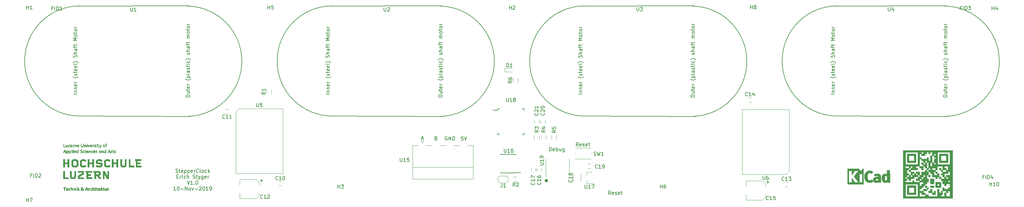
<source format=gbr>
G04 #@! TF.GenerationSoftware,KiCad,Pcbnew,(5.1.2)-2*
G04 #@! TF.CreationDate,2019-11-13T10:18:59+01:00*
G04 #@! TF.ProjectId,StepperClock,53746570-7065-4724-936c-6f636b2e6b69,v1.0*
G04 #@! TF.SameCoordinates,Original*
G04 #@! TF.FileFunction,Legend,Top*
G04 #@! TF.FilePolarity,Positive*
%FSLAX46Y46*%
G04 Gerber Fmt 4.6, Leading zero omitted, Abs format (unit mm)*
G04 Created by KiCad (PCBNEW (5.1.2)-2) date 2019-11-13 10:18:59*
%MOMM*%
%LPD*%
G04 APERTURE LIST*
%ADD10C,0.150000*%
%ADD11C,0.500000*%
%ADD12C,0.120000*%
%ADD13C,0.010000*%
G04 APERTURE END LIST*
D10*
X214997704Y-166523120D02*
X214664371Y-166046930D01*
X214426276Y-166523120D02*
X214426276Y-165523120D01*
X214807228Y-165523120D01*
X214902466Y-165570740D01*
X214950085Y-165618359D01*
X214997704Y-165713597D01*
X214997704Y-165856454D01*
X214950085Y-165951692D01*
X214902466Y-165999311D01*
X214807228Y-166046930D01*
X214426276Y-166046930D01*
X215807228Y-166475501D02*
X215711990Y-166523120D01*
X215521514Y-166523120D01*
X215426276Y-166475501D01*
X215378657Y-166380263D01*
X215378657Y-165999311D01*
X215426276Y-165904073D01*
X215521514Y-165856454D01*
X215711990Y-165856454D01*
X215807228Y-165904073D01*
X215854847Y-165999311D01*
X215854847Y-166094549D01*
X215378657Y-166189787D01*
X216235800Y-166475501D02*
X216331038Y-166523120D01*
X216521514Y-166523120D01*
X216616752Y-166475501D01*
X216664371Y-166380263D01*
X216664371Y-166332644D01*
X216616752Y-166237406D01*
X216521514Y-166189787D01*
X216378657Y-166189787D01*
X216283419Y-166142168D01*
X216235800Y-166046930D01*
X216235800Y-165999311D01*
X216283419Y-165904073D01*
X216378657Y-165856454D01*
X216521514Y-165856454D01*
X216616752Y-165904073D01*
X217473895Y-166475501D02*
X217378657Y-166523120D01*
X217188180Y-166523120D01*
X217092942Y-166475501D01*
X217045323Y-166380263D01*
X217045323Y-165999311D01*
X217092942Y-165904073D01*
X217188180Y-165856454D01*
X217378657Y-165856454D01*
X217473895Y-165904073D01*
X217521514Y-165999311D01*
X217521514Y-166094549D01*
X217045323Y-166189787D01*
X217807228Y-165856454D02*
X218188180Y-165856454D01*
X217950085Y-165523120D02*
X217950085Y-166380263D01*
X217997704Y-166475501D01*
X218092942Y-166523120D01*
X218188180Y-166523120D01*
X223977704Y-179983120D02*
X223644371Y-179506930D01*
X223406276Y-179983120D02*
X223406276Y-178983120D01*
X223787228Y-178983120D01*
X223882466Y-179030740D01*
X223930085Y-179078359D01*
X223977704Y-179173597D01*
X223977704Y-179316454D01*
X223930085Y-179411692D01*
X223882466Y-179459311D01*
X223787228Y-179506930D01*
X223406276Y-179506930D01*
X224787228Y-179935501D02*
X224691990Y-179983120D01*
X224501514Y-179983120D01*
X224406276Y-179935501D01*
X224358657Y-179840263D01*
X224358657Y-179459311D01*
X224406276Y-179364073D01*
X224501514Y-179316454D01*
X224691990Y-179316454D01*
X224787228Y-179364073D01*
X224834847Y-179459311D01*
X224834847Y-179554549D01*
X224358657Y-179649787D01*
X225215800Y-179935501D02*
X225311038Y-179983120D01*
X225501514Y-179983120D01*
X225596752Y-179935501D01*
X225644371Y-179840263D01*
X225644371Y-179792644D01*
X225596752Y-179697406D01*
X225501514Y-179649787D01*
X225358657Y-179649787D01*
X225263419Y-179602168D01*
X225215800Y-179506930D01*
X225215800Y-179459311D01*
X225263419Y-179364073D01*
X225358657Y-179316454D01*
X225501514Y-179316454D01*
X225596752Y-179364073D01*
X226453895Y-179935501D02*
X226358657Y-179983120D01*
X226168180Y-179983120D01*
X226072942Y-179935501D01*
X226025323Y-179840263D01*
X226025323Y-179459311D01*
X226072942Y-179364073D01*
X226168180Y-179316454D01*
X226358657Y-179316454D01*
X226453895Y-179364073D01*
X226501514Y-179459311D01*
X226501514Y-179554549D01*
X226025323Y-179649787D01*
X226787228Y-179316454D02*
X227168180Y-179316454D01*
X226930085Y-178983120D02*
X226930085Y-179840263D01*
X226977704Y-179935501D01*
X227072942Y-179983120D01*
X227168180Y-179983120D01*
X206998180Y-167863120D02*
X206998180Y-166863120D01*
X207236276Y-166863120D01*
X207379133Y-166910740D01*
X207474371Y-167005978D01*
X207521990Y-167101216D01*
X207569609Y-167291692D01*
X207569609Y-167434549D01*
X207521990Y-167625025D01*
X207474371Y-167720263D01*
X207379133Y-167815501D01*
X207236276Y-167863120D01*
X206998180Y-167863120D01*
X208379133Y-167815501D02*
X208283895Y-167863120D01*
X208093419Y-167863120D01*
X207998180Y-167815501D01*
X207950561Y-167720263D01*
X207950561Y-167339311D01*
X207998180Y-167244073D01*
X208093419Y-167196454D01*
X208283895Y-167196454D01*
X208379133Y-167244073D01*
X208426752Y-167339311D01*
X208426752Y-167434549D01*
X207950561Y-167529787D01*
X208855323Y-167863120D02*
X208855323Y-166863120D01*
X208855323Y-167244073D02*
X208950561Y-167196454D01*
X209141038Y-167196454D01*
X209236276Y-167244073D01*
X209283895Y-167291692D01*
X209331514Y-167386930D01*
X209331514Y-167672644D01*
X209283895Y-167767882D01*
X209236276Y-167815501D01*
X209141038Y-167863120D01*
X208950561Y-167863120D01*
X208855323Y-167815501D01*
X210188657Y-167196454D02*
X210188657Y-167863120D01*
X209760085Y-167196454D02*
X209760085Y-167720263D01*
X209807704Y-167815501D01*
X209902942Y-167863120D01*
X210045800Y-167863120D01*
X210141038Y-167815501D01*
X210188657Y-167767882D01*
X211093419Y-167196454D02*
X211093419Y-168005978D01*
X211045800Y-168101216D01*
X210998180Y-168148835D01*
X210902942Y-168196454D01*
X210760085Y-168196454D01*
X210664847Y-168148835D01*
X211093419Y-167815501D02*
X210998180Y-167863120D01*
X210807704Y-167863120D01*
X210712466Y-167815501D01*
X210664847Y-167767882D01*
X210617228Y-167672644D01*
X210617228Y-167386930D01*
X210664847Y-167291692D01*
X210712466Y-167244073D01*
X210807704Y-167196454D01*
X210998180Y-167196454D01*
X211093419Y-167244073D01*
X175557228Y-164299311D02*
X175700085Y-164346930D01*
X175747704Y-164394549D01*
X175795323Y-164489787D01*
X175795323Y-164632644D01*
X175747704Y-164727882D01*
X175700085Y-164775501D01*
X175604847Y-164823120D01*
X175223895Y-164823120D01*
X175223895Y-163823120D01*
X175557228Y-163823120D01*
X175652466Y-163870740D01*
X175700085Y-163918359D01*
X175747704Y-164013597D01*
X175747704Y-164108835D01*
X175700085Y-164204073D01*
X175652466Y-164251692D01*
X175557228Y-164299311D01*
X175223895Y-164299311D01*
X171497704Y-164412406D02*
X171973895Y-164412406D01*
X171402466Y-164698120D02*
X171735800Y-163698120D01*
X172069133Y-164698120D01*
X183070323Y-163898120D02*
X182594133Y-163898120D01*
X182546514Y-164374311D01*
X182594133Y-164326692D01*
X182689371Y-164279073D01*
X182927466Y-164279073D01*
X183022704Y-164326692D01*
X183070323Y-164374311D01*
X183117942Y-164469549D01*
X183117942Y-164707644D01*
X183070323Y-164802882D01*
X183022704Y-164850501D01*
X182927466Y-164898120D01*
X182689371Y-164898120D01*
X182594133Y-164850501D01*
X182546514Y-164802882D01*
X183403657Y-163898120D02*
X183736990Y-164898120D01*
X184070323Y-163898120D01*
X178623895Y-163895740D02*
X178528657Y-163848120D01*
X178385800Y-163848120D01*
X178242942Y-163895740D01*
X178147704Y-163990978D01*
X178100085Y-164086216D01*
X178052466Y-164276692D01*
X178052466Y-164419549D01*
X178100085Y-164610025D01*
X178147704Y-164705263D01*
X178242942Y-164800501D01*
X178385800Y-164848120D01*
X178481038Y-164848120D01*
X178623895Y-164800501D01*
X178671514Y-164752882D01*
X178671514Y-164419549D01*
X178481038Y-164419549D01*
X179100085Y-164848120D02*
X179100085Y-163848120D01*
X179671514Y-164848120D01*
X179671514Y-163848120D01*
X180147704Y-164848120D02*
X180147704Y-163848120D01*
X180385800Y-163848120D01*
X180528657Y-163895740D01*
X180623895Y-163990978D01*
X180671514Y-164086216D01*
X180719133Y-164276692D01*
X180719133Y-164419549D01*
X180671514Y-164610025D01*
X180623895Y-164705263D01*
X180528657Y-164800501D01*
X180385800Y-164848120D01*
X180147704Y-164848120D01*
D11*
X206354203Y-176100740D02*
G75*
G03X206354203Y-176100740I-218403J0D01*
G01*
D10*
X103395323Y-173800501D02*
X103538180Y-173848120D01*
X103776276Y-173848120D01*
X103871514Y-173800501D01*
X103919133Y-173752882D01*
X103966752Y-173657644D01*
X103966752Y-173562406D01*
X103919133Y-173467168D01*
X103871514Y-173419549D01*
X103776276Y-173371930D01*
X103585800Y-173324311D01*
X103490561Y-173276692D01*
X103442942Y-173229073D01*
X103395323Y-173133835D01*
X103395323Y-173038597D01*
X103442942Y-172943359D01*
X103490561Y-172895740D01*
X103585800Y-172848120D01*
X103823895Y-172848120D01*
X103966752Y-172895740D01*
X104252466Y-173181454D02*
X104633419Y-173181454D01*
X104395323Y-172848120D02*
X104395323Y-173705263D01*
X104442942Y-173800501D01*
X104538180Y-173848120D01*
X104633419Y-173848120D01*
X105347704Y-173800501D02*
X105252466Y-173848120D01*
X105061990Y-173848120D01*
X104966752Y-173800501D01*
X104919133Y-173705263D01*
X104919133Y-173324311D01*
X104966752Y-173229073D01*
X105061990Y-173181454D01*
X105252466Y-173181454D01*
X105347704Y-173229073D01*
X105395323Y-173324311D01*
X105395323Y-173419549D01*
X104919133Y-173514787D01*
X105823895Y-173181454D02*
X105823895Y-174181454D01*
X105823895Y-173229073D02*
X105919133Y-173181454D01*
X106109609Y-173181454D01*
X106204847Y-173229073D01*
X106252466Y-173276692D01*
X106300085Y-173371930D01*
X106300085Y-173657644D01*
X106252466Y-173752882D01*
X106204847Y-173800501D01*
X106109609Y-173848120D01*
X105919133Y-173848120D01*
X105823895Y-173800501D01*
X106728657Y-173181454D02*
X106728657Y-174181454D01*
X106728657Y-173229073D02*
X106823895Y-173181454D01*
X107014371Y-173181454D01*
X107109609Y-173229073D01*
X107157228Y-173276692D01*
X107204847Y-173371930D01*
X107204847Y-173657644D01*
X107157228Y-173752882D01*
X107109609Y-173800501D01*
X107014371Y-173848120D01*
X106823895Y-173848120D01*
X106728657Y-173800501D01*
X108014371Y-173800501D02*
X107919133Y-173848120D01*
X107728657Y-173848120D01*
X107633419Y-173800501D01*
X107585800Y-173705263D01*
X107585800Y-173324311D01*
X107633419Y-173229073D01*
X107728657Y-173181454D01*
X107919133Y-173181454D01*
X108014371Y-173229073D01*
X108061990Y-173324311D01*
X108061990Y-173419549D01*
X107585800Y-173514787D01*
X108490561Y-173848120D02*
X108490561Y-173181454D01*
X108490561Y-173371930D02*
X108538180Y-173276692D01*
X108585800Y-173229073D01*
X108681038Y-173181454D01*
X108776276Y-173181454D01*
X109681038Y-173752882D02*
X109633419Y-173800501D01*
X109490561Y-173848120D01*
X109395323Y-173848120D01*
X109252466Y-173800501D01*
X109157228Y-173705263D01*
X109109609Y-173610025D01*
X109061990Y-173419549D01*
X109061990Y-173276692D01*
X109109609Y-173086216D01*
X109157228Y-172990978D01*
X109252466Y-172895740D01*
X109395323Y-172848120D01*
X109490561Y-172848120D01*
X109633419Y-172895740D01*
X109681038Y-172943359D01*
X110252466Y-173848120D02*
X110157228Y-173800501D01*
X110109609Y-173705263D01*
X110109609Y-172848120D01*
X110776276Y-173848120D02*
X110681038Y-173800501D01*
X110633419Y-173752882D01*
X110585800Y-173657644D01*
X110585800Y-173371930D01*
X110633419Y-173276692D01*
X110681038Y-173229073D01*
X110776276Y-173181454D01*
X110919133Y-173181454D01*
X111014371Y-173229073D01*
X111061990Y-173276692D01*
X111109609Y-173371930D01*
X111109609Y-173657644D01*
X111061990Y-173752882D01*
X111014371Y-173800501D01*
X110919133Y-173848120D01*
X110776276Y-173848120D01*
X111966752Y-173800501D02*
X111871514Y-173848120D01*
X111681038Y-173848120D01*
X111585800Y-173800501D01*
X111538180Y-173752882D01*
X111490561Y-173657644D01*
X111490561Y-173371930D01*
X111538180Y-173276692D01*
X111585800Y-173229073D01*
X111681038Y-173181454D01*
X111871514Y-173181454D01*
X111966752Y-173229073D01*
X112395323Y-173848120D02*
X112395323Y-172848120D01*
X112490561Y-173467168D02*
X112776276Y-173848120D01*
X112776276Y-173181454D02*
X112395323Y-173562406D01*
X103728657Y-174974311D02*
X104061990Y-174974311D01*
X104204847Y-175498120D02*
X103728657Y-175498120D01*
X103728657Y-174498120D01*
X104204847Y-174498120D01*
X104633419Y-175498120D02*
X104633419Y-174831454D01*
X104633419Y-175021930D02*
X104681038Y-174926692D01*
X104728657Y-174879073D01*
X104823895Y-174831454D01*
X104919133Y-174831454D01*
X105252466Y-175498120D02*
X105252466Y-174831454D01*
X105252466Y-174498120D02*
X105204847Y-174545740D01*
X105252466Y-174593359D01*
X105300085Y-174545740D01*
X105252466Y-174498120D01*
X105252466Y-174593359D01*
X106157228Y-175450501D02*
X106061990Y-175498120D01*
X105871514Y-175498120D01*
X105776276Y-175450501D01*
X105728657Y-175402882D01*
X105681038Y-175307644D01*
X105681038Y-175021930D01*
X105728657Y-174926692D01*
X105776276Y-174879073D01*
X105871514Y-174831454D01*
X106061990Y-174831454D01*
X106157228Y-174879073D01*
X106585800Y-175498120D02*
X106585800Y-174498120D01*
X107014371Y-175498120D02*
X107014371Y-174974311D01*
X106966752Y-174879073D01*
X106871514Y-174831454D01*
X106728657Y-174831454D01*
X106633419Y-174879073D01*
X106585800Y-174926692D01*
X108204847Y-175450501D02*
X108347704Y-175498120D01*
X108585800Y-175498120D01*
X108681038Y-175450501D01*
X108728657Y-175402882D01*
X108776276Y-175307644D01*
X108776276Y-175212406D01*
X108728657Y-175117168D01*
X108681038Y-175069549D01*
X108585800Y-175021930D01*
X108395323Y-174974311D01*
X108300085Y-174926692D01*
X108252466Y-174879073D01*
X108204847Y-174783835D01*
X108204847Y-174688597D01*
X108252466Y-174593359D01*
X108300085Y-174545740D01*
X108395323Y-174498120D01*
X108633419Y-174498120D01*
X108776276Y-174545740D01*
X109061990Y-174831454D02*
X109442942Y-174831454D01*
X109204847Y-174498120D02*
X109204847Y-175355263D01*
X109252466Y-175450501D01*
X109347704Y-175498120D01*
X109442942Y-175498120D01*
X109681038Y-174831454D02*
X109919133Y-175498120D01*
X110157228Y-174831454D02*
X109919133Y-175498120D01*
X109823895Y-175736216D01*
X109776276Y-175783835D01*
X109681038Y-175831454D01*
X110966752Y-174831454D02*
X110966752Y-175640978D01*
X110919133Y-175736216D01*
X110871514Y-175783835D01*
X110776276Y-175831454D01*
X110633419Y-175831454D01*
X110538180Y-175783835D01*
X110966752Y-175450501D02*
X110871514Y-175498120D01*
X110681038Y-175498120D01*
X110585800Y-175450501D01*
X110538180Y-175402882D01*
X110490561Y-175307644D01*
X110490561Y-175021930D01*
X110538180Y-174926692D01*
X110585800Y-174879073D01*
X110681038Y-174831454D01*
X110871514Y-174831454D01*
X110966752Y-174879073D01*
X111823895Y-175450501D02*
X111728657Y-175498120D01*
X111538180Y-175498120D01*
X111442942Y-175450501D01*
X111395323Y-175355263D01*
X111395323Y-174974311D01*
X111442942Y-174879073D01*
X111538180Y-174831454D01*
X111728657Y-174831454D01*
X111823895Y-174879073D01*
X111871514Y-174974311D01*
X111871514Y-175069549D01*
X111395323Y-175164787D01*
X112300085Y-175498120D02*
X112300085Y-174831454D01*
X112300085Y-175021930D02*
X112347704Y-174926692D01*
X112395323Y-174879073D01*
X112490561Y-174831454D01*
X112585800Y-174831454D01*
X106561990Y-176148120D02*
X106895323Y-177148120D01*
X107228657Y-176148120D01*
X108085800Y-177148120D02*
X107514371Y-177148120D01*
X107800085Y-177148120D02*
X107800085Y-176148120D01*
X107704847Y-176290978D01*
X107609609Y-176386216D01*
X107514371Y-176433835D01*
X108514371Y-177052882D02*
X108561990Y-177100501D01*
X108514371Y-177148120D01*
X108466752Y-177100501D01*
X108514371Y-177052882D01*
X108514371Y-177148120D01*
X109181038Y-176148120D02*
X109276276Y-176148120D01*
X109371514Y-176195740D01*
X109419133Y-176243359D01*
X109466752Y-176338597D01*
X109514371Y-176529073D01*
X109514371Y-176767168D01*
X109466752Y-176957644D01*
X109419133Y-177052882D01*
X109371514Y-177100501D01*
X109276276Y-177148120D01*
X109181038Y-177148120D01*
X109085800Y-177100501D01*
X109038180Y-177052882D01*
X108990561Y-176957644D01*
X108942942Y-176767168D01*
X108942942Y-176529073D01*
X108990561Y-176338597D01*
X109038180Y-176243359D01*
X109085800Y-176195740D01*
X109181038Y-176148120D01*
X103395323Y-178798120D02*
X102823895Y-178798120D01*
X103109609Y-178798120D02*
X103109609Y-177798120D01*
X103014371Y-177940978D01*
X102919133Y-178036216D01*
X102823895Y-178083835D01*
X104014371Y-177798120D02*
X104109609Y-177798120D01*
X104204847Y-177845740D01*
X104252466Y-177893359D01*
X104300085Y-177988597D01*
X104347704Y-178179073D01*
X104347704Y-178417168D01*
X104300085Y-178607644D01*
X104252466Y-178702882D01*
X104204847Y-178750501D01*
X104109609Y-178798120D01*
X104014371Y-178798120D01*
X103919133Y-178750501D01*
X103871514Y-178702882D01*
X103823895Y-178607644D01*
X103776276Y-178417168D01*
X103776276Y-178179073D01*
X103823895Y-177988597D01*
X103871514Y-177893359D01*
X103919133Y-177845740D01*
X104014371Y-177798120D01*
X104776276Y-178417168D02*
X105538180Y-178417168D01*
X106014371Y-178798120D02*
X106014371Y-177798120D01*
X106585800Y-178798120D01*
X106585800Y-177798120D01*
X107204847Y-178798120D02*
X107109609Y-178750501D01*
X107061990Y-178702882D01*
X107014371Y-178607644D01*
X107014371Y-178321930D01*
X107061990Y-178226692D01*
X107109609Y-178179073D01*
X107204847Y-178131454D01*
X107347704Y-178131454D01*
X107442942Y-178179073D01*
X107490561Y-178226692D01*
X107538180Y-178321930D01*
X107538180Y-178607644D01*
X107490561Y-178702882D01*
X107442942Y-178750501D01*
X107347704Y-178798120D01*
X107204847Y-178798120D01*
X107871514Y-178131454D02*
X108109609Y-178798120D01*
X108347704Y-178131454D01*
X108728657Y-178417168D02*
X109490561Y-178417168D01*
X109919133Y-177893359D02*
X109966752Y-177845740D01*
X110061990Y-177798120D01*
X110300085Y-177798120D01*
X110395323Y-177845740D01*
X110442942Y-177893359D01*
X110490561Y-177988597D01*
X110490561Y-178083835D01*
X110442942Y-178226692D01*
X109871514Y-178798120D01*
X110490561Y-178798120D01*
X111109609Y-177798120D02*
X111204847Y-177798120D01*
X111300085Y-177845740D01*
X111347704Y-177893359D01*
X111395323Y-177988597D01*
X111442942Y-178179073D01*
X111442942Y-178417168D01*
X111395323Y-178607644D01*
X111347704Y-178702882D01*
X111300085Y-178750501D01*
X111204847Y-178798120D01*
X111109609Y-178798120D01*
X111014371Y-178750501D01*
X110966752Y-178702882D01*
X110919133Y-178607644D01*
X110871514Y-178417168D01*
X110871514Y-178179073D01*
X110919133Y-177988597D01*
X110966752Y-177893359D01*
X111014371Y-177845740D01*
X111109609Y-177798120D01*
X112395323Y-178798120D02*
X111823895Y-178798120D01*
X112109609Y-178798120D02*
X112109609Y-177798120D01*
X112014371Y-177940978D01*
X111919133Y-178036216D01*
X111823895Y-178083835D01*
X112871514Y-178798120D02*
X113061990Y-178798120D01*
X113157228Y-178750501D01*
X113204847Y-178702882D01*
X113300085Y-178560025D01*
X113347704Y-178369549D01*
X113347704Y-177988597D01*
X113300085Y-177893359D01*
X113252466Y-177845740D01*
X113157228Y-177798120D01*
X112966752Y-177798120D01*
X112871514Y-177845740D01*
X112823895Y-177893359D01*
X112776276Y-177988597D01*
X112776276Y-178226692D01*
X112823895Y-178321930D01*
X112871514Y-178369549D01*
X112966752Y-178417168D01*
X113157228Y-178417168D01*
X113252466Y-178369549D01*
X113300085Y-178321930D01*
X113347704Y-178226692D01*
D12*
X193410800Y-174770740D02*
X194810800Y-174770740D01*
X195510800Y-175470740D02*
X195510800Y-176070740D01*
X194810800Y-176770740D02*
X193410800Y-176770740D01*
X192710800Y-176070740D02*
X192710800Y-175470740D01*
X192710800Y-175470740D02*
G75*
G02X193410800Y-174770740I700000J0D01*
G01*
X193410800Y-176770740D02*
G75*
G02X192710800Y-176070740I0J700000D01*
G01*
X195510800Y-176070740D02*
G75*
G02X194810800Y-176770740I-700000J0D01*
G01*
X194810800Y-174770740D02*
G75*
G02X195510800Y-175470740I0J-700000D01*
G01*
X171435800Y-164995740D02*
X172035800Y-164995740D01*
X171735800Y-165595740D02*
X171435800Y-164995740D01*
X172035800Y-164995740D02*
X171735800Y-165595740D01*
X169055800Y-172395740D02*
X185845800Y-172395740D01*
X180405800Y-166315740D02*
X182115800Y-166315740D01*
X176595800Y-166315740D02*
X178305800Y-166315740D01*
X172785800Y-166315740D02*
X174495800Y-166315740D01*
X185845800Y-166315740D02*
X184215800Y-166315740D01*
X169055800Y-166315740D02*
X170685800Y-166315740D01*
X185845800Y-175675740D02*
X185845800Y-166315740D01*
X169055800Y-175675740D02*
X185845800Y-175675740D01*
X169055800Y-166315740D02*
X169055800Y-175675740D01*
D10*
X106550171Y-127553171D02*
G75*
G02X106930145Y-158220000I-180171J-15338001D01*
G01*
X76760000Y-158139879D02*
G75*
G02X76710000Y-127500399I60000J15319879D01*
G01*
X75654020Y-127545293D02*
X107174020Y-127505293D01*
X75830000Y-158120000D02*
X107490000Y-158270000D01*
X176550171Y-127553171D02*
G75*
G02X176930145Y-158220000I-180171J-15338001D01*
G01*
X146760000Y-158139879D02*
G75*
G02X146710000Y-127500399I60000J15319879D01*
G01*
X145654020Y-127545293D02*
X177174020Y-127505293D01*
X145830000Y-158120000D02*
X177490000Y-158270000D01*
X246550171Y-127553171D02*
G75*
G02X246930145Y-158220000I-180171J-15338001D01*
G01*
X216760000Y-158139879D02*
G75*
G02X216710000Y-127500399I60000J15319879D01*
G01*
X215654020Y-127545293D02*
X247174020Y-127505293D01*
X215830000Y-158120000D02*
X247490000Y-158270000D01*
X316550171Y-127553171D02*
G75*
G02X316930145Y-158220000I-180171J-15338001D01*
G01*
X286760000Y-158139879D02*
G75*
G02X286710000Y-127500399I60000J15319879D01*
G01*
X285654020Y-127545293D02*
X317174020Y-127505293D01*
X285830000Y-158120000D02*
X317490000Y-158270000D01*
D12*
X273425060Y-173551540D02*
X272625060Y-174351540D01*
X272625060Y-174351540D02*
X260425060Y-174351540D01*
X260425060Y-174351540D02*
X260425060Y-156341540D01*
X260425060Y-156341540D02*
X273425060Y-156341540D01*
X273425060Y-156341540D02*
X273425060Y-173551540D01*
D10*
X192670800Y-156055740D02*
X192670800Y-156505740D01*
X199920800Y-156055740D02*
X199920800Y-156580740D01*
X199920800Y-163305740D02*
X199920800Y-162780740D01*
X192670800Y-163305740D02*
X192670800Y-162780740D01*
X192670800Y-156055740D02*
X193195800Y-156055740D01*
X192670800Y-163305740D02*
X193195800Y-163305740D01*
X199920800Y-163305740D02*
X199395800Y-163305740D01*
X199920800Y-156055740D02*
X199395800Y-156055740D01*
X192670800Y-156505740D02*
X191295800Y-156505740D01*
D12*
X120036540Y-156919940D02*
X120836540Y-156119940D01*
X120836540Y-156119940D02*
X133036540Y-156119940D01*
X133036540Y-156119940D02*
X133036540Y-174129940D01*
X133036540Y-174129940D02*
X120036540Y-174129940D01*
X120036540Y-174129940D02*
X120036540Y-156919940D01*
X214085800Y-168570740D02*
X214085800Y-168470740D01*
X218485800Y-166970740D02*
X214085800Y-166970740D01*
X214085800Y-170070740D02*
X218485800Y-170070740D01*
X218485800Y-168570740D02*
X218485800Y-168470740D01*
D13*
G36*
X317507300Y-171112240D02*
G01*
X315030800Y-171112240D01*
X315030800Y-169143740D01*
X315538800Y-169143740D01*
X315538800Y-170604240D01*
X316999300Y-170604240D01*
X316999300Y-169143740D01*
X315538800Y-169143740D01*
X315030800Y-169143740D01*
X315030800Y-168635740D01*
X317507300Y-168635740D01*
X317507300Y-171112240D01*
X317507300Y-171112240D01*
G37*
X317507300Y-171112240D02*
X315030800Y-171112240D01*
X315030800Y-169143740D01*
X315538800Y-169143740D01*
X315538800Y-170604240D01*
X316999300Y-170604240D01*
X316999300Y-169143740D01*
X315538800Y-169143740D01*
X315030800Y-169143740D01*
X315030800Y-168635740D01*
X317507300Y-168635740D01*
X317507300Y-171112240D01*
G36*
X308617300Y-171112240D02*
G01*
X306140800Y-171112240D01*
X306140800Y-169143740D01*
X306648800Y-169143740D01*
X306648800Y-170604240D01*
X308109300Y-170604240D01*
X308109300Y-169143740D01*
X306648800Y-169143740D01*
X306140800Y-169143740D01*
X306140800Y-168635740D01*
X308617300Y-168635740D01*
X308617300Y-171112240D01*
X308617300Y-171112240D01*
G37*
X308617300Y-171112240D02*
X306140800Y-171112240D01*
X306140800Y-169143740D01*
X306648800Y-169143740D01*
X306648800Y-170604240D01*
X308109300Y-170604240D01*
X308109300Y-169143740D01*
X306648800Y-169143740D01*
X306140800Y-169143740D01*
X306140800Y-168635740D01*
X308617300Y-168635740D01*
X308617300Y-171112240D01*
G36*
X308617300Y-180002240D02*
G01*
X306140800Y-180002240D01*
X306140800Y-178033740D01*
X306648800Y-178033740D01*
X306648800Y-179494240D01*
X308109300Y-179494240D01*
X308109300Y-178033740D01*
X306648800Y-178033740D01*
X306140800Y-178033740D01*
X306140800Y-177462240D01*
X308617300Y-177462240D01*
X308617300Y-180002240D01*
X308617300Y-180002240D01*
G37*
X308617300Y-180002240D02*
X306140800Y-180002240D01*
X306140800Y-178033740D01*
X306648800Y-178033740D01*
X306648800Y-179494240D01*
X308109300Y-179494240D01*
X308109300Y-178033740D01*
X306648800Y-178033740D01*
X306140800Y-178033740D01*
X306140800Y-177462240D01*
X308617300Y-177462240D01*
X308617300Y-180002240D01*
G36*
X311093800Y-172572740D02*
G01*
X311093800Y-172064740D01*
X310585800Y-172064740D01*
X310585800Y-171842490D01*
X310578110Y-171700191D01*
X310530631Y-171636952D01*
X310406749Y-171620736D01*
X310331800Y-171620240D01*
X310077800Y-171620240D01*
X310077800Y-171112240D01*
X310585800Y-171112240D01*
X310585800Y-171620240D01*
X311093800Y-171620240D01*
X311093800Y-171112240D01*
X311601800Y-171112240D01*
X311601800Y-172572740D01*
X311093800Y-172572740D01*
X311093800Y-172572740D01*
G37*
X311093800Y-172572740D02*
X311093800Y-172064740D01*
X310585800Y-172064740D01*
X310585800Y-171842490D01*
X310578110Y-171700191D01*
X310530631Y-171636952D01*
X310406749Y-171620736D01*
X310331800Y-171620240D01*
X310077800Y-171620240D01*
X310077800Y-171112240D01*
X310585800Y-171112240D01*
X310585800Y-171620240D01*
X311093800Y-171620240D01*
X311093800Y-171112240D01*
X311601800Y-171112240D01*
X311601800Y-172572740D01*
X311093800Y-172572740D01*
G36*
X311824050Y-172572740D02*
G01*
X311966348Y-172580429D01*
X312029587Y-172627908D01*
X312045803Y-172751790D01*
X312046300Y-172826740D01*
X312039571Y-172989367D01*
X311998027Y-173061639D01*
X311889630Y-173080172D01*
X311824050Y-173080740D01*
X311681751Y-173073050D01*
X311618512Y-173025571D01*
X311602296Y-172901689D01*
X311601800Y-172826740D01*
X311601800Y-172572740D01*
X311824050Y-172572740D01*
X311824050Y-172572740D01*
G37*
X311824050Y-172572740D02*
X311966348Y-172580429D01*
X312029587Y-172627908D01*
X312045803Y-172751790D01*
X312046300Y-172826740D01*
X312039571Y-172989367D01*
X311998027Y-173061639D01*
X311889630Y-173080172D01*
X311824050Y-173080740D01*
X311681751Y-173073050D01*
X311618512Y-173025571D01*
X311602296Y-172901689D01*
X311601800Y-172826740D01*
X311601800Y-172572740D01*
X311824050Y-172572740D01*
G36*
X310585800Y-173080740D02*
G01*
X310077800Y-173080740D01*
X310077800Y-172572740D01*
X309569800Y-172572740D01*
X309569800Y-172064740D01*
X310585800Y-172064740D01*
X310585800Y-173080740D01*
X310585800Y-173080740D01*
G37*
X310585800Y-173080740D02*
X310077800Y-173080740D01*
X310077800Y-172572740D01*
X309569800Y-172572740D01*
X309569800Y-172064740D01*
X310585800Y-172064740D01*
X310585800Y-173080740D01*
G36*
X315538800Y-172826740D02*
G01*
X315545528Y-172989367D01*
X315587072Y-173061639D01*
X315695469Y-173080172D01*
X315761050Y-173080740D01*
X315903348Y-173088429D01*
X315966587Y-173135908D01*
X315982803Y-173259790D01*
X315983300Y-173334740D01*
X315976571Y-173497367D01*
X315935027Y-173569639D01*
X315826630Y-173588172D01*
X315761050Y-173588740D01*
X315618751Y-173581050D01*
X315555512Y-173533571D01*
X315539296Y-173409689D01*
X315538800Y-173334740D01*
X315538800Y-173080740D01*
X315030800Y-173080740D01*
X315030800Y-172572740D01*
X315538800Y-172572740D01*
X315538800Y-172826740D01*
X315538800Y-172826740D01*
G37*
X315538800Y-172826740D02*
X315545528Y-172989367D01*
X315587072Y-173061639D01*
X315695469Y-173080172D01*
X315761050Y-173080740D01*
X315903348Y-173088429D01*
X315966587Y-173135908D01*
X315982803Y-173259790D01*
X315983300Y-173334740D01*
X315976571Y-173497367D01*
X315935027Y-173569639D01*
X315826630Y-173588172D01*
X315761050Y-173588740D01*
X315618751Y-173581050D01*
X315555512Y-173533571D01*
X315539296Y-173409689D01*
X315538800Y-173334740D01*
X315538800Y-173080740D01*
X315030800Y-173080740D01*
X315030800Y-172572740D01*
X315538800Y-172572740D01*
X315538800Y-172826740D01*
G36*
X314522800Y-174096740D02*
G01*
X314014800Y-174096740D01*
X314014800Y-173588740D01*
X314522800Y-173588740D01*
X314522800Y-174096740D01*
X314522800Y-174096740D01*
G37*
X314522800Y-174096740D02*
X314014800Y-174096740D01*
X314014800Y-173588740D01*
X314522800Y-173588740D01*
X314522800Y-174096740D01*
G36*
X312554300Y-175049240D02*
G01*
X312046300Y-175049240D01*
X312046300Y-174541240D01*
X312554300Y-174541240D01*
X312554300Y-175049240D01*
X312554300Y-175049240D01*
G37*
X312554300Y-175049240D02*
X312046300Y-175049240D01*
X312046300Y-174541240D01*
X312554300Y-174541240D01*
X312554300Y-175049240D01*
G36*
X315538800Y-175557240D02*
G01*
X315030800Y-175557240D01*
X315030800Y-175049240D01*
X315538800Y-175049240D01*
X315538800Y-175557240D01*
X315538800Y-175557240D01*
G37*
X315538800Y-175557240D02*
X315030800Y-175557240D01*
X315030800Y-175049240D01*
X315538800Y-175049240D01*
X315538800Y-175557240D01*
G36*
X306648800Y-173588740D02*
G01*
X306648800Y-173080740D01*
X307156800Y-173080740D01*
X307156800Y-173588740D01*
X306648800Y-173588740D01*
X306648800Y-173588740D01*
G37*
X306648800Y-173588740D02*
X306648800Y-173080740D01*
X307156800Y-173080740D01*
X307156800Y-173588740D01*
X306648800Y-173588740D01*
G36*
X308109300Y-173588740D02*
G01*
X308109300Y-174096740D01*
X308617300Y-174096740D01*
X308617300Y-173588740D01*
X309569800Y-173588740D01*
X309569800Y-174541240D01*
X309347550Y-174541240D01*
X309205251Y-174548929D01*
X309142012Y-174596408D01*
X309125796Y-174720290D01*
X309125300Y-174795240D01*
X309125300Y-175049240D01*
X308109300Y-175049240D01*
X308109300Y-175557240D01*
X307156800Y-175557240D01*
X307156800Y-176065240D01*
X306648800Y-176065240D01*
X306648800Y-175557240D01*
X306140800Y-175557240D01*
X306140800Y-175049240D01*
X306648800Y-175049240D01*
X306648800Y-174795240D01*
X307156800Y-174795240D01*
X307163528Y-174957867D01*
X307205072Y-175030139D01*
X307313469Y-175048672D01*
X307379050Y-175049240D01*
X307521348Y-175041550D01*
X307584587Y-174994071D01*
X307600803Y-174870189D01*
X307601300Y-174795240D01*
X307601300Y-174541240D01*
X307855300Y-174541240D01*
X308017927Y-174534511D01*
X308090199Y-174492967D01*
X308108732Y-174384570D01*
X308109300Y-174318990D01*
X308617300Y-174318990D01*
X308624989Y-174461288D01*
X308672468Y-174524527D01*
X308796350Y-174540743D01*
X308871300Y-174541240D01*
X309033927Y-174534511D01*
X309106199Y-174492967D01*
X309124732Y-174384570D01*
X309125300Y-174318990D01*
X309117610Y-174176691D01*
X309070131Y-174113452D01*
X308946249Y-174097236D01*
X308871300Y-174096740D01*
X308708672Y-174103468D01*
X308636400Y-174145012D01*
X308617867Y-174253409D01*
X308617300Y-174318990D01*
X308109300Y-174318990D01*
X308101610Y-174176691D01*
X308054131Y-174113452D01*
X307930249Y-174097236D01*
X307855300Y-174096740D01*
X307692672Y-174103468D01*
X307620400Y-174145012D01*
X307601867Y-174253409D01*
X307601300Y-174318990D01*
X307591470Y-174467948D01*
X307536010Y-174529038D01*
X307395966Y-174541212D01*
X307379050Y-174541240D01*
X307236751Y-174548929D01*
X307173512Y-174596408D01*
X307157296Y-174720290D01*
X307156800Y-174795240D01*
X306648800Y-174795240D01*
X306648800Y-174541240D01*
X307156800Y-174541240D01*
X307156800Y-173588740D01*
X308109300Y-173588740D01*
X308109300Y-173588740D01*
G37*
X308109300Y-173588740D02*
X308109300Y-174096740D01*
X308617300Y-174096740D01*
X308617300Y-173588740D01*
X309569800Y-173588740D01*
X309569800Y-174541240D01*
X309347550Y-174541240D01*
X309205251Y-174548929D01*
X309142012Y-174596408D01*
X309125796Y-174720290D01*
X309125300Y-174795240D01*
X309125300Y-175049240D01*
X308109300Y-175049240D01*
X308109300Y-175557240D01*
X307156800Y-175557240D01*
X307156800Y-176065240D01*
X306648800Y-176065240D01*
X306648800Y-175557240D01*
X306140800Y-175557240D01*
X306140800Y-175049240D01*
X306648800Y-175049240D01*
X306648800Y-174795240D01*
X307156800Y-174795240D01*
X307163528Y-174957867D01*
X307205072Y-175030139D01*
X307313469Y-175048672D01*
X307379050Y-175049240D01*
X307521348Y-175041550D01*
X307584587Y-174994071D01*
X307600803Y-174870189D01*
X307601300Y-174795240D01*
X307601300Y-174541240D01*
X307855300Y-174541240D01*
X308017927Y-174534511D01*
X308090199Y-174492967D01*
X308108732Y-174384570D01*
X308109300Y-174318990D01*
X308617300Y-174318990D01*
X308624989Y-174461288D01*
X308672468Y-174524527D01*
X308796350Y-174540743D01*
X308871300Y-174541240D01*
X309033927Y-174534511D01*
X309106199Y-174492967D01*
X309124732Y-174384570D01*
X309125300Y-174318990D01*
X309117610Y-174176691D01*
X309070131Y-174113452D01*
X308946249Y-174097236D01*
X308871300Y-174096740D01*
X308708672Y-174103468D01*
X308636400Y-174145012D01*
X308617867Y-174253409D01*
X308617300Y-174318990D01*
X308109300Y-174318990D01*
X308101610Y-174176691D01*
X308054131Y-174113452D01*
X307930249Y-174097236D01*
X307855300Y-174096740D01*
X307692672Y-174103468D01*
X307620400Y-174145012D01*
X307601867Y-174253409D01*
X307601300Y-174318990D01*
X307591470Y-174467948D01*
X307536010Y-174529038D01*
X307395966Y-174541212D01*
X307379050Y-174541240D01*
X307236751Y-174548929D01*
X307173512Y-174596408D01*
X307157296Y-174720290D01*
X307156800Y-174795240D01*
X306648800Y-174795240D01*
X306648800Y-174541240D01*
X307156800Y-174541240D01*
X307156800Y-173588740D01*
X308109300Y-173588740D01*
G36*
X313570300Y-177017740D02*
G01*
X312554300Y-177017740D01*
X312554300Y-175557240D01*
X313570300Y-175557240D01*
X313570300Y-177017740D01*
X313570300Y-177017740D01*
G37*
X313570300Y-177017740D02*
X312554300Y-177017740D01*
X312554300Y-175557240D01*
X313570300Y-175557240D01*
X313570300Y-177017740D01*
G36*
X315538800Y-178033740D02*
G01*
X314014800Y-178033740D01*
X314014800Y-177017740D01*
X314522800Y-177017740D01*
X314522800Y-177525740D01*
X315030800Y-177525740D01*
X315030800Y-177017740D01*
X314522800Y-177017740D01*
X314014800Y-177017740D01*
X314014800Y-176509740D01*
X315538800Y-176509740D01*
X315538800Y-178033740D01*
X315538800Y-178033740D01*
G37*
X315538800Y-178033740D02*
X314014800Y-178033740D01*
X314014800Y-177017740D01*
X314522800Y-177017740D01*
X314522800Y-177525740D01*
X315030800Y-177525740D01*
X315030800Y-177017740D01*
X314522800Y-177017740D01*
X314014800Y-177017740D01*
X314014800Y-176509740D01*
X315538800Y-176509740D01*
X315538800Y-178033740D01*
G36*
X313570300Y-178033740D02*
G01*
X312554300Y-178033740D01*
X312554300Y-177525740D01*
X313570300Y-177525740D01*
X313570300Y-178033740D01*
X313570300Y-178033740D01*
G37*
X313570300Y-178033740D02*
X312554300Y-178033740D01*
X312554300Y-177525740D01*
X313570300Y-177525740D01*
X313570300Y-178033740D01*
G36*
X311601800Y-177779740D02*
G01*
X311608528Y-177942367D01*
X311650072Y-178014639D01*
X311758469Y-178033172D01*
X311824050Y-178033740D01*
X311973008Y-178043569D01*
X312034098Y-178099029D01*
X312046272Y-178239073D01*
X312046300Y-178255990D01*
X312036470Y-178404948D01*
X311981010Y-178466038D01*
X311840966Y-178478212D01*
X311824050Y-178478240D01*
X311681751Y-178485929D01*
X311618512Y-178533408D01*
X311602296Y-178657290D01*
X311601800Y-178732240D01*
X311601800Y-178986240D01*
X310585800Y-178986240D01*
X310585800Y-178478240D01*
X311601800Y-178478240D01*
X311601800Y-178255990D01*
X311594110Y-178113691D01*
X311546631Y-178050452D01*
X311422749Y-178034236D01*
X311347800Y-178033740D01*
X311093800Y-178033740D01*
X311093800Y-177525740D01*
X311601800Y-177525740D01*
X311601800Y-177779740D01*
X311601800Y-177779740D01*
G37*
X311601800Y-177779740D02*
X311608528Y-177942367D01*
X311650072Y-178014639D01*
X311758469Y-178033172D01*
X311824050Y-178033740D01*
X311973008Y-178043569D01*
X312034098Y-178099029D01*
X312046272Y-178239073D01*
X312046300Y-178255990D01*
X312036470Y-178404948D01*
X311981010Y-178466038D01*
X311840966Y-178478212D01*
X311824050Y-178478240D01*
X311681751Y-178485929D01*
X311618512Y-178533408D01*
X311602296Y-178657290D01*
X311601800Y-178732240D01*
X311601800Y-178986240D01*
X310585800Y-178986240D01*
X310585800Y-178478240D01*
X311601800Y-178478240D01*
X311601800Y-178255990D01*
X311594110Y-178113691D01*
X311546631Y-178050452D01*
X311422749Y-178034236D01*
X311347800Y-178033740D01*
X311093800Y-178033740D01*
X311093800Y-177525740D01*
X311601800Y-177525740D01*
X311601800Y-177779740D01*
G36*
X312046300Y-179494240D02*
G01*
X312046300Y-178986240D01*
X312554300Y-178986240D01*
X312554300Y-178478240D01*
X313062300Y-178478240D01*
X313062300Y-179494240D01*
X312046300Y-179494240D01*
X312046300Y-179494240D01*
G37*
X312046300Y-179494240D02*
X312046300Y-178986240D01*
X312554300Y-178986240D01*
X312554300Y-178478240D01*
X313062300Y-178478240D01*
X313062300Y-179494240D01*
X312046300Y-179494240D01*
G36*
X313570300Y-179494240D02*
G01*
X313570300Y-179240240D01*
X313577028Y-179077612D01*
X313618572Y-179005340D01*
X313726969Y-178986807D01*
X313792550Y-178986240D01*
X314014800Y-178986240D01*
X314014800Y-180002240D01*
X313062300Y-180002240D01*
X313062300Y-179494240D01*
X313570300Y-179494240D01*
X313570300Y-179494240D01*
G37*
X313570300Y-179494240D02*
X313570300Y-179240240D01*
X313577028Y-179077612D01*
X313618572Y-179005340D01*
X313726969Y-178986807D01*
X313792550Y-178986240D01*
X314014800Y-178986240D01*
X314014800Y-180002240D01*
X313062300Y-180002240D01*
X313062300Y-179494240D01*
X313570300Y-179494240D01*
G36*
X318713800Y-181018240D02*
G01*
X304997800Y-181018240D01*
X304997800Y-177081240D01*
X305696300Y-177081240D01*
X305696300Y-180446740D01*
X309061800Y-180446740D01*
X309061800Y-179494240D01*
X309569800Y-179494240D01*
X309569800Y-180510240D01*
X311093800Y-180510240D01*
X311093800Y-180002240D01*
X310077800Y-180002240D01*
X310077800Y-179494240D01*
X309569800Y-179494240D01*
X309061800Y-179494240D01*
X309061800Y-178478240D01*
X309569800Y-178478240D01*
X309569800Y-178986240D01*
X310585800Y-178986240D01*
X310585800Y-179494240D01*
X311093800Y-179494240D01*
X311093800Y-180002240D01*
X312046300Y-180002240D01*
X312046300Y-180510240D01*
X314522800Y-180510240D01*
X314522800Y-180256240D01*
X315538800Y-180256240D01*
X315538800Y-180510240D01*
X316491300Y-180510240D01*
X316999300Y-180510240D01*
X318015300Y-180510240D01*
X318015300Y-178986240D01*
X317507300Y-178986240D01*
X317507300Y-179494240D01*
X316999300Y-179494240D01*
X316999300Y-180510240D01*
X316491300Y-180510240D01*
X316491300Y-179494240D01*
X316999300Y-179494240D01*
X316999300Y-178986240D01*
X315983300Y-178986240D01*
X315983300Y-180002240D01*
X315761050Y-180002240D01*
X315618751Y-180009929D01*
X315555512Y-180057408D01*
X315539296Y-180181290D01*
X315538800Y-180256240D01*
X314522800Y-180256240D01*
X314522800Y-178478240D01*
X315030800Y-178478240D01*
X315030800Y-179494240D01*
X315538800Y-179494240D01*
X315538800Y-179240240D01*
X315545528Y-179077612D01*
X315587072Y-179005340D01*
X315695469Y-178986807D01*
X315761050Y-178986240D01*
X315983300Y-178986240D01*
X315983300Y-178033740D01*
X316237300Y-178033740D01*
X316399927Y-178040468D01*
X316472199Y-178082012D01*
X316490732Y-178190409D01*
X316491300Y-178255990D01*
X316491300Y-178478240D01*
X317507300Y-178478240D01*
X317507300Y-178255990D01*
X317514989Y-178113691D01*
X317562468Y-178050452D01*
X317686350Y-178034236D01*
X317761300Y-178033740D01*
X318015300Y-178033740D01*
X318015300Y-177017740D01*
X316999300Y-177017740D01*
X316999300Y-177525740D01*
X316491300Y-177525740D01*
X316491300Y-177017740D01*
X315983300Y-177017740D01*
X315983300Y-176287490D01*
X317507300Y-176287490D01*
X317514989Y-176429788D01*
X317562468Y-176493027D01*
X317686350Y-176509243D01*
X317761300Y-176509740D01*
X317923927Y-176503011D01*
X317996199Y-176461467D01*
X318014732Y-176353070D01*
X318015300Y-176287490D01*
X318007610Y-176145191D01*
X317960131Y-176081952D01*
X317836249Y-176065736D01*
X317761300Y-176065240D01*
X317598672Y-176071968D01*
X317526400Y-176113512D01*
X317507867Y-176221909D01*
X317507300Y-176287490D01*
X315983300Y-176287490D01*
X315983300Y-176065240D01*
X315761050Y-176065240D01*
X315618751Y-176057550D01*
X315555512Y-176010071D01*
X315539296Y-175886189D01*
X315538800Y-175811240D01*
X315538800Y-175557240D01*
X316491300Y-175557240D01*
X316491300Y-175049240D01*
X315983300Y-175049240D01*
X315983300Y-174795240D01*
X315976571Y-174632612D01*
X315935027Y-174560340D01*
X315826630Y-174541807D01*
X315761050Y-174541240D01*
X315612091Y-174531410D01*
X315551001Y-174475950D01*
X315538827Y-174335906D01*
X315538800Y-174318990D01*
X315548629Y-174170031D01*
X315604089Y-174108941D01*
X315744133Y-174096767D01*
X315761050Y-174096740D01*
X316491300Y-174096740D01*
X316491300Y-175049240D01*
X316999300Y-175049240D01*
X316999300Y-175557240D01*
X317507300Y-175557240D01*
X317507300Y-175049240D01*
X316999300Y-175049240D01*
X316999300Y-174541240D01*
X318015300Y-174541240D01*
X318015300Y-173588740D01*
X317507300Y-173588740D01*
X317507300Y-174096740D01*
X316491300Y-174096740D01*
X315761050Y-174096740D01*
X315903348Y-174089050D01*
X315966587Y-174041571D01*
X315982803Y-173917689D01*
X315983300Y-173842740D01*
X315983300Y-173588740D01*
X316999300Y-173588740D01*
X316999300Y-173080740D01*
X315983300Y-173080740D01*
X315983300Y-172064740D01*
X316491300Y-172064740D01*
X316491300Y-172572740D01*
X316999300Y-172572740D01*
X316999300Y-173080740D01*
X317507300Y-173080740D01*
X317507300Y-172064740D01*
X316491300Y-172064740D01*
X315983300Y-172064740D01*
X314522800Y-172064740D01*
X314522800Y-173080740D01*
X314014800Y-173080740D01*
X314014800Y-173334740D01*
X314008071Y-173497367D01*
X313966527Y-173569639D01*
X313858130Y-173588172D01*
X313792550Y-173588740D01*
X313570300Y-173588740D01*
X313570300Y-174541240D01*
X314522800Y-174541240D01*
X314522800Y-174318990D01*
X314530489Y-174176691D01*
X314577968Y-174113452D01*
X314701850Y-174097236D01*
X314776800Y-174096740D01*
X315030800Y-174096740D01*
X315030800Y-175049240D01*
X314522800Y-175049240D01*
X314522800Y-175557240D01*
X314014800Y-175557240D01*
X314014800Y-175049240D01*
X313062300Y-175049240D01*
X313062300Y-174096740D01*
X312554300Y-174096740D01*
X312554300Y-173588740D01*
X312046300Y-173588740D01*
X312046300Y-174541240D01*
X311601800Y-174541240D01*
X311601800Y-175557240D01*
X312046300Y-175557240D01*
X312046300Y-176509740D01*
X311824050Y-176509740D01*
X311681751Y-176517429D01*
X311618512Y-176564908D01*
X311602296Y-176688790D01*
X311601800Y-176763740D01*
X311601800Y-177017740D01*
X311093800Y-177017740D01*
X311093800Y-177525740D01*
X310585800Y-177525740D01*
X310585800Y-178033740D01*
X310331800Y-178033740D01*
X310169172Y-178040468D01*
X310096900Y-178082012D01*
X310078367Y-178190409D01*
X310077800Y-178255990D01*
X310070110Y-178398288D01*
X310022631Y-178461527D01*
X309898749Y-178477743D01*
X309823800Y-178478240D01*
X309569800Y-178478240D01*
X309061800Y-178478240D01*
X309061800Y-177525740D01*
X309569800Y-177525740D01*
X310077800Y-177525740D01*
X310077800Y-177017740D01*
X310585800Y-177017740D01*
X310585800Y-176509740D01*
X309569800Y-176509740D01*
X309569800Y-177525740D01*
X309061800Y-177525740D01*
X309061800Y-177081240D01*
X305696300Y-177081240D01*
X304997800Y-177081240D01*
X304997800Y-175049240D01*
X305632800Y-175049240D01*
X305632800Y-175557240D01*
X306140800Y-175557240D01*
X306140800Y-176065240D01*
X305886800Y-176065240D01*
X305724172Y-176071968D01*
X305651900Y-176113512D01*
X305633367Y-176221909D01*
X305632800Y-176287490D01*
X305632800Y-176509740D01*
X307601300Y-176509740D01*
X307601300Y-176287490D01*
X307608989Y-176145191D01*
X307656468Y-176081952D01*
X307780350Y-176065736D01*
X307855300Y-176065240D01*
X308017927Y-176071968D01*
X308090199Y-176113512D01*
X308108732Y-176221909D01*
X308109300Y-176287490D01*
X308109300Y-176509740D01*
X309569800Y-176509740D01*
X309569800Y-176287490D01*
X309577489Y-176145191D01*
X309624968Y-176081952D01*
X309748850Y-176065736D01*
X309823800Y-176065240D01*
X310077800Y-176065240D01*
X310077800Y-175557240D01*
X309569800Y-175557240D01*
X309569800Y-176065240D01*
X308617300Y-176065240D01*
X308617300Y-175557240D01*
X309125300Y-175557240D01*
X309125300Y-175303240D01*
X309132028Y-175140612D01*
X309173572Y-175068340D01*
X309281969Y-175049807D01*
X309347550Y-175049240D01*
X310077800Y-175049240D01*
X310077800Y-175557240D01*
X310585800Y-175557240D01*
X310585800Y-175049240D01*
X310077800Y-175049240D01*
X309347550Y-175049240D01*
X309489848Y-175041550D01*
X309553087Y-174994071D01*
X309569303Y-174870189D01*
X309569800Y-174795240D01*
X309569800Y-174541240D01*
X310077800Y-174541240D01*
X310585800Y-174541240D01*
X310585800Y-175049240D01*
X311093800Y-175049240D01*
X311093800Y-174541240D01*
X310585800Y-174541240D01*
X310077800Y-174541240D01*
X310077800Y-173588740D01*
X311093800Y-173588740D01*
X311093800Y-173080740D01*
X311601800Y-173080740D01*
X311601800Y-173334740D01*
X311608528Y-173497367D01*
X311650072Y-173569639D01*
X311758469Y-173588172D01*
X311824050Y-173588740D01*
X312046300Y-173588740D01*
X312046300Y-173080740D01*
X312554300Y-173080740D01*
X312554300Y-172572740D01*
X313062300Y-172572740D01*
X313062300Y-173080740D01*
X314014800Y-173080740D01*
X314014800Y-172572740D01*
X313062300Y-172572740D01*
X312554300Y-172572740D01*
X312046300Y-172572740D01*
X312046300Y-171112240D01*
X312554300Y-171112240D01*
X312554300Y-172064740D01*
X313062300Y-172064740D01*
X313062300Y-171112240D01*
X312554300Y-171112240D01*
X312046300Y-171112240D01*
X311824050Y-171112240D01*
X311681751Y-171104550D01*
X311618512Y-171057071D01*
X311602296Y-170933189D01*
X311601800Y-170858240D01*
X311601800Y-170604240D01*
X311093800Y-170604240D01*
X311093800Y-171112240D01*
X310585800Y-171112240D01*
X310585800Y-170604240D01*
X310077800Y-170604240D01*
X310077800Y-170096240D01*
X311601800Y-170096240D01*
X311601800Y-169873990D01*
X311611629Y-169725031D01*
X311667089Y-169663941D01*
X311807133Y-169651767D01*
X311824050Y-169651740D01*
X312046300Y-169651740D01*
X312046300Y-170604240D01*
X312554300Y-170604240D01*
X312554300Y-169143740D01*
X313062300Y-169143740D01*
X313062300Y-171112240D01*
X313570300Y-171112240D01*
X313570300Y-171366240D01*
X313577028Y-171528867D01*
X313618572Y-171601139D01*
X313726969Y-171619672D01*
X313792550Y-171620240D01*
X313934848Y-171612550D01*
X313998087Y-171565071D01*
X314014303Y-171441189D01*
X314014800Y-171366240D01*
X314008071Y-171203612D01*
X313966527Y-171131340D01*
X313858130Y-171112807D01*
X313792550Y-171112240D01*
X313570300Y-171112240D01*
X313570300Y-170096240D01*
X313792550Y-170096240D01*
X313941508Y-170086410D01*
X314002598Y-170030950D01*
X314014772Y-169890906D01*
X314014800Y-169873990D01*
X314004970Y-169725031D01*
X313949510Y-169663941D01*
X313809466Y-169651767D01*
X313792550Y-169651740D01*
X313650251Y-169644050D01*
X313587012Y-169596571D01*
X313570796Y-169472689D01*
X313570300Y-169397740D01*
X313577028Y-169235112D01*
X313618572Y-169162840D01*
X313726969Y-169144307D01*
X313792550Y-169143740D01*
X313934848Y-169136050D01*
X313998087Y-169088571D01*
X314014303Y-168964689D01*
X314014800Y-168889740D01*
X314008071Y-168727112D01*
X313966527Y-168654840D01*
X313858130Y-168636307D01*
X313792550Y-168635740D01*
X313650251Y-168643429D01*
X313587012Y-168690908D01*
X313570796Y-168814790D01*
X313570300Y-168889740D01*
X313570300Y-169143740D01*
X313062300Y-169143740D01*
X313062300Y-168191240D01*
X314586300Y-168191240D01*
X314586300Y-171556740D01*
X317951800Y-171556740D01*
X317951800Y-168191240D01*
X314586300Y-168191240D01*
X313062300Y-168191240D01*
X313062300Y-168127740D01*
X312554300Y-168127740D01*
X312554300Y-168635740D01*
X312046300Y-168635740D01*
X312046300Y-168381740D01*
X312039571Y-168219112D01*
X311998027Y-168146840D01*
X311889630Y-168128307D01*
X311824050Y-168127740D01*
X311681751Y-168135429D01*
X311618512Y-168182908D01*
X311602296Y-168306790D01*
X311601800Y-168381740D01*
X311601800Y-168635740D01*
X311093800Y-168635740D01*
X311093800Y-169143740D01*
X310077800Y-169143740D01*
X310077800Y-168635740D01*
X309569800Y-168635740D01*
X309569800Y-169651740D01*
X309823800Y-169651740D01*
X309986427Y-169658468D01*
X310058699Y-169700012D01*
X310077232Y-169808409D01*
X310077800Y-169873990D01*
X310070110Y-170016288D01*
X310022631Y-170079527D01*
X309898749Y-170095743D01*
X309823800Y-170096240D01*
X309569800Y-170096240D01*
X309569800Y-172064740D01*
X308617300Y-172064740D01*
X308617300Y-172572740D01*
X309125300Y-172572740D01*
X309125300Y-173080740D01*
X307156800Y-173080740D01*
X307156800Y-172826740D01*
X307163528Y-172664112D01*
X307205072Y-172591840D01*
X307313469Y-172573307D01*
X307379050Y-172572740D01*
X307521348Y-172565050D01*
X307584587Y-172517571D01*
X307600803Y-172393689D01*
X307601300Y-172318740D01*
X307594571Y-172156112D01*
X307553027Y-172083840D01*
X307444630Y-172065307D01*
X307379050Y-172064740D01*
X307236751Y-172072429D01*
X307173512Y-172119908D01*
X307157296Y-172243790D01*
X307156800Y-172318740D01*
X307156800Y-172572740D01*
X306648800Y-172572740D01*
X306648800Y-173080740D01*
X306140800Y-173080740D01*
X306140800Y-174096740D01*
X306394800Y-174096740D01*
X306557427Y-174103468D01*
X306629699Y-174145012D01*
X306648232Y-174253409D01*
X306648800Y-174318990D01*
X306641110Y-174461288D01*
X306593631Y-174524527D01*
X306469749Y-174540743D01*
X306394800Y-174541240D01*
X306140800Y-174541240D01*
X306140800Y-175049240D01*
X305632800Y-175049240D01*
X304997800Y-175049240D01*
X304997800Y-172064740D01*
X305632800Y-172064740D01*
X305632800Y-172572740D01*
X306648800Y-172572740D01*
X306648800Y-172064740D01*
X305632800Y-172064740D01*
X304997800Y-172064740D01*
X304997800Y-168191240D01*
X305696300Y-168191240D01*
X305696300Y-171556740D01*
X309061800Y-171556740D01*
X309061800Y-168191240D01*
X305696300Y-168191240D01*
X304997800Y-168191240D01*
X304997800Y-168127740D01*
X310077800Y-168127740D01*
X310077800Y-168635740D01*
X310585800Y-168635740D01*
X310585800Y-168127740D01*
X310077800Y-168127740D01*
X304997800Y-168127740D01*
X304997800Y-167683240D01*
X318713800Y-167683240D01*
X318713800Y-181018240D01*
X318713800Y-181018240D01*
G37*
X318713800Y-181018240D02*
X304997800Y-181018240D01*
X304997800Y-177081240D01*
X305696300Y-177081240D01*
X305696300Y-180446740D01*
X309061800Y-180446740D01*
X309061800Y-179494240D01*
X309569800Y-179494240D01*
X309569800Y-180510240D01*
X311093800Y-180510240D01*
X311093800Y-180002240D01*
X310077800Y-180002240D01*
X310077800Y-179494240D01*
X309569800Y-179494240D01*
X309061800Y-179494240D01*
X309061800Y-178478240D01*
X309569800Y-178478240D01*
X309569800Y-178986240D01*
X310585800Y-178986240D01*
X310585800Y-179494240D01*
X311093800Y-179494240D01*
X311093800Y-180002240D01*
X312046300Y-180002240D01*
X312046300Y-180510240D01*
X314522800Y-180510240D01*
X314522800Y-180256240D01*
X315538800Y-180256240D01*
X315538800Y-180510240D01*
X316491300Y-180510240D01*
X316999300Y-180510240D01*
X318015300Y-180510240D01*
X318015300Y-178986240D01*
X317507300Y-178986240D01*
X317507300Y-179494240D01*
X316999300Y-179494240D01*
X316999300Y-180510240D01*
X316491300Y-180510240D01*
X316491300Y-179494240D01*
X316999300Y-179494240D01*
X316999300Y-178986240D01*
X315983300Y-178986240D01*
X315983300Y-180002240D01*
X315761050Y-180002240D01*
X315618751Y-180009929D01*
X315555512Y-180057408D01*
X315539296Y-180181290D01*
X315538800Y-180256240D01*
X314522800Y-180256240D01*
X314522800Y-178478240D01*
X315030800Y-178478240D01*
X315030800Y-179494240D01*
X315538800Y-179494240D01*
X315538800Y-179240240D01*
X315545528Y-179077612D01*
X315587072Y-179005340D01*
X315695469Y-178986807D01*
X315761050Y-178986240D01*
X315983300Y-178986240D01*
X315983300Y-178033740D01*
X316237300Y-178033740D01*
X316399927Y-178040468D01*
X316472199Y-178082012D01*
X316490732Y-178190409D01*
X316491300Y-178255990D01*
X316491300Y-178478240D01*
X317507300Y-178478240D01*
X317507300Y-178255990D01*
X317514989Y-178113691D01*
X317562468Y-178050452D01*
X317686350Y-178034236D01*
X317761300Y-178033740D01*
X318015300Y-178033740D01*
X318015300Y-177017740D01*
X316999300Y-177017740D01*
X316999300Y-177525740D01*
X316491300Y-177525740D01*
X316491300Y-177017740D01*
X315983300Y-177017740D01*
X315983300Y-176287490D01*
X317507300Y-176287490D01*
X317514989Y-176429788D01*
X317562468Y-176493027D01*
X317686350Y-176509243D01*
X317761300Y-176509740D01*
X317923927Y-176503011D01*
X317996199Y-176461467D01*
X318014732Y-176353070D01*
X318015300Y-176287490D01*
X318007610Y-176145191D01*
X317960131Y-176081952D01*
X317836249Y-176065736D01*
X317761300Y-176065240D01*
X317598672Y-176071968D01*
X317526400Y-176113512D01*
X317507867Y-176221909D01*
X317507300Y-176287490D01*
X315983300Y-176287490D01*
X315983300Y-176065240D01*
X315761050Y-176065240D01*
X315618751Y-176057550D01*
X315555512Y-176010071D01*
X315539296Y-175886189D01*
X315538800Y-175811240D01*
X315538800Y-175557240D01*
X316491300Y-175557240D01*
X316491300Y-175049240D01*
X315983300Y-175049240D01*
X315983300Y-174795240D01*
X315976571Y-174632612D01*
X315935027Y-174560340D01*
X315826630Y-174541807D01*
X315761050Y-174541240D01*
X315612091Y-174531410D01*
X315551001Y-174475950D01*
X315538827Y-174335906D01*
X315538800Y-174318990D01*
X315548629Y-174170031D01*
X315604089Y-174108941D01*
X315744133Y-174096767D01*
X315761050Y-174096740D01*
X316491300Y-174096740D01*
X316491300Y-175049240D01*
X316999300Y-175049240D01*
X316999300Y-175557240D01*
X317507300Y-175557240D01*
X317507300Y-175049240D01*
X316999300Y-175049240D01*
X316999300Y-174541240D01*
X318015300Y-174541240D01*
X318015300Y-173588740D01*
X317507300Y-173588740D01*
X317507300Y-174096740D01*
X316491300Y-174096740D01*
X315761050Y-174096740D01*
X315903348Y-174089050D01*
X315966587Y-174041571D01*
X315982803Y-173917689D01*
X315983300Y-173842740D01*
X315983300Y-173588740D01*
X316999300Y-173588740D01*
X316999300Y-173080740D01*
X315983300Y-173080740D01*
X315983300Y-172064740D01*
X316491300Y-172064740D01*
X316491300Y-172572740D01*
X316999300Y-172572740D01*
X316999300Y-173080740D01*
X317507300Y-173080740D01*
X317507300Y-172064740D01*
X316491300Y-172064740D01*
X315983300Y-172064740D01*
X314522800Y-172064740D01*
X314522800Y-173080740D01*
X314014800Y-173080740D01*
X314014800Y-173334740D01*
X314008071Y-173497367D01*
X313966527Y-173569639D01*
X313858130Y-173588172D01*
X313792550Y-173588740D01*
X313570300Y-173588740D01*
X313570300Y-174541240D01*
X314522800Y-174541240D01*
X314522800Y-174318990D01*
X314530489Y-174176691D01*
X314577968Y-174113452D01*
X314701850Y-174097236D01*
X314776800Y-174096740D01*
X315030800Y-174096740D01*
X315030800Y-175049240D01*
X314522800Y-175049240D01*
X314522800Y-175557240D01*
X314014800Y-175557240D01*
X314014800Y-175049240D01*
X313062300Y-175049240D01*
X313062300Y-174096740D01*
X312554300Y-174096740D01*
X312554300Y-173588740D01*
X312046300Y-173588740D01*
X312046300Y-174541240D01*
X311601800Y-174541240D01*
X311601800Y-175557240D01*
X312046300Y-175557240D01*
X312046300Y-176509740D01*
X311824050Y-176509740D01*
X311681751Y-176517429D01*
X311618512Y-176564908D01*
X311602296Y-176688790D01*
X311601800Y-176763740D01*
X311601800Y-177017740D01*
X311093800Y-177017740D01*
X311093800Y-177525740D01*
X310585800Y-177525740D01*
X310585800Y-178033740D01*
X310331800Y-178033740D01*
X310169172Y-178040468D01*
X310096900Y-178082012D01*
X310078367Y-178190409D01*
X310077800Y-178255990D01*
X310070110Y-178398288D01*
X310022631Y-178461527D01*
X309898749Y-178477743D01*
X309823800Y-178478240D01*
X309569800Y-178478240D01*
X309061800Y-178478240D01*
X309061800Y-177525740D01*
X309569800Y-177525740D01*
X310077800Y-177525740D01*
X310077800Y-177017740D01*
X310585800Y-177017740D01*
X310585800Y-176509740D01*
X309569800Y-176509740D01*
X309569800Y-177525740D01*
X309061800Y-177525740D01*
X309061800Y-177081240D01*
X305696300Y-177081240D01*
X304997800Y-177081240D01*
X304997800Y-175049240D01*
X305632800Y-175049240D01*
X305632800Y-175557240D01*
X306140800Y-175557240D01*
X306140800Y-176065240D01*
X305886800Y-176065240D01*
X305724172Y-176071968D01*
X305651900Y-176113512D01*
X305633367Y-176221909D01*
X305632800Y-176287490D01*
X305632800Y-176509740D01*
X307601300Y-176509740D01*
X307601300Y-176287490D01*
X307608989Y-176145191D01*
X307656468Y-176081952D01*
X307780350Y-176065736D01*
X307855300Y-176065240D01*
X308017927Y-176071968D01*
X308090199Y-176113512D01*
X308108732Y-176221909D01*
X308109300Y-176287490D01*
X308109300Y-176509740D01*
X309569800Y-176509740D01*
X309569800Y-176287490D01*
X309577489Y-176145191D01*
X309624968Y-176081952D01*
X309748850Y-176065736D01*
X309823800Y-176065240D01*
X310077800Y-176065240D01*
X310077800Y-175557240D01*
X309569800Y-175557240D01*
X309569800Y-176065240D01*
X308617300Y-176065240D01*
X308617300Y-175557240D01*
X309125300Y-175557240D01*
X309125300Y-175303240D01*
X309132028Y-175140612D01*
X309173572Y-175068340D01*
X309281969Y-175049807D01*
X309347550Y-175049240D01*
X310077800Y-175049240D01*
X310077800Y-175557240D01*
X310585800Y-175557240D01*
X310585800Y-175049240D01*
X310077800Y-175049240D01*
X309347550Y-175049240D01*
X309489848Y-175041550D01*
X309553087Y-174994071D01*
X309569303Y-174870189D01*
X309569800Y-174795240D01*
X309569800Y-174541240D01*
X310077800Y-174541240D01*
X310585800Y-174541240D01*
X310585800Y-175049240D01*
X311093800Y-175049240D01*
X311093800Y-174541240D01*
X310585800Y-174541240D01*
X310077800Y-174541240D01*
X310077800Y-173588740D01*
X311093800Y-173588740D01*
X311093800Y-173080740D01*
X311601800Y-173080740D01*
X311601800Y-173334740D01*
X311608528Y-173497367D01*
X311650072Y-173569639D01*
X311758469Y-173588172D01*
X311824050Y-173588740D01*
X312046300Y-173588740D01*
X312046300Y-173080740D01*
X312554300Y-173080740D01*
X312554300Y-172572740D01*
X313062300Y-172572740D01*
X313062300Y-173080740D01*
X314014800Y-173080740D01*
X314014800Y-172572740D01*
X313062300Y-172572740D01*
X312554300Y-172572740D01*
X312046300Y-172572740D01*
X312046300Y-171112240D01*
X312554300Y-171112240D01*
X312554300Y-172064740D01*
X313062300Y-172064740D01*
X313062300Y-171112240D01*
X312554300Y-171112240D01*
X312046300Y-171112240D01*
X311824050Y-171112240D01*
X311681751Y-171104550D01*
X311618512Y-171057071D01*
X311602296Y-170933189D01*
X311601800Y-170858240D01*
X311601800Y-170604240D01*
X311093800Y-170604240D01*
X311093800Y-171112240D01*
X310585800Y-171112240D01*
X310585800Y-170604240D01*
X310077800Y-170604240D01*
X310077800Y-170096240D01*
X311601800Y-170096240D01*
X311601800Y-169873990D01*
X311611629Y-169725031D01*
X311667089Y-169663941D01*
X311807133Y-169651767D01*
X311824050Y-169651740D01*
X312046300Y-169651740D01*
X312046300Y-170604240D01*
X312554300Y-170604240D01*
X312554300Y-169143740D01*
X313062300Y-169143740D01*
X313062300Y-171112240D01*
X313570300Y-171112240D01*
X313570300Y-171366240D01*
X313577028Y-171528867D01*
X313618572Y-171601139D01*
X313726969Y-171619672D01*
X313792550Y-171620240D01*
X313934848Y-171612550D01*
X313998087Y-171565071D01*
X314014303Y-171441189D01*
X314014800Y-171366240D01*
X314008071Y-171203612D01*
X313966527Y-171131340D01*
X313858130Y-171112807D01*
X313792550Y-171112240D01*
X313570300Y-171112240D01*
X313570300Y-170096240D01*
X313792550Y-170096240D01*
X313941508Y-170086410D01*
X314002598Y-170030950D01*
X314014772Y-169890906D01*
X314014800Y-169873990D01*
X314004970Y-169725031D01*
X313949510Y-169663941D01*
X313809466Y-169651767D01*
X313792550Y-169651740D01*
X313650251Y-169644050D01*
X313587012Y-169596571D01*
X313570796Y-169472689D01*
X313570300Y-169397740D01*
X313577028Y-169235112D01*
X313618572Y-169162840D01*
X313726969Y-169144307D01*
X313792550Y-169143740D01*
X313934848Y-169136050D01*
X313998087Y-169088571D01*
X314014303Y-168964689D01*
X314014800Y-168889740D01*
X314008071Y-168727112D01*
X313966527Y-168654840D01*
X313858130Y-168636307D01*
X313792550Y-168635740D01*
X313650251Y-168643429D01*
X313587012Y-168690908D01*
X313570796Y-168814790D01*
X313570300Y-168889740D01*
X313570300Y-169143740D01*
X313062300Y-169143740D01*
X313062300Y-168191240D01*
X314586300Y-168191240D01*
X314586300Y-171556740D01*
X317951800Y-171556740D01*
X317951800Y-168191240D01*
X314586300Y-168191240D01*
X313062300Y-168191240D01*
X313062300Y-168127740D01*
X312554300Y-168127740D01*
X312554300Y-168635740D01*
X312046300Y-168635740D01*
X312046300Y-168381740D01*
X312039571Y-168219112D01*
X311998027Y-168146840D01*
X311889630Y-168128307D01*
X311824050Y-168127740D01*
X311681751Y-168135429D01*
X311618512Y-168182908D01*
X311602296Y-168306790D01*
X311601800Y-168381740D01*
X311601800Y-168635740D01*
X311093800Y-168635740D01*
X311093800Y-169143740D01*
X310077800Y-169143740D01*
X310077800Y-168635740D01*
X309569800Y-168635740D01*
X309569800Y-169651740D01*
X309823800Y-169651740D01*
X309986427Y-169658468D01*
X310058699Y-169700012D01*
X310077232Y-169808409D01*
X310077800Y-169873990D01*
X310070110Y-170016288D01*
X310022631Y-170079527D01*
X309898749Y-170095743D01*
X309823800Y-170096240D01*
X309569800Y-170096240D01*
X309569800Y-172064740D01*
X308617300Y-172064740D01*
X308617300Y-172572740D01*
X309125300Y-172572740D01*
X309125300Y-173080740D01*
X307156800Y-173080740D01*
X307156800Y-172826740D01*
X307163528Y-172664112D01*
X307205072Y-172591840D01*
X307313469Y-172573307D01*
X307379050Y-172572740D01*
X307521348Y-172565050D01*
X307584587Y-172517571D01*
X307600803Y-172393689D01*
X307601300Y-172318740D01*
X307594571Y-172156112D01*
X307553027Y-172083840D01*
X307444630Y-172065307D01*
X307379050Y-172064740D01*
X307236751Y-172072429D01*
X307173512Y-172119908D01*
X307157296Y-172243790D01*
X307156800Y-172318740D01*
X307156800Y-172572740D01*
X306648800Y-172572740D01*
X306648800Y-173080740D01*
X306140800Y-173080740D01*
X306140800Y-174096740D01*
X306394800Y-174096740D01*
X306557427Y-174103468D01*
X306629699Y-174145012D01*
X306648232Y-174253409D01*
X306648800Y-174318990D01*
X306641110Y-174461288D01*
X306593631Y-174524527D01*
X306469749Y-174540743D01*
X306394800Y-174541240D01*
X306140800Y-174541240D01*
X306140800Y-175049240D01*
X305632800Y-175049240D01*
X304997800Y-175049240D01*
X304997800Y-172064740D01*
X305632800Y-172064740D01*
X305632800Y-172572740D01*
X306648800Y-172572740D01*
X306648800Y-172064740D01*
X305632800Y-172064740D01*
X304997800Y-172064740D01*
X304997800Y-168191240D01*
X305696300Y-168191240D01*
X305696300Y-171556740D01*
X309061800Y-171556740D01*
X309061800Y-168191240D01*
X305696300Y-168191240D01*
X304997800Y-168191240D01*
X304997800Y-168127740D01*
X310077800Y-168127740D01*
X310077800Y-168635740D01*
X310585800Y-168635740D01*
X310585800Y-168127740D01*
X310077800Y-168127740D01*
X304997800Y-168127740D01*
X304997800Y-167683240D01*
X318713800Y-167683240D01*
X318713800Y-181018240D01*
G36*
X72706395Y-177950720D02*
G01*
X72806723Y-177954243D01*
X72865509Y-177962554D01*
X72893733Y-177977648D01*
X72902370Y-178001522D01*
X72902800Y-178013490D01*
X72893451Y-178053172D01*
X72854634Y-178071937D01*
X72770188Y-178076965D01*
X72759925Y-178076990D01*
X72617050Y-178076990D01*
X72617050Y-178457990D01*
X72616281Y-178619314D01*
X72612916Y-178727568D01*
X72605360Y-178793173D01*
X72592022Y-178826550D01*
X72571311Y-178838120D01*
X72558841Y-178838990D01*
X72498471Y-178828624D01*
X72479466Y-178817823D01*
X72471026Y-178779361D01*
X72464183Y-178691038D01*
X72459697Y-178566489D01*
X72458300Y-178436823D01*
X72458300Y-178076990D01*
X72331300Y-178076990D01*
X72248211Y-178071664D01*
X72211490Y-178050142D01*
X72204300Y-178013490D01*
X72208319Y-177985699D01*
X72227694Y-177967458D01*
X72273402Y-177956770D01*
X72356421Y-177951638D01*
X72487727Y-177950068D01*
X72553550Y-177949990D01*
X72706395Y-177950720D01*
X72706395Y-177950720D01*
G37*
X72706395Y-177950720D02*
X72806723Y-177954243D01*
X72865509Y-177962554D01*
X72893733Y-177977648D01*
X72902370Y-178001522D01*
X72902800Y-178013490D01*
X72893451Y-178053172D01*
X72854634Y-178071937D01*
X72770188Y-178076965D01*
X72759925Y-178076990D01*
X72617050Y-178076990D01*
X72617050Y-178457990D01*
X72616281Y-178619314D01*
X72612916Y-178727568D01*
X72605360Y-178793173D01*
X72592022Y-178826550D01*
X72571311Y-178838120D01*
X72558841Y-178838990D01*
X72498471Y-178828624D01*
X72479466Y-178817823D01*
X72471026Y-178779361D01*
X72464183Y-178691038D01*
X72459697Y-178566489D01*
X72458300Y-178436823D01*
X72458300Y-178076990D01*
X72331300Y-178076990D01*
X72248211Y-178071664D01*
X72211490Y-178050142D01*
X72204300Y-178013490D01*
X72208319Y-177985699D01*
X72227694Y-177967458D01*
X72273402Y-177956770D01*
X72356421Y-177951638D01*
X72487727Y-177950068D01*
X72553550Y-177949990D01*
X72706395Y-177950720D01*
G36*
X73354943Y-178211411D02*
G01*
X73443361Y-178263058D01*
X73493718Y-178350210D01*
X73511825Y-178443924D01*
X73521925Y-178537365D01*
X73077425Y-178569115D01*
X73152548Y-178644238D01*
X73219937Y-178695169D01*
X73297337Y-178707860D01*
X73348858Y-178703107D01*
X73436469Y-178699169D01*
X73480436Y-178720699D01*
X73489122Y-178736570D01*
X73485175Y-178792645D01*
X73467437Y-178812152D01*
X73393659Y-178833533D01*
X73287106Y-178837664D01*
X73175661Y-178826081D01*
X73087208Y-178800322D01*
X73069544Y-178790216D01*
X73014896Y-178728091D01*
X72969335Y-178637374D01*
X72963133Y-178618692D01*
X72950359Y-178484679D01*
X72972778Y-178411463D01*
X73125050Y-178411463D01*
X73125050Y-178411482D01*
X73151954Y-178440863D01*
X73215332Y-178456992D01*
X73289180Y-178457965D01*
X73347491Y-178441878D01*
X73361593Y-178428799D01*
X73355013Y-178389799D01*
X73319985Y-178338617D01*
X73277471Y-178302957D01*
X73263569Y-178299240D01*
X73205868Y-178319502D01*
X73150077Y-178364703D01*
X73125050Y-178411463D01*
X72972778Y-178411463D01*
X72987185Y-178364416D01*
X73063006Y-178268926D01*
X73167217Y-178209235D01*
X73289213Y-178196366D01*
X73354943Y-178211411D01*
X73354943Y-178211411D01*
G37*
X73354943Y-178211411D02*
X73443361Y-178263058D01*
X73493718Y-178350210D01*
X73511825Y-178443924D01*
X73521925Y-178537365D01*
X73077425Y-178569115D01*
X73152548Y-178644238D01*
X73219937Y-178695169D01*
X73297337Y-178707860D01*
X73348858Y-178703107D01*
X73436469Y-178699169D01*
X73480436Y-178720699D01*
X73489122Y-178736570D01*
X73485175Y-178792645D01*
X73467437Y-178812152D01*
X73393659Y-178833533D01*
X73287106Y-178837664D01*
X73175661Y-178826081D01*
X73087208Y-178800322D01*
X73069544Y-178790216D01*
X73014896Y-178728091D01*
X72969335Y-178637374D01*
X72963133Y-178618692D01*
X72950359Y-178484679D01*
X72972778Y-178411463D01*
X73125050Y-178411463D01*
X73125050Y-178411482D01*
X73151954Y-178440863D01*
X73215332Y-178456992D01*
X73289180Y-178457965D01*
X73347491Y-178441878D01*
X73361593Y-178428799D01*
X73355013Y-178389799D01*
X73319985Y-178338617D01*
X73277471Y-178302957D01*
X73263569Y-178299240D01*
X73205868Y-178319502D01*
X73150077Y-178364703D01*
X73125050Y-178411463D01*
X72972778Y-178411463D01*
X72987185Y-178364416D01*
X73063006Y-178268926D01*
X73167217Y-178209235D01*
X73289213Y-178196366D01*
X73354943Y-178211411D01*
G36*
X74038421Y-178202694D02*
G01*
X74103841Y-178221095D01*
X74114904Y-178228644D01*
X74135383Y-178276564D01*
X74105886Y-178312213D01*
X74039936Y-178323348D01*
X74014112Y-178319889D01*
X73910087Y-178322268D01*
X73841653Y-178376597D01*
X73810770Y-178480962D01*
X73809118Y-178520006D01*
X73822945Y-178628571D01*
X73870779Y-178687893D01*
X73962148Y-178706678D01*
X74011514Y-178704906D01*
X74092674Y-178712749D01*
X74136673Y-178743188D01*
X74133487Y-178784939D01*
X74105232Y-178810425D01*
X74042291Y-178829082D01*
X73948209Y-178837054D01*
X73852032Y-178833968D01*
X73782804Y-178819450D01*
X73774084Y-178814691D01*
X73684484Y-178717098D01*
X73640136Y-178591679D01*
X73642882Y-178456953D01*
X73694561Y-178331436D01*
X73722471Y-178295411D01*
X73797126Y-178227087D01*
X73876750Y-178199139D01*
X73946742Y-178195330D01*
X74038421Y-178202694D01*
X74038421Y-178202694D01*
G37*
X74038421Y-178202694D02*
X74103841Y-178221095D01*
X74114904Y-178228644D01*
X74135383Y-178276564D01*
X74105886Y-178312213D01*
X74039936Y-178323348D01*
X74014112Y-178319889D01*
X73910087Y-178322268D01*
X73841653Y-178376597D01*
X73810770Y-178480962D01*
X73809118Y-178520006D01*
X73822945Y-178628571D01*
X73870779Y-178687893D01*
X73962148Y-178706678D01*
X74011514Y-178704906D01*
X74092674Y-178712749D01*
X74136673Y-178743188D01*
X74133487Y-178784939D01*
X74105232Y-178810425D01*
X74042291Y-178829082D01*
X73948209Y-178837054D01*
X73852032Y-178833968D01*
X73782804Y-178819450D01*
X73774084Y-178814691D01*
X73684484Y-178717098D01*
X73640136Y-178591679D01*
X73642882Y-178456953D01*
X73694561Y-178331436D01*
X73722471Y-178295411D01*
X73797126Y-178227087D01*
X73876750Y-178199139D01*
X73946742Y-178195330D01*
X74038421Y-178202694D01*
G36*
X74418432Y-177946950D02*
G01*
X74425984Y-178009503D01*
X74426800Y-178078178D01*
X74429849Y-178174237D01*
X74441903Y-178219462D01*
X74467322Y-178226346D01*
X74477374Y-178223126D01*
X74588402Y-178187651D01*
X74665349Y-178185999D01*
X74728952Y-178219940D01*
X74758577Y-178247130D01*
X74799475Y-178294064D01*
X74823742Y-178345371D01*
X74835626Y-178418697D01*
X74839374Y-178531691D01*
X74839550Y-178583546D01*
X74838715Y-178709954D01*
X74833536Y-178785782D01*
X74819998Y-178823950D01*
X74794085Y-178837378D01*
X74760175Y-178838990D01*
X74719867Y-178836039D01*
X74696206Y-178818290D01*
X74684761Y-178772393D01*
X74681102Y-178685001D01*
X74680800Y-178599868D01*
X74675310Y-178457393D01*
X74655523Y-178370908D01*
X74616458Y-178333593D01*
X74553135Y-178338625D01*
X74504150Y-178357885D01*
X74463408Y-178381775D01*
X74440173Y-178417651D01*
X74429598Y-178481683D01*
X74426840Y-178590039D01*
X74426800Y-178616059D01*
X74425139Y-178732987D01*
X74417536Y-178800041D01*
X74400059Y-178830812D01*
X74368773Y-178838894D01*
X74362303Y-178838990D01*
X74302411Y-178821099D01*
X74281933Y-178797623D01*
X74276616Y-178751621D01*
X74273474Y-178655590D01*
X74272712Y-178522972D01*
X74274537Y-178367209D01*
X74274992Y-178345185D01*
X74279108Y-178177164D01*
X74284180Y-178062198D01*
X74292196Y-177989853D01*
X74305149Y-177949693D01*
X74325030Y-177931284D01*
X74353830Y-177924188D01*
X74355362Y-177923969D01*
X74397181Y-177923381D01*
X74418432Y-177946950D01*
X74418432Y-177946950D01*
G37*
X74418432Y-177946950D02*
X74425984Y-178009503D01*
X74426800Y-178078178D01*
X74429849Y-178174237D01*
X74441903Y-178219462D01*
X74467322Y-178226346D01*
X74477374Y-178223126D01*
X74588402Y-178187651D01*
X74665349Y-178185999D01*
X74728952Y-178219940D01*
X74758577Y-178247130D01*
X74799475Y-178294064D01*
X74823742Y-178345371D01*
X74835626Y-178418697D01*
X74839374Y-178531691D01*
X74839550Y-178583546D01*
X74838715Y-178709954D01*
X74833536Y-178785782D01*
X74819998Y-178823950D01*
X74794085Y-178837378D01*
X74760175Y-178838990D01*
X74719867Y-178836039D01*
X74696206Y-178818290D01*
X74684761Y-178772393D01*
X74681102Y-178685001D01*
X74680800Y-178599868D01*
X74675310Y-178457393D01*
X74655523Y-178370908D01*
X74616458Y-178333593D01*
X74553135Y-178338625D01*
X74504150Y-178357885D01*
X74463408Y-178381775D01*
X74440173Y-178417651D01*
X74429598Y-178481683D01*
X74426840Y-178590039D01*
X74426800Y-178616059D01*
X74425139Y-178732987D01*
X74417536Y-178800041D01*
X74400059Y-178830812D01*
X74368773Y-178838894D01*
X74362303Y-178838990D01*
X74302411Y-178821099D01*
X74281933Y-178797623D01*
X74276616Y-178751621D01*
X74273474Y-178655590D01*
X74272712Y-178522972D01*
X74274537Y-178367209D01*
X74274992Y-178345185D01*
X74279108Y-178177164D01*
X74284180Y-178062198D01*
X74292196Y-177989853D01*
X74305149Y-177949693D01*
X74325030Y-177931284D01*
X74353830Y-177924188D01*
X74355362Y-177923969D01*
X74397181Y-177923381D01*
X74418432Y-177946950D01*
G36*
X75491388Y-178217650D02*
G01*
X75496654Y-178221026D01*
X75531680Y-178249062D01*
X75553328Y-178286751D01*
X75564773Y-178348543D01*
X75569190Y-178448888D01*
X75569800Y-178553971D01*
X75568733Y-178689528D01*
X75563738Y-178773697D01*
X75552116Y-178818579D01*
X75531173Y-178836275D01*
X75506300Y-178838990D01*
X75472694Y-178832893D01*
X75453563Y-178805481D01*
X75444927Y-178743066D01*
X75442807Y-178631965D01*
X75442800Y-178620627D01*
X75435018Y-178474406D01*
X75408867Y-178383400D01*
X75360137Y-178340925D01*
X75284620Y-178340294D01*
X75268587Y-178343924D01*
X75227865Y-178357900D01*
X75204042Y-178384106D01*
X75192606Y-178437111D01*
X75189041Y-178531488D01*
X75188800Y-178601469D01*
X75187804Y-178722402D01*
X75181835Y-178793229D01*
X75166415Y-178827343D01*
X75137071Y-178838136D01*
X75109425Y-178838990D01*
X75030050Y-178838990D01*
X75030050Y-178196052D01*
X75122377Y-178214518D01*
X75220326Y-178218639D01*
X75319106Y-178203041D01*
X75414119Y-178189655D01*
X75491388Y-178217650D01*
X75491388Y-178217650D01*
G37*
X75491388Y-178217650D02*
X75496654Y-178221026D01*
X75531680Y-178249062D01*
X75553328Y-178286751D01*
X75564773Y-178348543D01*
X75569190Y-178448888D01*
X75569800Y-178553971D01*
X75568733Y-178689528D01*
X75563738Y-178773697D01*
X75552116Y-178818579D01*
X75531173Y-178836275D01*
X75506300Y-178838990D01*
X75472694Y-178832893D01*
X75453563Y-178805481D01*
X75444927Y-178743066D01*
X75442807Y-178631965D01*
X75442800Y-178620627D01*
X75435018Y-178474406D01*
X75408867Y-178383400D01*
X75360137Y-178340925D01*
X75284620Y-178340294D01*
X75268587Y-178343924D01*
X75227865Y-178357900D01*
X75204042Y-178384106D01*
X75192606Y-178437111D01*
X75189041Y-178531488D01*
X75188800Y-178601469D01*
X75187804Y-178722402D01*
X75181835Y-178793229D01*
X75166415Y-178827343D01*
X75137071Y-178838136D01*
X75109425Y-178838990D01*
X75030050Y-178838990D01*
X75030050Y-178196052D01*
X75122377Y-178214518D01*
X75220326Y-178218639D01*
X75319106Y-178203041D01*
X75414119Y-178189655D01*
X75491388Y-178217650D01*
G36*
X75950800Y-178838990D02*
G01*
X75792050Y-178838990D01*
X75792050Y-178203990D01*
X75950800Y-178203990D01*
X75950800Y-178838990D01*
X75950800Y-178838990D01*
G37*
X75950800Y-178838990D02*
X75792050Y-178838990D01*
X75792050Y-178203990D01*
X75950800Y-178203990D01*
X75950800Y-178838990D01*
G36*
X76259579Y-177920865D02*
G01*
X76283163Y-177937246D01*
X76295346Y-177980144D01*
X76300045Y-178062316D01*
X76301114Y-178180177D01*
X76302179Y-178442115D01*
X76399444Y-178323052D01*
X76468819Y-178252575D01*
X76533624Y-178209864D01*
X76557129Y-178203990D01*
X76604380Y-178212510D01*
X76611329Y-178244169D01*
X76576893Y-178308118D01*
X76538381Y-178362459D01*
X76498813Y-178417516D01*
X76480579Y-178459737D01*
X76486860Y-178504658D01*
X76520838Y-178567815D01*
X76585696Y-178664741D01*
X76606543Y-178695242D01*
X76645529Y-178775983D01*
X76632232Y-178824799D01*
X76577862Y-178838933D01*
X76516597Y-178816496D01*
X76449209Y-178744342D01*
X76411175Y-178688120D01*
X76315925Y-178537365D01*
X76306247Y-178688177D01*
X76296988Y-178779727D01*
X76278320Y-178824258D01*
X76240702Y-178838251D01*
X76218935Y-178838990D01*
X76141300Y-178838990D01*
X76141300Y-177918240D01*
X76220675Y-177918240D01*
X76259579Y-177920865D01*
X76259579Y-177920865D01*
G37*
X76259579Y-177920865D02*
X76283163Y-177937246D01*
X76295346Y-177980144D01*
X76300045Y-178062316D01*
X76301114Y-178180177D01*
X76302179Y-178442115D01*
X76399444Y-178323052D01*
X76468819Y-178252575D01*
X76533624Y-178209864D01*
X76557129Y-178203990D01*
X76604380Y-178212510D01*
X76611329Y-178244169D01*
X76576893Y-178308118D01*
X76538381Y-178362459D01*
X76498813Y-178417516D01*
X76480579Y-178459737D01*
X76486860Y-178504658D01*
X76520838Y-178567815D01*
X76585696Y-178664741D01*
X76606543Y-178695242D01*
X76645529Y-178775983D01*
X76632232Y-178824799D01*
X76577862Y-178838933D01*
X76516597Y-178816496D01*
X76449209Y-178744342D01*
X76411175Y-178688120D01*
X76315925Y-178537365D01*
X76306247Y-178688177D01*
X76296988Y-178779727D01*
X76278320Y-178824258D01*
X76240702Y-178838251D01*
X76218935Y-178838990D01*
X76141300Y-178838990D01*
X76141300Y-177918240D01*
X76220675Y-177918240D01*
X76259579Y-177920865D01*
G36*
X77501758Y-177977079D02*
G01*
X77506550Y-177981740D01*
X77562163Y-178073983D01*
X77555928Y-178172714D01*
X77500814Y-178257719D01*
X77431579Y-178331417D01*
X77521548Y-178425324D01*
X77592390Y-178488577D01*
X77638067Y-178495786D01*
X77667981Y-178444175D01*
X77683478Y-178377501D01*
X77710336Y-178296784D01*
X77754817Y-178267999D01*
X77764083Y-178267490D01*
X77812827Y-178291662D01*
X77820983Y-178363080D01*
X77788478Y-178480099D01*
X77774709Y-178514572D01*
X77745555Y-178592035D01*
X77746415Y-178637527D01*
X77781672Y-178677175D01*
X77805189Y-178696295D01*
X77859164Y-178754485D01*
X77858007Y-178803544D01*
X77856406Y-178806258D01*
X77829857Y-178832625D01*
X77787261Y-178829497D01*
X77713464Y-178798016D01*
X77632873Y-178764896D01*
X77575100Y-178762757D01*
X77508129Y-178790549D01*
X77506789Y-178791241D01*
X77382280Y-178831285D01*
X77254588Y-178833080D01*
X77148218Y-178797132D01*
X77129163Y-178783427D01*
X77074287Y-178711539D01*
X77043218Y-178629258D01*
X77039904Y-178553600D01*
X77044049Y-178544099D01*
X77198217Y-178544099D01*
X77200795Y-178611560D01*
X77238942Y-178662097D01*
X77314422Y-178703623D01*
X77400820Y-178707232D01*
X77468500Y-178671902D01*
X77470057Y-178670079D01*
X77481829Y-178629011D01*
X77453009Y-178569675D01*
X77413861Y-178519266D01*
X77356343Y-178453538D01*
X77319993Y-178430839D01*
X77285525Y-178445255D01*
X77255966Y-178470848D01*
X77198217Y-178544099D01*
X77044049Y-178544099D01*
X77070130Y-178484320D01*
X77119505Y-178422099D01*
X77176691Y-178351624D01*
X77195565Y-178303777D01*
X77182383Y-178255955D01*
X77171308Y-178234956D01*
X77132864Y-178144507D01*
X77139152Y-178090922D01*
X77296526Y-178090922D01*
X77298891Y-178154838D01*
X77318764Y-178191386D01*
X77355068Y-178223836D01*
X77386547Y-178204621D01*
X77402119Y-178184328D01*
X77431160Y-178125229D01*
X77432909Y-178094148D01*
X77394004Y-178056949D01*
X77336960Y-178055632D01*
X77296526Y-178090922D01*
X77139152Y-178090922D01*
X77141033Y-178074903D01*
X77199283Y-178000396D01*
X77203481Y-177996171D01*
X77302979Y-177932065D01*
X77406994Y-177925482D01*
X77501758Y-177977079D01*
X77501758Y-177977079D01*
G37*
X77501758Y-177977079D02*
X77506550Y-177981740D01*
X77562163Y-178073983D01*
X77555928Y-178172714D01*
X77500814Y-178257719D01*
X77431579Y-178331417D01*
X77521548Y-178425324D01*
X77592390Y-178488577D01*
X77638067Y-178495786D01*
X77667981Y-178444175D01*
X77683478Y-178377501D01*
X77710336Y-178296784D01*
X77754817Y-178267999D01*
X77764083Y-178267490D01*
X77812827Y-178291662D01*
X77820983Y-178363080D01*
X77788478Y-178480099D01*
X77774709Y-178514572D01*
X77745555Y-178592035D01*
X77746415Y-178637527D01*
X77781672Y-178677175D01*
X77805189Y-178696295D01*
X77859164Y-178754485D01*
X77858007Y-178803544D01*
X77856406Y-178806258D01*
X77829857Y-178832625D01*
X77787261Y-178829497D01*
X77713464Y-178798016D01*
X77632873Y-178764896D01*
X77575100Y-178762757D01*
X77508129Y-178790549D01*
X77506789Y-178791241D01*
X77382280Y-178831285D01*
X77254588Y-178833080D01*
X77148218Y-178797132D01*
X77129163Y-178783427D01*
X77074287Y-178711539D01*
X77043218Y-178629258D01*
X77039904Y-178553600D01*
X77044049Y-178544099D01*
X77198217Y-178544099D01*
X77200795Y-178611560D01*
X77238942Y-178662097D01*
X77314422Y-178703623D01*
X77400820Y-178707232D01*
X77468500Y-178671902D01*
X77470057Y-178670079D01*
X77481829Y-178629011D01*
X77453009Y-178569675D01*
X77413861Y-178519266D01*
X77356343Y-178453538D01*
X77319993Y-178430839D01*
X77285525Y-178445255D01*
X77255966Y-178470848D01*
X77198217Y-178544099D01*
X77044049Y-178544099D01*
X77070130Y-178484320D01*
X77119505Y-178422099D01*
X77176691Y-178351624D01*
X77195565Y-178303777D01*
X77182383Y-178255955D01*
X77171308Y-178234956D01*
X77132864Y-178144507D01*
X77139152Y-178090922D01*
X77296526Y-178090922D01*
X77298891Y-178154838D01*
X77318764Y-178191386D01*
X77355068Y-178223836D01*
X77386547Y-178204621D01*
X77402119Y-178184328D01*
X77431160Y-178125229D01*
X77432909Y-178094148D01*
X77394004Y-178056949D01*
X77336960Y-178055632D01*
X77296526Y-178090922D01*
X77139152Y-178090922D01*
X77141033Y-178074903D01*
X77199283Y-178000396D01*
X77203481Y-177996171D01*
X77302979Y-177932065D01*
X77406994Y-177925482D01*
X77501758Y-177977079D01*
G36*
X78641450Y-177956245D02*
G01*
X78676042Y-177966686D01*
X78708079Y-177995014D01*
X78742953Y-178050616D01*
X78786054Y-178142883D01*
X78842775Y-178281202D01*
X78874870Y-178362740D01*
X78932294Y-178512589D01*
X78980154Y-178643062D01*
X79014083Y-178741840D01*
X79029720Y-178796605D01*
X79030272Y-178801411D01*
X79003237Y-178831329D01*
X78944247Y-178833161D01*
X78876126Y-178808958D01*
X78836323Y-178744621D01*
X78828530Y-178719927D01*
X78807558Y-178659863D01*
X78776565Y-178629245D01*
X78716654Y-178618175D01*
X78631544Y-178616740D01*
X78533286Y-178619077D01*
X78478922Y-178633198D01*
X78448855Y-178669764D01*
X78427300Y-178727865D01*
X78390820Y-178806111D01*
X78341539Y-178836629D01*
X78313712Y-178838990D01*
X78255168Y-178833075D01*
X78236800Y-178822247D01*
X78247494Y-178788156D01*
X78276901Y-178705748D01*
X78321005Y-178586003D01*
X78360894Y-178479627D01*
X78522550Y-178479627D01*
X78550543Y-178486265D01*
X78619526Y-178489634D01*
X78635814Y-178489740D01*
X78709728Y-178485636D01*
X78735023Y-178465590D01*
X78726529Y-178418302D01*
X78700346Y-178338712D01*
X78667344Y-178242311D01*
X78665046Y-178235740D01*
X78626113Y-178124615D01*
X78574331Y-178297065D01*
X78546191Y-178392415D01*
X78527385Y-178459270D01*
X78522550Y-178479627D01*
X78360894Y-178479627D01*
X78375793Y-178439897D01*
X78399977Y-178376065D01*
X78464497Y-178208122D01*
X78512247Y-178091035D01*
X78548274Y-178016025D01*
X78577629Y-177974316D01*
X78605358Y-177957130D01*
X78636512Y-177955688D01*
X78641450Y-177956245D01*
X78641450Y-177956245D01*
G37*
X78641450Y-177956245D02*
X78676042Y-177966686D01*
X78708079Y-177995014D01*
X78742953Y-178050616D01*
X78786054Y-178142883D01*
X78842775Y-178281202D01*
X78874870Y-178362740D01*
X78932294Y-178512589D01*
X78980154Y-178643062D01*
X79014083Y-178741840D01*
X79029720Y-178796605D01*
X79030272Y-178801411D01*
X79003237Y-178831329D01*
X78944247Y-178833161D01*
X78876126Y-178808958D01*
X78836323Y-178744621D01*
X78828530Y-178719927D01*
X78807558Y-178659863D01*
X78776565Y-178629245D01*
X78716654Y-178618175D01*
X78631544Y-178616740D01*
X78533286Y-178619077D01*
X78478922Y-178633198D01*
X78448855Y-178669764D01*
X78427300Y-178727865D01*
X78390820Y-178806111D01*
X78341539Y-178836629D01*
X78313712Y-178838990D01*
X78255168Y-178833075D01*
X78236800Y-178822247D01*
X78247494Y-178788156D01*
X78276901Y-178705748D01*
X78321005Y-178586003D01*
X78360894Y-178479627D01*
X78522550Y-178479627D01*
X78550543Y-178486265D01*
X78619526Y-178489634D01*
X78635814Y-178489740D01*
X78709728Y-178485636D01*
X78735023Y-178465590D01*
X78726529Y-178418302D01*
X78700346Y-178338712D01*
X78667344Y-178242311D01*
X78665046Y-178235740D01*
X78626113Y-178124615D01*
X78574331Y-178297065D01*
X78546191Y-178392415D01*
X78527385Y-178459270D01*
X78522550Y-178479627D01*
X78360894Y-178479627D01*
X78375793Y-178439897D01*
X78399977Y-178376065D01*
X78464497Y-178208122D01*
X78512247Y-178091035D01*
X78548274Y-178016025D01*
X78577629Y-177974316D01*
X78605358Y-177957130D01*
X78636512Y-177955688D01*
X78641450Y-177956245D01*
G36*
X79484980Y-178216060D02*
G01*
X79499753Y-178255254D01*
X79493177Y-178306594D01*
X79442816Y-178334843D01*
X79413195Y-178341773D01*
X79316300Y-178361152D01*
X79316300Y-178600071D01*
X79315318Y-178721437D01*
X79309417Y-178792659D01*
X79294158Y-178827091D01*
X79265107Y-178838086D01*
X79236925Y-178838990D01*
X79200893Y-178837055D01*
X79177846Y-178823520D01*
X79164883Y-178786786D01*
X79159102Y-178715257D01*
X79157601Y-178597334D01*
X79157550Y-178521718D01*
X79157550Y-178204447D01*
X79276612Y-178208046D01*
X79368060Y-178207428D01*
X79436410Y-178201201D01*
X79442546Y-178199880D01*
X79484980Y-178216060D01*
X79484980Y-178216060D01*
G37*
X79484980Y-178216060D02*
X79499753Y-178255254D01*
X79493177Y-178306594D01*
X79442816Y-178334843D01*
X79413195Y-178341773D01*
X79316300Y-178361152D01*
X79316300Y-178600071D01*
X79315318Y-178721437D01*
X79309417Y-178792659D01*
X79294158Y-178827091D01*
X79265107Y-178838086D01*
X79236925Y-178838990D01*
X79200893Y-178837055D01*
X79177846Y-178823520D01*
X79164883Y-178786786D01*
X79159102Y-178715257D01*
X79157601Y-178597334D01*
X79157550Y-178521718D01*
X79157550Y-178204447D01*
X79276612Y-178208046D01*
X79368060Y-178207428D01*
X79436410Y-178201201D01*
X79442546Y-178199880D01*
X79484980Y-178216060D01*
G36*
X80011975Y-178207762D02*
G01*
X80080023Y-178246609D01*
X80091083Y-178286884D01*
X80050304Y-178316957D01*
X79962841Y-178325193D01*
X79960043Y-178325014D01*
X79856768Y-178343567D01*
X79787323Y-178406362D01*
X79758323Y-178500272D01*
X79776382Y-178612169D01*
X79794876Y-178652837D01*
X79832288Y-178694744D01*
X79896581Y-178709027D01*
X79959183Y-178707106D01*
X80050469Y-178712375D01*
X80103335Y-178738311D01*
X80108772Y-178776822D01*
X80074232Y-178810425D01*
X79991681Y-178835162D01*
X79880894Y-178836806D01*
X79771887Y-178817541D01*
X79698817Y-178783103D01*
X79643320Y-178703510D01*
X79612034Y-178588700D01*
X79608990Y-178463663D01*
X79631793Y-178367583D01*
X79704522Y-178268110D01*
X79813787Y-178207031D01*
X79940318Y-178192447D01*
X80011975Y-178207762D01*
X80011975Y-178207762D01*
G37*
X80011975Y-178207762D02*
X80080023Y-178246609D01*
X80091083Y-178286884D01*
X80050304Y-178316957D01*
X79962841Y-178325193D01*
X79960043Y-178325014D01*
X79856768Y-178343567D01*
X79787323Y-178406362D01*
X79758323Y-178500272D01*
X79776382Y-178612169D01*
X79794876Y-178652837D01*
X79832288Y-178694744D01*
X79896581Y-178709027D01*
X79959183Y-178707106D01*
X80050469Y-178712375D01*
X80103335Y-178738311D01*
X80108772Y-178776822D01*
X80074232Y-178810425D01*
X79991681Y-178835162D01*
X79880894Y-178836806D01*
X79771887Y-178817541D01*
X79698817Y-178783103D01*
X79643320Y-178703510D01*
X79612034Y-178588700D01*
X79608990Y-178463663D01*
X79631793Y-178367583D01*
X79704522Y-178268110D01*
X79813787Y-178207031D01*
X79940318Y-178192447D01*
X80011975Y-178207762D01*
G36*
X80363163Y-177923243D02*
G01*
X80386709Y-177948977D01*
X80394937Y-178011524D01*
X80395800Y-178080386D01*
X80398915Y-178175598D01*
X80411218Y-178220010D01*
X80437145Y-178226144D01*
X80446374Y-178223126D01*
X80559540Y-178188554D01*
X80640680Y-178189721D01*
X80710661Y-178227233D01*
X80715307Y-178230932D01*
X80753602Y-178267403D01*
X80776681Y-178311178D01*
X80788334Y-178378289D01*
X80792348Y-178484767D01*
X80792675Y-178558323D01*
X80791582Y-178688019D01*
X80786028Y-178767378D01*
X80772592Y-178809554D01*
X80747858Y-178827702D01*
X80721237Y-178833260D01*
X80683531Y-178834635D01*
X80662088Y-178816450D01*
X80652280Y-178765428D01*
X80649481Y-178668292D01*
X80649313Y-178626885D01*
X80644997Y-178483517D01*
X80629378Y-178393937D01*
X80597285Y-178348728D01*
X80543546Y-178338474D01*
X80495016Y-178345993D01*
X80395800Y-178367785D01*
X80395800Y-178603387D01*
X80394785Y-178723723D01*
X80388720Y-178794006D01*
X80373075Y-178827684D01*
X80343321Y-178838202D01*
X80316425Y-178838990D01*
X80237050Y-178838990D01*
X80237050Y-177918240D01*
X80316425Y-177918240D01*
X80363163Y-177923243D01*
X80363163Y-177923243D01*
G37*
X80363163Y-177923243D02*
X80386709Y-177948977D01*
X80394937Y-178011524D01*
X80395800Y-178080386D01*
X80398915Y-178175598D01*
X80411218Y-178220010D01*
X80437145Y-178226144D01*
X80446374Y-178223126D01*
X80559540Y-178188554D01*
X80640680Y-178189721D01*
X80710661Y-178227233D01*
X80715307Y-178230932D01*
X80753602Y-178267403D01*
X80776681Y-178311178D01*
X80788334Y-178378289D01*
X80792348Y-178484767D01*
X80792675Y-178558323D01*
X80791582Y-178688019D01*
X80786028Y-178767378D01*
X80772592Y-178809554D01*
X80747858Y-178827702D01*
X80721237Y-178833260D01*
X80683531Y-178834635D01*
X80662088Y-178816450D01*
X80652280Y-178765428D01*
X80649481Y-178668292D01*
X80649313Y-178626885D01*
X80644997Y-178483517D01*
X80629378Y-178393937D01*
X80597285Y-178348728D01*
X80543546Y-178338474D01*
X80495016Y-178345993D01*
X80395800Y-178367785D01*
X80395800Y-178603387D01*
X80394785Y-178723723D01*
X80388720Y-178794006D01*
X80373075Y-178827684D01*
X80343321Y-178838202D01*
X80316425Y-178838990D01*
X80237050Y-178838990D01*
X80237050Y-177918240D01*
X80316425Y-177918240D01*
X80363163Y-177923243D01*
G36*
X81157800Y-178838990D02*
G01*
X80999050Y-178838990D01*
X80999050Y-178203990D01*
X81157800Y-178203990D01*
X81157800Y-178838990D01*
X81157800Y-178838990D01*
G37*
X81157800Y-178838990D02*
X80999050Y-178838990D01*
X80999050Y-178203990D01*
X81157800Y-178203990D01*
X81157800Y-178838990D01*
G36*
X81524224Y-178026158D02*
G01*
X81537843Y-178072339D01*
X81538800Y-178105343D01*
X81545997Y-178174389D01*
X81580510Y-178200503D01*
X81634050Y-178203990D01*
X81709669Y-178218189D01*
X81729300Y-178251615D01*
X81700901Y-178289424D01*
X81634050Y-178299240D01*
X81577325Y-178302807D01*
X81549258Y-178324519D01*
X81539775Y-178380886D01*
X81538800Y-178455393D01*
X81544307Y-178586576D01*
X81563998Y-178665792D01*
X81602627Y-178703869D01*
X81651448Y-178711990D01*
X81718330Y-178725648D01*
X81747368Y-178747289D01*
X81748086Y-178789300D01*
X81703794Y-178819462D01*
X81632265Y-178835450D01*
X81551271Y-178834937D01*
X81478584Y-178815599D01*
X81440317Y-178787470D01*
X81416837Y-178730684D01*
X81396919Y-178632119D01*
X81385222Y-178517595D01*
X81375347Y-178409129D01*
X81361087Y-178330968D01*
X81345445Y-178299311D01*
X81344717Y-178299240D01*
X81319711Y-178273471D01*
X81316550Y-178251615D01*
X81333694Y-178209363D01*
X81348300Y-178203990D01*
X81372167Y-178176818D01*
X81380050Y-178124615D01*
X81390035Y-178064933D01*
X81409203Y-178045240D01*
X81462411Y-178034767D01*
X81488578Y-178025968D01*
X81524224Y-178026158D01*
X81524224Y-178026158D01*
G37*
X81524224Y-178026158D02*
X81537843Y-178072339D01*
X81538800Y-178105343D01*
X81545997Y-178174389D01*
X81580510Y-178200503D01*
X81634050Y-178203990D01*
X81709669Y-178218189D01*
X81729300Y-178251615D01*
X81700901Y-178289424D01*
X81634050Y-178299240D01*
X81577325Y-178302807D01*
X81549258Y-178324519D01*
X81539775Y-178380886D01*
X81538800Y-178455393D01*
X81544307Y-178586576D01*
X81563998Y-178665792D01*
X81602627Y-178703869D01*
X81651448Y-178711990D01*
X81718330Y-178725648D01*
X81747368Y-178747289D01*
X81748086Y-178789300D01*
X81703794Y-178819462D01*
X81632265Y-178835450D01*
X81551271Y-178834937D01*
X81478584Y-178815599D01*
X81440317Y-178787470D01*
X81416837Y-178730684D01*
X81396919Y-178632119D01*
X81385222Y-178517595D01*
X81375347Y-178409129D01*
X81361087Y-178330968D01*
X81345445Y-178299311D01*
X81344717Y-178299240D01*
X81319711Y-178273471D01*
X81316550Y-178251615D01*
X81333694Y-178209363D01*
X81348300Y-178203990D01*
X81372167Y-178176818D01*
X81380050Y-178124615D01*
X81390035Y-178064933D01*
X81409203Y-178045240D01*
X81462411Y-178034767D01*
X81488578Y-178025968D01*
X81524224Y-178026158D01*
G36*
X82293104Y-178228311D02*
G01*
X82374614Y-178311411D01*
X82417095Y-178436075D01*
X82436108Y-178553240D01*
X82225579Y-178553240D01*
X82101554Y-178557474D01*
X82035294Y-178572716D01*
X82021472Y-178602773D01*
X82054765Y-178651450D01*
X82068424Y-178665578D01*
X82129049Y-178700954D01*
X82221679Y-178706870D01*
X82258924Y-178703496D01*
X82345555Y-178697690D01*
X82385942Y-178709377D01*
X82396047Y-178743300D01*
X82396050Y-178744243D01*
X82376409Y-178797069D01*
X82312251Y-178827477D01*
X82195720Y-178838742D01*
X82168760Y-178838990D01*
X82061465Y-178824215D01*
X81974233Y-178769970D01*
X81949107Y-178746182D01*
X81878150Y-178650673D01*
X81856322Y-178545474D01*
X81856300Y-178541301D01*
X81876640Y-178407141D01*
X82024457Y-178407141D01*
X82028830Y-178441479D01*
X82091570Y-178456452D01*
X82142050Y-178457990D01*
X82231183Y-178449776D01*
X82267279Y-178423041D01*
X82269050Y-178411482D01*
X82243798Y-178361478D01*
X82202908Y-178329576D01*
X82140184Y-178312030D01*
X82081782Y-178344039D01*
X82075908Y-178349255D01*
X82024457Y-178407141D01*
X81876640Y-178407141D01*
X81879594Y-178387664D01*
X81947155Y-178276810D01*
X82055499Y-178212466D01*
X82177929Y-178197152D01*
X82293104Y-178228311D01*
X82293104Y-178228311D01*
G37*
X82293104Y-178228311D02*
X82374614Y-178311411D01*
X82417095Y-178436075D01*
X82436108Y-178553240D01*
X82225579Y-178553240D01*
X82101554Y-178557474D01*
X82035294Y-178572716D01*
X82021472Y-178602773D01*
X82054765Y-178651450D01*
X82068424Y-178665578D01*
X82129049Y-178700954D01*
X82221679Y-178706870D01*
X82258924Y-178703496D01*
X82345555Y-178697690D01*
X82385942Y-178709377D01*
X82396047Y-178743300D01*
X82396050Y-178744243D01*
X82376409Y-178797069D01*
X82312251Y-178827477D01*
X82195720Y-178838742D01*
X82168760Y-178838990D01*
X82061465Y-178824215D01*
X81974233Y-178769970D01*
X81949107Y-178746182D01*
X81878150Y-178650673D01*
X81856322Y-178545474D01*
X81856300Y-178541301D01*
X81876640Y-178407141D01*
X82024457Y-178407141D01*
X82028830Y-178441479D01*
X82091570Y-178456452D01*
X82142050Y-178457990D01*
X82231183Y-178449776D01*
X82267279Y-178423041D01*
X82269050Y-178411482D01*
X82243798Y-178361478D01*
X82202908Y-178329576D01*
X82140184Y-178312030D01*
X82081782Y-178344039D01*
X82075908Y-178349255D01*
X82024457Y-178407141D01*
X81876640Y-178407141D01*
X81879594Y-178387664D01*
X81947155Y-178276810D01*
X82055499Y-178212466D01*
X82177929Y-178197152D01*
X82293104Y-178228311D01*
G36*
X82704851Y-177920836D02*
G01*
X82728372Y-177937143D01*
X82740368Y-177979932D01*
X82744717Y-178061977D01*
X82745300Y-178179610D01*
X82745300Y-178440980D01*
X82825819Y-178322485D01*
X82900875Y-178235916D01*
X82974207Y-178204423D01*
X82984569Y-178203990D01*
X83041439Y-178210118D01*
X83056279Y-178234800D01*
X83028257Y-178287480D01*
X82970764Y-178360545D01*
X82880436Y-178469476D01*
X82987493Y-178636832D01*
X83043343Y-178726713D01*
X83082076Y-178793964D01*
X83094550Y-178821589D01*
X83067290Y-178834641D01*
X83014475Y-178838990D01*
X82953457Y-178822961D01*
X82893705Y-178767303D01*
X82841827Y-178693016D01*
X82749253Y-178547042D01*
X82739339Y-178685078D01*
X82727462Y-178774277D01*
X82702245Y-178817909D01*
X82657987Y-178833260D01*
X82630227Y-178835531D01*
X82610790Y-178826874D01*
X82598193Y-178797896D01*
X82590952Y-178739204D01*
X82587584Y-178641403D01*
X82586606Y-178495101D01*
X82586550Y-178380823D01*
X82586550Y-177918240D01*
X82665925Y-177918240D01*
X82704851Y-177920836D01*
X82704851Y-177920836D01*
G37*
X82704851Y-177920836D02*
X82728372Y-177937143D01*
X82740368Y-177979932D01*
X82744717Y-178061977D01*
X82745300Y-178179610D01*
X82745300Y-178440980D01*
X82825819Y-178322485D01*
X82900875Y-178235916D01*
X82974207Y-178204423D01*
X82984569Y-178203990D01*
X83041439Y-178210118D01*
X83056279Y-178234800D01*
X83028257Y-178287480D01*
X82970764Y-178360545D01*
X82880436Y-178469476D01*
X82987493Y-178636832D01*
X83043343Y-178726713D01*
X83082076Y-178793964D01*
X83094550Y-178821589D01*
X83067290Y-178834641D01*
X83014475Y-178838990D01*
X82953457Y-178822961D01*
X82893705Y-178767303D01*
X82841827Y-178693016D01*
X82749253Y-178547042D01*
X82739339Y-178685078D01*
X82727462Y-178774277D01*
X82702245Y-178817909D01*
X82657987Y-178833260D01*
X82630227Y-178835531D01*
X82610790Y-178826874D01*
X82598193Y-178797896D01*
X82590952Y-178739204D01*
X82587584Y-178641403D01*
X82586606Y-178495101D01*
X82586550Y-178380823D01*
X82586550Y-177918240D01*
X82665925Y-177918240D01*
X82704851Y-177920836D01*
G36*
X83403369Y-178041090D02*
G01*
X83412047Y-178107588D01*
X83412050Y-178108740D01*
X83420592Y-178176812D01*
X83456907Y-178201715D01*
X83491425Y-178203990D01*
X83555264Y-178220550D01*
X83570800Y-178251615D01*
X83543118Y-178289868D01*
X83489909Y-178299240D01*
X83445978Y-178302424D01*
X83422698Y-178321721D01*
X83414808Y-178371749D01*
X83417046Y-178467123D01*
X83418472Y-178497677D01*
X83425289Y-178606198D01*
X83437482Y-178666669D01*
X83462344Y-178694514D01*
X83507164Y-178705155D01*
X83517124Y-178706343D01*
X83583267Y-178726683D01*
X83596235Y-178769843D01*
X83560171Y-178811356D01*
X83487217Y-178832509D01*
X83401178Y-178831591D01*
X83325865Y-178806891D01*
X83304874Y-178790778D01*
X83273923Y-178736842D01*
X83257566Y-178644575D01*
X83253300Y-178519222D01*
X83250450Y-178399174D01*
X83240210Y-178330735D01*
X83220048Y-178302201D01*
X83205675Y-178299240D01*
X83163581Y-178273825D01*
X83158050Y-178251615D01*
X83183464Y-178209521D01*
X83205675Y-178203990D01*
X83244091Y-178176579D01*
X83253300Y-178128011D01*
X83280246Y-178053604D01*
X83352733Y-178015962D01*
X83382896Y-178013490D01*
X83403369Y-178041090D01*
X83403369Y-178041090D01*
G37*
X83403369Y-178041090D02*
X83412047Y-178107588D01*
X83412050Y-178108740D01*
X83420592Y-178176812D01*
X83456907Y-178201715D01*
X83491425Y-178203990D01*
X83555264Y-178220550D01*
X83570800Y-178251615D01*
X83543118Y-178289868D01*
X83489909Y-178299240D01*
X83445978Y-178302424D01*
X83422698Y-178321721D01*
X83414808Y-178371749D01*
X83417046Y-178467123D01*
X83418472Y-178497677D01*
X83425289Y-178606198D01*
X83437482Y-178666669D01*
X83462344Y-178694514D01*
X83507164Y-178705155D01*
X83517124Y-178706343D01*
X83583267Y-178726683D01*
X83596235Y-178769843D01*
X83560171Y-178811356D01*
X83487217Y-178832509D01*
X83401178Y-178831591D01*
X83325865Y-178806891D01*
X83304874Y-178790778D01*
X83273923Y-178736842D01*
X83257566Y-178644575D01*
X83253300Y-178519222D01*
X83250450Y-178399174D01*
X83240210Y-178330735D01*
X83220048Y-178302201D01*
X83205675Y-178299240D01*
X83163581Y-178273825D01*
X83158050Y-178251615D01*
X83183464Y-178209521D01*
X83205675Y-178203990D01*
X83244091Y-178176579D01*
X83253300Y-178128011D01*
X83280246Y-178053604D01*
X83352733Y-178015962D01*
X83382896Y-178013490D01*
X83403369Y-178041090D01*
G36*
X84301050Y-178521490D02*
G01*
X84299963Y-178666687D01*
X84295344Y-178759717D01*
X84285157Y-178811891D01*
X84267366Y-178834524D01*
X84243900Y-178838990D01*
X84175767Y-178820991D01*
X84152233Y-178804473D01*
X84113908Y-178787127D01*
X84096384Y-178804473D01*
X84053632Y-178826442D01*
X83973744Y-178838310D01*
X83948306Y-178838990D01*
X83863069Y-178832912D01*
X83814806Y-178803293D01*
X83777319Y-178733052D01*
X83774103Y-178725411D01*
X83743061Y-178599840D01*
X83735171Y-178438759D01*
X83736036Y-178415848D01*
X83742958Y-178308310D01*
X83755044Y-178249583D01*
X83778939Y-178224994D01*
X83821288Y-178219873D01*
X83824800Y-178219865D01*
X83866443Y-178223548D01*
X83891062Y-178243804D01*
X83904182Y-178294444D01*
X83911329Y-178389279D01*
X83913729Y-178442115D01*
X83921836Y-178556248D01*
X83934044Y-178644673D01*
X83947761Y-178688832D01*
X83948246Y-178689357D01*
X83992913Y-178697407D01*
X84057754Y-178682205D01*
X84102037Y-178661348D01*
X84127348Y-178630375D01*
X84138971Y-178573346D01*
X84142184Y-178474323D01*
X84142300Y-178427025D01*
X84143457Y-178310660D01*
X84150206Y-178243978D01*
X84167464Y-178213167D01*
X84200145Y-178204413D01*
X84221675Y-178203990D01*
X84301050Y-178203990D01*
X84301050Y-178521490D01*
X84301050Y-178521490D01*
G37*
X84301050Y-178521490D02*
X84299963Y-178666687D01*
X84295344Y-178759717D01*
X84285157Y-178811891D01*
X84267366Y-178834524D01*
X84243900Y-178838990D01*
X84175767Y-178820991D01*
X84152233Y-178804473D01*
X84113908Y-178787127D01*
X84096384Y-178804473D01*
X84053632Y-178826442D01*
X83973744Y-178838310D01*
X83948306Y-178838990D01*
X83863069Y-178832912D01*
X83814806Y-178803293D01*
X83777319Y-178733052D01*
X83774103Y-178725411D01*
X83743061Y-178599840D01*
X83735171Y-178438759D01*
X83736036Y-178415848D01*
X83742958Y-178308310D01*
X83755044Y-178249583D01*
X83778939Y-178224994D01*
X83821288Y-178219873D01*
X83824800Y-178219865D01*
X83866443Y-178223548D01*
X83891062Y-178243804D01*
X83904182Y-178294444D01*
X83911329Y-178389279D01*
X83913729Y-178442115D01*
X83921836Y-178556248D01*
X83934044Y-178644673D01*
X83947761Y-178688832D01*
X83948246Y-178689357D01*
X83992913Y-178697407D01*
X84057754Y-178682205D01*
X84102037Y-178661348D01*
X84127348Y-178630375D01*
X84138971Y-178573346D01*
X84142184Y-178474323D01*
X84142300Y-178427025D01*
X84143457Y-178310660D01*
X84150206Y-178243978D01*
X84167464Y-178213167D01*
X84200145Y-178204413D01*
X84221675Y-178203990D01*
X84301050Y-178203990D01*
X84301050Y-178521490D01*
G36*
X84819031Y-178215957D02*
G01*
X84833753Y-178255254D01*
X84827177Y-178306594D01*
X84776816Y-178334843D01*
X84747195Y-178341773D01*
X84650300Y-178361152D01*
X84650300Y-178600071D01*
X84649318Y-178721437D01*
X84643417Y-178792659D01*
X84628158Y-178827091D01*
X84599107Y-178838086D01*
X84570925Y-178838990D01*
X84534826Y-178837041D01*
X84511766Y-178823445D01*
X84498822Y-178786579D01*
X84493073Y-178714817D01*
X84491598Y-178596535D01*
X84491550Y-178523172D01*
X84491550Y-178207354D01*
X84610612Y-178210308D01*
X84702070Y-178209051D01*
X84770421Y-178202104D01*
X84776546Y-178200688D01*
X84819031Y-178215957D01*
X84819031Y-178215957D01*
G37*
X84819031Y-178215957D02*
X84833753Y-178255254D01*
X84827177Y-178306594D01*
X84776816Y-178334843D01*
X84747195Y-178341773D01*
X84650300Y-178361152D01*
X84650300Y-178600071D01*
X84649318Y-178721437D01*
X84643417Y-178792659D01*
X84628158Y-178827091D01*
X84599107Y-178838086D01*
X84570925Y-178838990D01*
X84534826Y-178837041D01*
X84511766Y-178823445D01*
X84498822Y-178786579D01*
X84493073Y-178714817D01*
X84491598Y-178596535D01*
X84491550Y-178523172D01*
X84491550Y-178207354D01*
X84610612Y-178210308D01*
X84702070Y-178209051D01*
X84770421Y-178202104D01*
X84776546Y-178200688D01*
X84819031Y-178215957D01*
G36*
X75946281Y-178018513D02*
G01*
X75950800Y-178048636D01*
X75930264Y-178096301D01*
X75871425Y-178108740D01*
X75808648Y-178093351D01*
X75792050Y-178047885D01*
X75810063Y-177990691D01*
X75831737Y-177973187D01*
X75903932Y-177972298D01*
X75946281Y-178018513D01*
X75946281Y-178018513D01*
G37*
X75946281Y-178018513D02*
X75950800Y-178048636D01*
X75930264Y-178096301D01*
X75871425Y-178108740D01*
X75808648Y-178093351D01*
X75792050Y-178047885D01*
X75810063Y-177990691D01*
X75831737Y-177973187D01*
X75903932Y-177972298D01*
X75946281Y-178018513D01*
G36*
X81153281Y-178018513D02*
G01*
X81157800Y-178048636D01*
X81137264Y-178096301D01*
X81078425Y-178108740D01*
X81015648Y-178093351D01*
X80999050Y-178047885D01*
X81017063Y-177990691D01*
X81038737Y-177973187D01*
X81110932Y-177972298D01*
X81153281Y-178018513D01*
X81153281Y-178018513D01*
G37*
X81153281Y-178018513D02*
X81157800Y-178048636D01*
X81137264Y-178096301D01*
X81078425Y-178108740D01*
X81015648Y-178093351D01*
X80999050Y-178047885D01*
X81017063Y-177990691D01*
X81038737Y-177973187D01*
X81110932Y-177972298D01*
X81153281Y-178018513D01*
G36*
X74458550Y-174215083D02*
G01*
X74458788Y-174462762D01*
X74459900Y-174655011D01*
X74462485Y-174799899D01*
X74467138Y-174905495D01*
X74474458Y-174979869D01*
X74485041Y-175031090D01*
X74499485Y-175067227D01*
X74518388Y-175096349D01*
X74524354Y-175104083D01*
X74560221Y-175144440D01*
X74600454Y-175169191D01*
X74660632Y-175182126D01*
X74756338Y-175187038D01*
X74868069Y-175187740D01*
X75005384Y-175186063D01*
X75095092Y-175178796D01*
X75153049Y-175162580D01*
X75195109Y-175134056D01*
X75215015Y-175114256D01*
X75236055Y-175089747D01*
X75252320Y-175061262D01*
X75264423Y-175020893D01*
X75272980Y-174960733D01*
X75278603Y-174872877D01*
X75281907Y-174749417D01*
X75283506Y-174582447D01*
X75284013Y-174364061D01*
X75284050Y-174225256D01*
X75284050Y-173409740D01*
X75696800Y-173409740D01*
X75696800Y-175162949D01*
X75492168Y-175373782D01*
X75287537Y-175584615D01*
X74912731Y-175591857D01*
X74759161Y-175592477D01*
X74624383Y-175588706D01*
X74523704Y-175581246D01*
X74474425Y-175571756D01*
X74423485Y-175536623D01*
X74344731Y-175467668D01*
X74253005Y-175378112D01*
X74228362Y-175352558D01*
X74045800Y-175160704D01*
X74045800Y-173409740D01*
X74458550Y-173409740D01*
X74458550Y-174215083D01*
X74458550Y-174215083D01*
G37*
X74458550Y-174215083D02*
X74458788Y-174462762D01*
X74459900Y-174655011D01*
X74462485Y-174799899D01*
X74467138Y-174905495D01*
X74474458Y-174979869D01*
X74485041Y-175031090D01*
X74499485Y-175067227D01*
X74518388Y-175096349D01*
X74524354Y-175104083D01*
X74560221Y-175144440D01*
X74600454Y-175169191D01*
X74660632Y-175182126D01*
X74756338Y-175187038D01*
X74868069Y-175187740D01*
X75005384Y-175186063D01*
X75095092Y-175178796D01*
X75153049Y-175162580D01*
X75195109Y-175134056D01*
X75215015Y-175114256D01*
X75236055Y-175089747D01*
X75252320Y-175061262D01*
X75264423Y-175020893D01*
X75272980Y-174960733D01*
X75278603Y-174872877D01*
X75281907Y-174749417D01*
X75283506Y-174582447D01*
X75284013Y-174364061D01*
X75284050Y-174225256D01*
X75284050Y-173409740D01*
X75696800Y-173409740D01*
X75696800Y-175162949D01*
X75492168Y-175373782D01*
X75287537Y-175584615D01*
X74912731Y-175591857D01*
X74759161Y-175592477D01*
X74624383Y-175588706D01*
X74523704Y-175581246D01*
X74474425Y-175571756D01*
X74423485Y-175536623D01*
X74344731Y-175467668D01*
X74253005Y-175378112D01*
X74228362Y-175352558D01*
X74045800Y-175160704D01*
X74045800Y-173409740D01*
X74458550Y-173409740D01*
X74458550Y-174215083D01*
G36*
X77880593Y-173815014D02*
G01*
X77883666Y-173979228D01*
X77882856Y-174092508D01*
X77876437Y-174167384D01*
X77862685Y-174216385D01*
X77839875Y-174252042D01*
X77817093Y-174276271D01*
X77767499Y-174313994D01*
X77672310Y-174376458D01*
X77541425Y-174457538D01*
X77384747Y-174551114D01*
X77212175Y-174651063D01*
X77196987Y-174659715D01*
X77010351Y-174766200D01*
X76871805Y-174846877D01*
X76774184Y-174907237D01*
X76710328Y-174952771D01*
X76673072Y-174988968D01*
X76655254Y-175021320D01*
X76649712Y-175055316D01*
X76649300Y-175079522D01*
X76649300Y-175187740D01*
X77890580Y-175187740D01*
X77881127Y-175386177D01*
X77871675Y-175584615D01*
X77054112Y-175593088D01*
X76236550Y-175601562D01*
X76236550Y-175193810D01*
X76237245Y-175024980D01*
X76240537Y-174907696D01*
X76248236Y-174830008D01*
X76262150Y-174779965D01*
X76284089Y-174745620D01*
X76307987Y-174721995D01*
X76358466Y-174685693D01*
X76453843Y-174625020D01*
X76583502Y-174546432D01*
X76736827Y-174456386D01*
X76871550Y-174379217D01*
X77034732Y-174285858D01*
X77181514Y-174200119D01*
X77301711Y-174128087D01*
X77385140Y-174075850D01*
X77419237Y-174051825D01*
X77460988Y-173984596D01*
X77474800Y-173913519D01*
X77474800Y-173823891D01*
X76879487Y-173815253D01*
X76284175Y-173806615D01*
X76284175Y-173425615D01*
X77871675Y-173425615D01*
X77880593Y-173815014D01*
X77880593Y-173815014D01*
G37*
X77880593Y-173815014D02*
X77883666Y-173979228D01*
X77882856Y-174092508D01*
X77876437Y-174167384D01*
X77862685Y-174216385D01*
X77839875Y-174252042D01*
X77817093Y-174276271D01*
X77767499Y-174313994D01*
X77672310Y-174376458D01*
X77541425Y-174457538D01*
X77384747Y-174551114D01*
X77212175Y-174651063D01*
X77196987Y-174659715D01*
X77010351Y-174766200D01*
X76871805Y-174846877D01*
X76774184Y-174907237D01*
X76710328Y-174952771D01*
X76673072Y-174988968D01*
X76655254Y-175021320D01*
X76649712Y-175055316D01*
X76649300Y-175079522D01*
X76649300Y-175187740D01*
X77890580Y-175187740D01*
X77881127Y-175386177D01*
X77871675Y-175584615D01*
X77054112Y-175593088D01*
X76236550Y-175601562D01*
X76236550Y-175193810D01*
X76237245Y-175024980D01*
X76240537Y-174907696D01*
X76248236Y-174830008D01*
X76262150Y-174779965D01*
X76284089Y-174745620D01*
X76307987Y-174721995D01*
X76358466Y-174685693D01*
X76453843Y-174625020D01*
X76583502Y-174546432D01*
X76736827Y-174456386D01*
X76871550Y-174379217D01*
X77034732Y-174285858D01*
X77181514Y-174200119D01*
X77301711Y-174128087D01*
X77385140Y-174075850D01*
X77419237Y-174051825D01*
X77460988Y-173984596D01*
X77474800Y-173913519D01*
X77474800Y-173823891D01*
X76879487Y-173815253D01*
X76284175Y-173806615D01*
X76284175Y-173425615D01*
X77871675Y-173425615D01*
X77880593Y-173815014D01*
G36*
X81363135Y-173416099D02*
G01*
X82139971Y-173425615D01*
X82315635Y-173599155D01*
X82491300Y-173772695D01*
X82491300Y-174416528D01*
X82318575Y-174579884D01*
X82224100Y-174660987D01*
X82139542Y-174719105D01*
X82081238Y-174743123D01*
X82078508Y-174743240D01*
X82050503Y-174748864D01*
X82047936Y-174771827D01*
X82074991Y-174821265D01*
X82135850Y-174906312D01*
X82179795Y-174964430D01*
X82262733Y-175070962D01*
X82321827Y-175136390D01*
X82370832Y-175170784D01*
X82423500Y-175184212D01*
X82483362Y-175186680D01*
X82618300Y-175187740D01*
X82618300Y-175600490D01*
X82183966Y-175600490D01*
X81845642Y-175171865D01*
X81722527Y-175016460D01*
X81631067Y-174904044D01*
X81563706Y-174827658D01*
X81512887Y-174780343D01*
X81471054Y-174755141D01*
X81430650Y-174745094D01*
X81384119Y-174743242D01*
X81380183Y-174743240D01*
X81253050Y-174743240D01*
X81253050Y-175600490D01*
X81067841Y-175600490D01*
X80964463Y-175597116D01*
X80888487Y-175588388D01*
X80861466Y-175579323D01*
X80855907Y-175543208D01*
X80850895Y-175451990D01*
X80846628Y-175314068D01*
X80843307Y-175137836D01*
X80841132Y-174931692D01*
X80840302Y-174704033D01*
X80840300Y-174690323D01*
X80840300Y-173822490D01*
X81253050Y-173822490D01*
X81253050Y-174071198D01*
X81255582Y-174191327D01*
X81262291Y-174285629D01*
X81271849Y-174337149D01*
X81274216Y-174341073D01*
X81319372Y-174354273D01*
X81411311Y-174361612D01*
X81533635Y-174363593D01*
X81669947Y-174360721D01*
X81803849Y-174353501D01*
X81918943Y-174342437D01*
X81998832Y-174328033D01*
X82022987Y-174318042D01*
X82054630Y-174262222D01*
X82074113Y-174166943D01*
X82080555Y-174055238D01*
X82073078Y-173950138D01*
X82050803Y-173874674D01*
X82040449Y-173860589D01*
X81985780Y-173840922D01*
X81868396Y-173828301D01*
X81688695Y-173822765D01*
X81627699Y-173822490D01*
X81253050Y-173822490D01*
X80840300Y-173822490D01*
X80586300Y-173822490D01*
X80586300Y-173406584D01*
X81363135Y-173416099D01*
X81363135Y-173416099D01*
G37*
X81363135Y-173416099D02*
X82139971Y-173425615D01*
X82315635Y-173599155D01*
X82491300Y-173772695D01*
X82491300Y-174416528D01*
X82318575Y-174579884D01*
X82224100Y-174660987D01*
X82139542Y-174719105D01*
X82081238Y-174743123D01*
X82078508Y-174743240D01*
X82050503Y-174748864D01*
X82047936Y-174771827D01*
X82074991Y-174821265D01*
X82135850Y-174906312D01*
X82179795Y-174964430D01*
X82262733Y-175070962D01*
X82321827Y-175136390D01*
X82370832Y-175170784D01*
X82423500Y-175184212D01*
X82483362Y-175186680D01*
X82618300Y-175187740D01*
X82618300Y-175600490D01*
X82183966Y-175600490D01*
X81845642Y-175171865D01*
X81722527Y-175016460D01*
X81631067Y-174904044D01*
X81563706Y-174827658D01*
X81512887Y-174780343D01*
X81471054Y-174755141D01*
X81430650Y-174745094D01*
X81384119Y-174743242D01*
X81380183Y-174743240D01*
X81253050Y-174743240D01*
X81253050Y-175600490D01*
X81067841Y-175600490D01*
X80964463Y-175597116D01*
X80888487Y-175588388D01*
X80861466Y-175579323D01*
X80855907Y-175543208D01*
X80850895Y-175451990D01*
X80846628Y-175314068D01*
X80843307Y-175137836D01*
X80841132Y-174931692D01*
X80840302Y-174704033D01*
X80840300Y-174690323D01*
X80840300Y-173822490D01*
X81253050Y-173822490D01*
X81253050Y-174071198D01*
X81255582Y-174191327D01*
X81262291Y-174285629D01*
X81271849Y-174337149D01*
X81274216Y-174341073D01*
X81319372Y-174354273D01*
X81411311Y-174361612D01*
X81533635Y-174363593D01*
X81669947Y-174360721D01*
X81803849Y-174353501D01*
X81918943Y-174342437D01*
X81998832Y-174328033D01*
X82022987Y-174318042D01*
X82054630Y-174262222D01*
X82074113Y-174166943D01*
X82080555Y-174055238D01*
X82073078Y-173950138D01*
X82050803Y-173874674D01*
X82040449Y-173860589D01*
X81985780Y-173840922D01*
X81868396Y-173828301D01*
X81688695Y-173822765D01*
X81627699Y-173822490D01*
X81253050Y-173822490D01*
X80840300Y-173822490D01*
X80586300Y-173822490D01*
X80586300Y-173406584D01*
X81363135Y-173416099D01*
G36*
X84809050Y-175600490D02*
G01*
X84271222Y-175600490D01*
X84165699Y-175370302D01*
X84118841Y-175265388D01*
X84053922Y-175116287D01*
X83977166Y-174937487D01*
X83894797Y-174743473D01*
X83823425Y-174573605D01*
X83586675Y-174007096D01*
X83569709Y-175600490D01*
X83378758Y-175600490D01*
X83253351Y-175593626D01*
X83184136Y-175573586D01*
X83172484Y-175560560D01*
X83169049Y-175520196D01*
X83166383Y-175424115D01*
X83164538Y-175280100D01*
X83163561Y-175095930D01*
X83163505Y-174879385D01*
X83164416Y-174638247D01*
X83165543Y-174473123D01*
X83173925Y-173425615D01*
X83738644Y-173425615D01*
X84064997Y-174182495D01*
X84153567Y-174387007D01*
X84234412Y-174571977D01*
X84304010Y-174729479D01*
X84358837Y-174851590D01*
X84395370Y-174930386D01*
X84409700Y-174957724D01*
X84414736Y-174932589D01*
X84419243Y-174852249D01*
X84423024Y-174724996D01*
X84425879Y-174559123D01*
X84427609Y-174362923D01*
X84428050Y-174192906D01*
X84428050Y-173409740D01*
X84809050Y-173409740D01*
X84809050Y-175600490D01*
X84809050Y-175600490D01*
G37*
X84809050Y-175600490D02*
X84271222Y-175600490D01*
X84165699Y-175370302D01*
X84118841Y-175265388D01*
X84053922Y-175116287D01*
X83977166Y-174937487D01*
X83894797Y-174743473D01*
X83823425Y-174573605D01*
X83586675Y-174007096D01*
X83569709Y-175600490D01*
X83378758Y-175600490D01*
X83253351Y-175593626D01*
X83184136Y-175573586D01*
X83172484Y-175560560D01*
X83169049Y-175520196D01*
X83166383Y-175424115D01*
X83164538Y-175280100D01*
X83163561Y-175095930D01*
X83163505Y-174879385D01*
X83164416Y-174638247D01*
X83165543Y-174473123D01*
X83173925Y-173425615D01*
X83738644Y-173425615D01*
X84064997Y-174182495D01*
X84153567Y-174387007D01*
X84234412Y-174571977D01*
X84304010Y-174729479D01*
X84358837Y-174851590D01*
X84395370Y-174930386D01*
X84409700Y-174957724D01*
X84414736Y-174932589D01*
X84419243Y-174852249D01*
X84423024Y-174724996D01*
X84425879Y-174559123D01*
X84427609Y-174362923D01*
X84428050Y-174192906D01*
X84428050Y-173409740D01*
X84809050Y-173409740D01*
X84809050Y-175600490D01*
G36*
X72585300Y-175187740D02*
G01*
X73601300Y-175187740D01*
X73601300Y-175568740D01*
X72172550Y-175568740D01*
X72172550Y-173409740D01*
X72585300Y-173409740D01*
X72585300Y-175187740D01*
X72585300Y-175187740D01*
G37*
X72585300Y-175187740D02*
X73601300Y-175187740D01*
X73601300Y-175568740D01*
X72172550Y-175568740D01*
X72172550Y-173409740D01*
X72585300Y-173409740D01*
X72585300Y-175187740D01*
G36*
X80110050Y-173790740D02*
G01*
X79062300Y-173790740D01*
X79062300Y-174298740D01*
X79824300Y-174298740D01*
X79824300Y-174679740D01*
X79062300Y-174679740D01*
X79062300Y-175155990D01*
X80110050Y-175155990D01*
X80110050Y-175568740D01*
X78649550Y-175568740D01*
X78649550Y-173790740D01*
X78395550Y-173790740D01*
X78395550Y-173409740D01*
X80110050Y-173409740D01*
X80110050Y-173790740D01*
X80110050Y-173790740D01*
G37*
X80110050Y-173790740D02*
X79062300Y-173790740D01*
X79062300Y-174298740D01*
X79824300Y-174298740D01*
X79824300Y-174679740D01*
X79062300Y-174679740D01*
X79062300Y-175155990D01*
X80110050Y-175155990D01*
X80110050Y-175568740D01*
X78649550Y-175568740D01*
X78649550Y-173790740D01*
X78395550Y-173790740D01*
X78395550Y-173409740D01*
X80110050Y-173409740D01*
X80110050Y-173790740D01*
G36*
X75739664Y-170180500D02*
G01*
X75853634Y-170193690D01*
X75888889Y-170203648D01*
X75953781Y-170244346D01*
X76043193Y-170317915D01*
X76139548Y-170409685D01*
X76155259Y-170425941D01*
X76331800Y-170611025D01*
X76331800Y-171924449D01*
X76127170Y-172135282D01*
X75922541Y-172346115D01*
X75436608Y-172353167D01*
X75262764Y-172353910D01*
X75107738Y-172351260D01*
X74984362Y-172345685D01*
X74905471Y-172337654D01*
X74887175Y-172333066D01*
X74836239Y-172298025D01*
X74757492Y-172229143D01*
X74665773Y-172139628D01*
X74641112Y-172114058D01*
X74458550Y-171922204D01*
X74458550Y-171266615D01*
X74871300Y-171266615D01*
X74871561Y-171455895D01*
X74873384Y-171592497D01*
X74878324Y-171687242D01*
X74887934Y-171750953D01*
X74903772Y-171794450D01*
X74927393Y-171828556D01*
X74956615Y-171860190D01*
X74996596Y-171899177D01*
X75036381Y-171924717D01*
X75089835Y-171939652D01*
X75170824Y-171946823D01*
X75293214Y-171949071D01*
X75391131Y-171949240D01*
X75547517Y-171948080D01*
X75654042Y-171943117D01*
X75724323Y-171932128D01*
X75771980Y-171912887D01*
X75810630Y-171883171D01*
X75813816Y-171880205D01*
X75840620Y-171852492D01*
X75859963Y-171820770D01*
X75873061Y-171774967D01*
X75881128Y-171705011D01*
X75885380Y-171600829D01*
X75887032Y-171452350D01*
X75887300Y-171271064D01*
X75886878Y-171045625D01*
X75881856Y-170875805D01*
X75866599Y-170753729D01*
X75835473Y-170671526D01*
X75782843Y-170621321D01*
X75703074Y-170595241D01*
X75590532Y-170585414D01*
X75439582Y-170583965D01*
X75395580Y-170583990D01*
X75240961Y-170584635D01*
X75136105Y-170588429D01*
X75067275Y-170598159D01*
X75020735Y-170616610D01*
X74982750Y-170646570D01*
X74956615Y-170673039D01*
X74924654Y-170707949D01*
X74901876Y-170742503D01*
X74886726Y-170787525D01*
X74877649Y-170853835D01*
X74873089Y-170952255D01*
X74871491Y-171093608D01*
X74871300Y-171266615D01*
X74458550Y-171266615D01*
X74458550Y-170608780D01*
X74663177Y-170397947D01*
X74867804Y-170187115D01*
X75333433Y-170176777D01*
X75565611Y-170174831D01*
X75739664Y-170180500D01*
X75739664Y-170180500D01*
G37*
X75739664Y-170180500D02*
X75853634Y-170193690D01*
X75888889Y-170203648D01*
X75953781Y-170244346D01*
X76043193Y-170317915D01*
X76139548Y-170409685D01*
X76155259Y-170425941D01*
X76331800Y-170611025D01*
X76331800Y-171924449D01*
X76127170Y-172135282D01*
X75922541Y-172346115D01*
X75436608Y-172353167D01*
X75262764Y-172353910D01*
X75107738Y-172351260D01*
X74984362Y-172345685D01*
X74905471Y-172337654D01*
X74887175Y-172333066D01*
X74836239Y-172298025D01*
X74757492Y-172229143D01*
X74665773Y-172139628D01*
X74641112Y-172114058D01*
X74458550Y-171922204D01*
X74458550Y-171266615D01*
X74871300Y-171266615D01*
X74871561Y-171455895D01*
X74873384Y-171592497D01*
X74878324Y-171687242D01*
X74887934Y-171750953D01*
X74903772Y-171794450D01*
X74927393Y-171828556D01*
X74956615Y-171860190D01*
X74996596Y-171899177D01*
X75036381Y-171924717D01*
X75089835Y-171939652D01*
X75170824Y-171946823D01*
X75293214Y-171949071D01*
X75391131Y-171949240D01*
X75547517Y-171948080D01*
X75654042Y-171943117D01*
X75724323Y-171932128D01*
X75771980Y-171912887D01*
X75810630Y-171883171D01*
X75813816Y-171880205D01*
X75840620Y-171852492D01*
X75859963Y-171820770D01*
X75873061Y-171774967D01*
X75881128Y-171705011D01*
X75885380Y-171600829D01*
X75887032Y-171452350D01*
X75887300Y-171271064D01*
X75886878Y-171045625D01*
X75881856Y-170875805D01*
X75866599Y-170753729D01*
X75835473Y-170671526D01*
X75782843Y-170621321D01*
X75703074Y-170595241D01*
X75590532Y-170585414D01*
X75439582Y-170583965D01*
X75395580Y-170583990D01*
X75240961Y-170584635D01*
X75136105Y-170588429D01*
X75067275Y-170598159D01*
X75020735Y-170616610D01*
X74982750Y-170646570D01*
X74956615Y-170673039D01*
X74924654Y-170707949D01*
X74901876Y-170742503D01*
X74886726Y-170787525D01*
X74877649Y-170853835D01*
X74873089Y-170952255D01*
X74871491Y-171093608D01*
X74871300Y-171266615D01*
X74458550Y-171266615D01*
X74458550Y-170608780D01*
X74663177Y-170397947D01*
X74867804Y-170187115D01*
X75333433Y-170176777D01*
X75565611Y-170174831D01*
X75739664Y-170180500D01*
G36*
X77883534Y-170171926D02*
G01*
X77995926Y-170175717D01*
X78073428Y-170185209D01*
X78130343Y-170202999D01*
X78180974Y-170231684D01*
X78224098Y-170262401D01*
X78321417Y-170340489D01*
X78413054Y-170424028D01*
X78435034Y-170446489D01*
X78522144Y-170539416D01*
X78379557Y-170679355D01*
X78236970Y-170819293D01*
X78116484Y-170701641D01*
X77995997Y-170583990D01*
X77709183Y-170583990D01*
X77569625Y-170585541D01*
X77478048Y-170592329D01*
X77418968Y-170607549D01*
X77376898Y-170634401D01*
X77353334Y-170657473D01*
X77328076Y-170687796D01*
X77309858Y-170723468D01*
X77297536Y-170774660D01*
X77289964Y-170851540D01*
X77286000Y-170964279D01*
X77284498Y-171123046D01*
X77284300Y-171271064D01*
X77284644Y-171468397D01*
X77286487Y-171612303D01*
X77291045Y-171712854D01*
X77299532Y-171780123D01*
X77313163Y-171824181D01*
X77333153Y-171855100D01*
X77357783Y-171880205D01*
X77401633Y-171914055D01*
X77455535Y-171934753D01*
X77535395Y-171945386D01*
X77657120Y-171949039D01*
X77713632Y-171949240D01*
X77995997Y-171949240D01*
X78116484Y-171831588D01*
X78236970Y-171713936D01*
X78379822Y-171854135D01*
X78522675Y-171994333D01*
X78387675Y-172133083D01*
X78294428Y-172224315D01*
X78212711Y-172287513D01*
X78127428Y-172327729D01*
X78023484Y-172350015D01*
X77885783Y-172359423D01*
X77706564Y-172361024D01*
X77549104Y-172357735D01*
X77413251Y-172349508D01*
X77313679Y-172337540D01*
X77268425Y-172325264D01*
X77214431Y-172286264D01*
X77133010Y-172216921D01*
X77041446Y-172131983D01*
X77038237Y-172128877D01*
X76871550Y-171967284D01*
X76871550Y-170565945D01*
X77038237Y-170403980D01*
X77130784Y-170318358D01*
X77215015Y-170247809D01*
X77273116Y-170207229D01*
X77274275Y-170206627D01*
X77334785Y-170191944D01*
X77444570Y-170180423D01*
X77589435Y-170173188D01*
X77721948Y-170171240D01*
X77883534Y-170171926D01*
X77883534Y-170171926D01*
G37*
X77883534Y-170171926D02*
X77995926Y-170175717D01*
X78073428Y-170185209D01*
X78130343Y-170202999D01*
X78180974Y-170231684D01*
X78224098Y-170262401D01*
X78321417Y-170340489D01*
X78413054Y-170424028D01*
X78435034Y-170446489D01*
X78522144Y-170539416D01*
X78379557Y-170679355D01*
X78236970Y-170819293D01*
X78116484Y-170701641D01*
X77995997Y-170583990D01*
X77709183Y-170583990D01*
X77569625Y-170585541D01*
X77478048Y-170592329D01*
X77418968Y-170607549D01*
X77376898Y-170634401D01*
X77353334Y-170657473D01*
X77328076Y-170687796D01*
X77309858Y-170723468D01*
X77297536Y-170774660D01*
X77289964Y-170851540D01*
X77286000Y-170964279D01*
X77284498Y-171123046D01*
X77284300Y-171271064D01*
X77284644Y-171468397D01*
X77286487Y-171612303D01*
X77291045Y-171712854D01*
X77299532Y-171780123D01*
X77313163Y-171824181D01*
X77333153Y-171855100D01*
X77357783Y-171880205D01*
X77401633Y-171914055D01*
X77455535Y-171934753D01*
X77535395Y-171945386D01*
X77657120Y-171949039D01*
X77713632Y-171949240D01*
X77995997Y-171949240D01*
X78116484Y-171831588D01*
X78236970Y-171713936D01*
X78379822Y-171854135D01*
X78522675Y-171994333D01*
X78387675Y-172133083D01*
X78294428Y-172224315D01*
X78212711Y-172287513D01*
X78127428Y-172327729D01*
X78023484Y-172350015D01*
X77885783Y-172359423D01*
X77706564Y-172361024D01*
X77549104Y-172357735D01*
X77413251Y-172349508D01*
X77313679Y-172337540D01*
X77268425Y-172325264D01*
X77214431Y-172286264D01*
X77133010Y-172216921D01*
X77041446Y-172131983D01*
X77038237Y-172128877D01*
X76871550Y-171967284D01*
X76871550Y-170565945D01*
X77038237Y-170403980D01*
X77130784Y-170318358D01*
X77215015Y-170247809D01*
X77273116Y-170207229D01*
X77274275Y-170206627D01*
X77334785Y-170191944D01*
X77444570Y-170180423D01*
X77589435Y-170173188D01*
X77721948Y-170171240D01*
X77883534Y-170171926D01*
G36*
X82328570Y-170172891D02*
G01*
X82472542Y-170180709D01*
X82580423Y-170198990D01*
X82665903Y-170232027D01*
X82742673Y-170284117D01*
X82824424Y-170359555D01*
X82864425Y-170400146D01*
X82999425Y-170538896D01*
X82856572Y-170679094D01*
X82713720Y-170819293D01*
X82593234Y-170701641D01*
X82472747Y-170583990D01*
X82138308Y-170583990D01*
X81986929Y-170585062D01*
X81885185Y-170589960D01*
X81819222Y-170601207D01*
X81775188Y-170621327D01*
X81739231Y-170652841D01*
X81734834Y-170657473D01*
X81678659Y-170756659D01*
X81665800Y-170860315D01*
X81664614Y-170905058D01*
X81666137Y-170939251D01*
X81677993Y-170965440D01*
X81707802Y-170986168D01*
X81763187Y-171003981D01*
X81851771Y-171021424D01*
X81981174Y-171041040D01*
X82159020Y-171065374D01*
X82362069Y-171092770D01*
X82535369Y-171117756D01*
X82689447Y-171142637D01*
X82811872Y-171165202D01*
X82890208Y-171183241D01*
X82909427Y-171190118D01*
X82985633Y-171260580D01*
X83035181Y-171378660D01*
X83059567Y-171548954D01*
X83062800Y-171661623D01*
X83062800Y-171916910D01*
X82859563Y-172131512D01*
X82656327Y-172346115D01*
X82137251Y-172353121D01*
X81957753Y-172353841D01*
X81797063Y-172351304D01*
X81667473Y-172345950D01*
X81581272Y-172338219D01*
X81554675Y-172332282D01*
X81501070Y-172296076D01*
X81421635Y-172227954D01*
X81333769Y-172142866D01*
X81176363Y-171981296D01*
X81300525Y-171854143D01*
X81374746Y-171784095D01*
X81434839Y-171737913D01*
X81459640Y-171726990D01*
X81500632Y-171748169D01*
X81565385Y-171801996D01*
X81602300Y-171838115D01*
X81710006Y-171949240D01*
X82095118Y-171949240D01*
X82258604Y-171948472D01*
X82371157Y-171944815D01*
X82445335Y-171936236D01*
X82493700Y-171920703D01*
X82528812Y-171896183D01*
X82549265Y-171875756D01*
X82604687Y-171779111D01*
X82618300Y-171670819D01*
X82619191Y-171621977D01*
X82616316Y-171585612D01*
X82601352Y-171558687D01*
X82565978Y-171538162D01*
X82501869Y-171520998D01*
X82400704Y-171504158D01*
X82254160Y-171484602D01*
X82053914Y-171459292D01*
X82030925Y-171456367D01*
X81797136Y-171424835D01*
X81618698Y-171396224D01*
X81487653Y-171368528D01*
X81396042Y-171339740D01*
X81335907Y-171307855D01*
X81300172Y-171272138D01*
X81275553Y-171213159D01*
X81260455Y-171114750D01*
X81253691Y-170967165D01*
X81253050Y-170885294D01*
X81253050Y-170565727D01*
X81403862Y-170420761D01*
X81505420Y-170324605D01*
X81586656Y-170256999D01*
X81662303Y-170212914D01*
X81747092Y-170187322D01*
X81855756Y-170175193D01*
X82003025Y-170171500D01*
X82134816Y-170171240D01*
X82328570Y-170172891D01*
X82328570Y-170172891D01*
G37*
X82328570Y-170172891D02*
X82472542Y-170180709D01*
X82580423Y-170198990D01*
X82665903Y-170232027D01*
X82742673Y-170284117D01*
X82824424Y-170359555D01*
X82864425Y-170400146D01*
X82999425Y-170538896D01*
X82856572Y-170679094D01*
X82713720Y-170819293D01*
X82593234Y-170701641D01*
X82472747Y-170583990D01*
X82138308Y-170583990D01*
X81986929Y-170585062D01*
X81885185Y-170589960D01*
X81819222Y-170601207D01*
X81775188Y-170621327D01*
X81739231Y-170652841D01*
X81734834Y-170657473D01*
X81678659Y-170756659D01*
X81665800Y-170860315D01*
X81664614Y-170905058D01*
X81666137Y-170939251D01*
X81677993Y-170965440D01*
X81707802Y-170986168D01*
X81763187Y-171003981D01*
X81851771Y-171021424D01*
X81981174Y-171041040D01*
X82159020Y-171065374D01*
X82362069Y-171092770D01*
X82535369Y-171117756D01*
X82689447Y-171142637D01*
X82811872Y-171165202D01*
X82890208Y-171183241D01*
X82909427Y-171190118D01*
X82985633Y-171260580D01*
X83035181Y-171378660D01*
X83059567Y-171548954D01*
X83062800Y-171661623D01*
X83062800Y-171916910D01*
X82859563Y-172131512D01*
X82656327Y-172346115D01*
X82137251Y-172353121D01*
X81957753Y-172353841D01*
X81797063Y-172351304D01*
X81667473Y-172345950D01*
X81581272Y-172338219D01*
X81554675Y-172332282D01*
X81501070Y-172296076D01*
X81421635Y-172227954D01*
X81333769Y-172142866D01*
X81176363Y-171981296D01*
X81300525Y-171854143D01*
X81374746Y-171784095D01*
X81434839Y-171737913D01*
X81459640Y-171726990D01*
X81500632Y-171748169D01*
X81565385Y-171801996D01*
X81602300Y-171838115D01*
X81710006Y-171949240D01*
X82095118Y-171949240D01*
X82258604Y-171948472D01*
X82371157Y-171944815D01*
X82445335Y-171936236D01*
X82493700Y-171920703D01*
X82528812Y-171896183D01*
X82549265Y-171875756D01*
X82604687Y-171779111D01*
X82618300Y-171670819D01*
X82619191Y-171621977D01*
X82616316Y-171585612D01*
X82601352Y-171558687D01*
X82565978Y-171538162D01*
X82501869Y-171520998D01*
X82400704Y-171504158D01*
X82254160Y-171484602D01*
X82053914Y-171459292D01*
X82030925Y-171456367D01*
X81797136Y-171424835D01*
X81618698Y-171396224D01*
X81487653Y-171368528D01*
X81396042Y-171339740D01*
X81335907Y-171307855D01*
X81300172Y-171272138D01*
X81275553Y-171213159D01*
X81260455Y-171114750D01*
X81253691Y-170967165D01*
X81253050Y-170885294D01*
X81253050Y-170565727D01*
X81403862Y-170420761D01*
X81505420Y-170324605D01*
X81586656Y-170256999D01*
X81662303Y-170212914D01*
X81747092Y-170187322D01*
X81855756Y-170175193D01*
X82003025Y-170171500D01*
X82134816Y-170171240D01*
X82328570Y-170172891D01*
G36*
X84551034Y-170171926D02*
G01*
X84663426Y-170175717D01*
X84740928Y-170185209D01*
X84797843Y-170202999D01*
X84848474Y-170231684D01*
X84891598Y-170262401D01*
X84988917Y-170340489D01*
X85080554Y-170424028D01*
X85102534Y-170446489D01*
X85189644Y-170539416D01*
X85047057Y-170679355D01*
X84904470Y-170819293D01*
X84783984Y-170701641D01*
X84663497Y-170583990D01*
X84376683Y-170583990D01*
X84237125Y-170585541D01*
X84145548Y-170592329D01*
X84086468Y-170607549D01*
X84044398Y-170634401D01*
X84020834Y-170657473D01*
X83995576Y-170687796D01*
X83977358Y-170723468D01*
X83965036Y-170774660D01*
X83957464Y-170851540D01*
X83953500Y-170964279D01*
X83951998Y-171123046D01*
X83951800Y-171271064D01*
X83952144Y-171468397D01*
X83953987Y-171612303D01*
X83958545Y-171712854D01*
X83967032Y-171780123D01*
X83980663Y-171824181D01*
X84000653Y-171855100D01*
X84025283Y-171880205D01*
X84069133Y-171914055D01*
X84123035Y-171934753D01*
X84202895Y-171945386D01*
X84324620Y-171949039D01*
X84381132Y-171949240D01*
X84663497Y-171949240D01*
X84783984Y-171831588D01*
X84904470Y-171713936D01*
X85047322Y-171854135D01*
X85190175Y-171994333D01*
X85055175Y-172133083D01*
X84961928Y-172224315D01*
X84880211Y-172287513D01*
X84794928Y-172327729D01*
X84690984Y-172350015D01*
X84553283Y-172359423D01*
X84374064Y-172361024D01*
X84216604Y-172357735D01*
X84080751Y-172349508D01*
X83981179Y-172337540D01*
X83935925Y-172325264D01*
X83881931Y-172286264D01*
X83800510Y-172216921D01*
X83708946Y-172131983D01*
X83705737Y-172128877D01*
X83539050Y-171967284D01*
X83539050Y-170565945D01*
X83705737Y-170403980D01*
X83798284Y-170318358D01*
X83882515Y-170247809D01*
X83940616Y-170207229D01*
X83941775Y-170206627D01*
X84002285Y-170191944D01*
X84112070Y-170180423D01*
X84256935Y-170173188D01*
X84389448Y-170171240D01*
X84551034Y-170171926D01*
X84551034Y-170171926D01*
G37*
X84551034Y-170171926D02*
X84663426Y-170175717D01*
X84740928Y-170185209D01*
X84797843Y-170202999D01*
X84848474Y-170231684D01*
X84891598Y-170262401D01*
X84988917Y-170340489D01*
X85080554Y-170424028D01*
X85102534Y-170446489D01*
X85189644Y-170539416D01*
X85047057Y-170679355D01*
X84904470Y-170819293D01*
X84783984Y-170701641D01*
X84663497Y-170583990D01*
X84376683Y-170583990D01*
X84237125Y-170585541D01*
X84145548Y-170592329D01*
X84086468Y-170607549D01*
X84044398Y-170634401D01*
X84020834Y-170657473D01*
X83995576Y-170687796D01*
X83977358Y-170723468D01*
X83965036Y-170774660D01*
X83957464Y-170851540D01*
X83953500Y-170964279D01*
X83951998Y-171123046D01*
X83951800Y-171271064D01*
X83952144Y-171468397D01*
X83953987Y-171612303D01*
X83958545Y-171712854D01*
X83967032Y-171780123D01*
X83980663Y-171824181D01*
X84000653Y-171855100D01*
X84025283Y-171880205D01*
X84069133Y-171914055D01*
X84123035Y-171934753D01*
X84202895Y-171945386D01*
X84324620Y-171949039D01*
X84381132Y-171949240D01*
X84663497Y-171949240D01*
X84783984Y-171831588D01*
X84904470Y-171713936D01*
X85047322Y-171854135D01*
X85190175Y-171994333D01*
X85055175Y-172133083D01*
X84961928Y-172224315D01*
X84880211Y-172287513D01*
X84794928Y-172327729D01*
X84690984Y-172350015D01*
X84553283Y-172359423D01*
X84374064Y-172361024D01*
X84216604Y-172357735D01*
X84080751Y-172349508D01*
X83981179Y-172337540D01*
X83935925Y-172325264D01*
X83881931Y-172286264D01*
X83800510Y-172216921D01*
X83708946Y-172131983D01*
X83705737Y-172128877D01*
X83539050Y-171967284D01*
X83539050Y-170565945D01*
X83705737Y-170403980D01*
X83798284Y-170318358D01*
X83882515Y-170247809D01*
X83940616Y-170207229D01*
X83941775Y-170206627D01*
X84002285Y-170191944D01*
X84112070Y-170180423D01*
X84256935Y-170173188D01*
X84389448Y-170171240D01*
X84551034Y-170171926D01*
G36*
X88429553Y-170972927D02*
G01*
X88430556Y-171774615D01*
X88507405Y-171861927D01*
X88549521Y-171904875D01*
X88593940Y-171930821D01*
X88657363Y-171944017D01*
X88756491Y-171948721D01*
X88850117Y-171949240D01*
X88984388Y-171947370D01*
X89071604Y-171939363D01*
X89128161Y-171921621D01*
X89170454Y-171890547D01*
X89185015Y-171875756D01*
X89206055Y-171851247D01*
X89222320Y-171822762D01*
X89234423Y-171782393D01*
X89242980Y-171722233D01*
X89248603Y-171634377D01*
X89251907Y-171510917D01*
X89253506Y-171343947D01*
X89254013Y-171125561D01*
X89254050Y-170986756D01*
X89254050Y-170171240D01*
X89666800Y-170171240D01*
X89666800Y-171951960D01*
X89516986Y-172112122D01*
X89416245Y-172214708D01*
X89329379Y-172284651D01*
X89240098Y-172328000D01*
X89132110Y-172350804D01*
X88989124Y-172359112D01*
X88850814Y-172359483D01*
X88705605Y-172356935D01*
X88581296Y-172352006D01*
X88493328Y-172345470D01*
X88460300Y-172339913D01*
X88416915Y-172310908D01*
X88342381Y-172248307D01*
X88250190Y-172163675D01*
X88214237Y-172129024D01*
X88015800Y-171935199D01*
X88015800Y-170171240D01*
X88428550Y-170171240D01*
X88429553Y-170972927D01*
X88429553Y-170972927D01*
G37*
X88429553Y-170972927D02*
X88430556Y-171774615D01*
X88507405Y-171861927D01*
X88549521Y-171904875D01*
X88593940Y-171930821D01*
X88657363Y-171944017D01*
X88756491Y-171948721D01*
X88850117Y-171949240D01*
X88984388Y-171947370D01*
X89071604Y-171939363D01*
X89128161Y-171921621D01*
X89170454Y-171890547D01*
X89185015Y-171875756D01*
X89206055Y-171851247D01*
X89222320Y-171822762D01*
X89234423Y-171782393D01*
X89242980Y-171722233D01*
X89248603Y-171634377D01*
X89251907Y-171510917D01*
X89253506Y-171343947D01*
X89254013Y-171125561D01*
X89254050Y-170986756D01*
X89254050Y-170171240D01*
X89666800Y-170171240D01*
X89666800Y-171951960D01*
X89516986Y-172112122D01*
X89416245Y-172214708D01*
X89329379Y-172284651D01*
X89240098Y-172328000D01*
X89132110Y-172350804D01*
X88989124Y-172359112D01*
X88850814Y-172359483D01*
X88705605Y-172356935D01*
X88581296Y-172352006D01*
X88493328Y-172345470D01*
X88460300Y-172339913D01*
X88416915Y-172310908D01*
X88342381Y-172248307D01*
X88250190Y-172163675D01*
X88214237Y-172129024D01*
X88015800Y-171935199D01*
X88015800Y-170171240D01*
X88428550Y-170171240D01*
X88429553Y-170972927D01*
G36*
X72585300Y-171060240D02*
G01*
X73410800Y-171060240D01*
X73410800Y-170171240D01*
X73823550Y-170171240D01*
X73823550Y-172330240D01*
X73410800Y-172330240D01*
X73410800Y-171441240D01*
X72585300Y-171441240D01*
X72585300Y-172330240D01*
X72172550Y-172330240D01*
X72172550Y-170171240D01*
X72585300Y-170171240D01*
X72585300Y-171060240D01*
X72585300Y-171060240D01*
G37*
X72585300Y-171060240D02*
X73410800Y-171060240D01*
X73410800Y-170171240D01*
X73823550Y-170171240D01*
X73823550Y-172330240D01*
X73410800Y-172330240D01*
X73410800Y-171441240D01*
X72585300Y-171441240D01*
X72585300Y-172330240D01*
X72172550Y-172330240D01*
X72172550Y-170171240D01*
X72585300Y-170171240D01*
X72585300Y-171060240D01*
G36*
X79379800Y-171060240D02*
G01*
X80205300Y-171060240D01*
X80205300Y-170171240D01*
X80649800Y-170171240D01*
X80649800Y-172330240D01*
X80205300Y-172330240D01*
X80205300Y-171441240D01*
X79379800Y-171441240D01*
X79379800Y-172330240D01*
X78998800Y-172330240D01*
X78998800Y-170171240D01*
X79379800Y-170171240D01*
X79379800Y-171060240D01*
X79379800Y-171060240D01*
G37*
X79379800Y-171060240D02*
X80205300Y-171060240D01*
X80205300Y-170171240D01*
X80649800Y-170171240D01*
X80649800Y-172330240D01*
X80205300Y-172330240D01*
X80205300Y-171441240D01*
X79379800Y-171441240D01*
X79379800Y-172330240D01*
X78998800Y-172330240D01*
X78998800Y-170171240D01*
X79379800Y-170171240D01*
X79379800Y-171060240D01*
G36*
X86079050Y-171060240D02*
G01*
X86904550Y-171060240D01*
X86904550Y-170171240D01*
X87317300Y-170171240D01*
X87317300Y-172330240D01*
X86904550Y-172330240D01*
X86904550Y-171441240D01*
X86079050Y-171441240D01*
X86079050Y-172330240D01*
X85666300Y-172330240D01*
X85666300Y-170171240D01*
X86079050Y-170171240D01*
X86079050Y-171060240D01*
X86079050Y-171060240D01*
G37*
X86079050Y-171060240D02*
X86904550Y-171060240D01*
X86904550Y-170171240D01*
X87317300Y-170171240D01*
X87317300Y-172330240D01*
X86904550Y-172330240D01*
X86904550Y-171441240D01*
X86079050Y-171441240D01*
X86079050Y-172330240D01*
X85666300Y-172330240D01*
X85666300Y-170171240D01*
X86079050Y-170171240D01*
X86079050Y-171060240D01*
G36*
X90746300Y-171949240D02*
G01*
X91825800Y-171949240D01*
X91825800Y-172330240D01*
X90365300Y-172330240D01*
X90365300Y-170171240D01*
X90746300Y-170171240D01*
X90746300Y-171949240D01*
X90746300Y-171949240D01*
G37*
X90746300Y-171949240D02*
X91825800Y-171949240D01*
X91825800Y-172330240D01*
X90365300Y-172330240D01*
X90365300Y-170171240D01*
X90746300Y-170171240D01*
X90746300Y-171949240D01*
G36*
X93762550Y-170552240D02*
G01*
X92714800Y-170552240D01*
X92714800Y-171060240D01*
X93508550Y-171060240D01*
X93508550Y-171441240D01*
X92714800Y-171441240D01*
X92714800Y-171949240D01*
X93762550Y-171949240D01*
X93762550Y-172330240D01*
X92302050Y-172330240D01*
X92302050Y-170552240D01*
X92048050Y-170552240D01*
X92048050Y-170171240D01*
X93762550Y-170171240D01*
X93762550Y-170552240D01*
X93762550Y-170552240D01*
G37*
X93762550Y-170552240D02*
X92714800Y-170552240D01*
X92714800Y-171060240D01*
X93508550Y-171060240D01*
X93508550Y-171441240D01*
X92714800Y-171441240D01*
X92714800Y-171949240D01*
X93762550Y-171949240D01*
X93762550Y-172330240D01*
X92302050Y-172330240D01*
X92302050Y-170552240D01*
X92048050Y-170552240D01*
X92048050Y-170171240D01*
X93762550Y-170171240D01*
X93762550Y-170552240D01*
G36*
X73441852Y-167746237D02*
G01*
X73530153Y-167800693D01*
X73592519Y-167892264D01*
X73622293Y-168008388D01*
X73612820Y-168136507D01*
X73585119Y-168214774D01*
X73516455Y-168310992D01*
X73420565Y-168356164D01*
X73286973Y-168355180D01*
X73284899Y-168354878D01*
X73227618Y-168350339D01*
X73198881Y-168369192D01*
X73186592Y-168426866D01*
X73182118Y-168485986D01*
X73168604Y-168583440D01*
X73140878Y-168631279D01*
X73117112Y-168641344D01*
X73095090Y-168640632D01*
X73079769Y-168622458D01*
X73069952Y-168577448D01*
X73064442Y-168496229D01*
X73062041Y-168369426D01*
X73061550Y-168206346D01*
X73061550Y-168147926D01*
X73191541Y-168147926D01*
X73206319Y-168221015D01*
X73245614Y-168256311D01*
X73316116Y-168266176D01*
X73325332Y-168266240D01*
X73409193Y-168253889D01*
X73457963Y-168207400D01*
X73469203Y-168185371D01*
X73503898Y-168049559D01*
X73477380Y-167929562D01*
X73445873Y-167881459D01*
X73392741Y-167830939D01*
X73335308Y-167826771D01*
X73295060Y-167838857D01*
X73239284Y-167865658D01*
X73210351Y-167908659D01*
X73197238Y-167988248D01*
X73194588Y-168024683D01*
X73191541Y-168147926D01*
X73061550Y-168147926D01*
X73061550Y-167760796D01*
X73148862Y-167761462D01*
X73246915Y-167755019D01*
X73334271Y-167741453D01*
X73441852Y-167746237D01*
X73441852Y-167746237D01*
G37*
X73441852Y-167746237D02*
X73530153Y-167800693D01*
X73592519Y-167892264D01*
X73622293Y-168008388D01*
X73612820Y-168136507D01*
X73585119Y-168214774D01*
X73516455Y-168310992D01*
X73420565Y-168356164D01*
X73286973Y-168355180D01*
X73284899Y-168354878D01*
X73227618Y-168350339D01*
X73198881Y-168369192D01*
X73186592Y-168426866D01*
X73182118Y-168485986D01*
X73168604Y-168583440D01*
X73140878Y-168631279D01*
X73117112Y-168641344D01*
X73095090Y-168640632D01*
X73079769Y-168622458D01*
X73069952Y-168577448D01*
X73064442Y-168496229D01*
X73062041Y-168369426D01*
X73061550Y-168206346D01*
X73061550Y-168147926D01*
X73191541Y-168147926D01*
X73206319Y-168221015D01*
X73245614Y-168256311D01*
X73316116Y-168266176D01*
X73325332Y-168266240D01*
X73409193Y-168253889D01*
X73457963Y-168207400D01*
X73469203Y-168185371D01*
X73503898Y-168049559D01*
X73477380Y-167929562D01*
X73445873Y-167881459D01*
X73392741Y-167830939D01*
X73335308Y-167826771D01*
X73295060Y-167838857D01*
X73239284Y-167865658D01*
X73210351Y-167908659D01*
X73197238Y-167988248D01*
X73194588Y-168024683D01*
X73191541Y-168147926D01*
X73061550Y-168147926D01*
X73061550Y-167760796D01*
X73148862Y-167761462D01*
X73246915Y-167755019D01*
X73334271Y-167741453D01*
X73441852Y-167746237D01*
G36*
X74157410Y-167743247D02*
G01*
X74245942Y-167796011D01*
X74311186Y-167885456D01*
X74345052Y-167998373D01*
X74339452Y-168121552D01*
X74321504Y-168177766D01*
X74259524Y-168288669D01*
X74181763Y-168345618D01*
X74073598Y-168358149D01*
X74047841Y-168356243D01*
X73921688Y-168344212D01*
X73912306Y-168487503D01*
X73898622Y-168584494D01*
X73870382Y-168631829D01*
X73847362Y-168641344D01*
X73825377Y-168640635D01*
X73810069Y-168622501D01*
X73800247Y-168577585D01*
X73794723Y-168496530D01*
X73792304Y-168369981D01*
X73791800Y-168204563D01*
X73791800Y-168053892D01*
X73918800Y-168053892D01*
X73922466Y-168152902D01*
X73931876Y-168224001D01*
X73939966Y-168245073D01*
X73994676Y-168264500D01*
X74074254Y-168262695D01*
X74144780Y-168242439D01*
X74165814Y-168226552D01*
X74198486Y-168154070D01*
X74209495Y-168036793D01*
X74208206Y-167973669D01*
X74178549Y-167886514D01*
X74109646Y-167838803D01*
X74018410Y-167840342D01*
X73994158Y-167849542D01*
X73949551Y-167878215D01*
X73926947Y-167924196D01*
X73919273Y-168006665D01*
X73918800Y-168053892D01*
X73791800Y-168053892D01*
X73791800Y-167757231D01*
X73879112Y-167759435D01*
X73980528Y-167753095D01*
X74053678Y-167740374D01*
X74157410Y-167743247D01*
X74157410Y-167743247D01*
G37*
X74157410Y-167743247D02*
X74245942Y-167796011D01*
X74311186Y-167885456D01*
X74345052Y-167998373D01*
X74339452Y-168121552D01*
X74321504Y-168177766D01*
X74259524Y-168288669D01*
X74181763Y-168345618D01*
X74073598Y-168358149D01*
X74047841Y-168356243D01*
X73921688Y-168344212D01*
X73912306Y-168487503D01*
X73898622Y-168584494D01*
X73870382Y-168631829D01*
X73847362Y-168641344D01*
X73825377Y-168640635D01*
X73810069Y-168622501D01*
X73800247Y-168577585D01*
X73794723Y-168496530D01*
X73792304Y-168369981D01*
X73791800Y-168204563D01*
X73791800Y-168053892D01*
X73918800Y-168053892D01*
X73922466Y-168152902D01*
X73931876Y-168224001D01*
X73939966Y-168245073D01*
X73994676Y-168264500D01*
X74074254Y-168262695D01*
X74144780Y-168242439D01*
X74165814Y-168226552D01*
X74198486Y-168154070D01*
X74209495Y-168036793D01*
X74208206Y-167973669D01*
X74178549Y-167886514D01*
X74109646Y-167838803D01*
X74018410Y-167840342D01*
X73994158Y-167849542D01*
X73949551Y-167878215D01*
X73926947Y-167924196D01*
X73919273Y-168006665D01*
X73918800Y-168053892D01*
X73791800Y-168053892D01*
X73791800Y-167757231D01*
X73879112Y-167759435D01*
X73980528Y-167753095D01*
X74053678Y-167740374D01*
X74157410Y-167743247D01*
G36*
X72603608Y-167480214D02*
G01*
X72620649Y-167514639D01*
X72654610Y-167595308D01*
X72700351Y-167708921D01*
X72752734Y-167842177D01*
X72806618Y-167981776D01*
X72856866Y-168114416D01*
X72898337Y-168226798D01*
X72925892Y-168305620D01*
X72934550Y-168336720D01*
X72907795Y-168356596D01*
X72868495Y-168361490D01*
X72813535Y-168339705D01*
X72766555Y-168267643D01*
X72752554Y-168234490D01*
X72718495Y-168157561D01*
X72680977Y-168120356D01*
X72617273Y-168108466D01*
X72552181Y-168107490D01*
X72459694Y-168110765D01*
X72407832Y-168130201D01*
X72373744Y-168180216D01*
X72350879Y-168234490D01*
X72304226Y-168323258D01*
X72252641Y-168359337D01*
X72232910Y-168361490D01*
X72184317Y-168347016D01*
X72181888Y-168321802D01*
X72198890Y-168278585D01*
X72233942Y-168188551D01*
X72282220Y-168064116D01*
X72302302Y-168012240D01*
X72432388Y-168012240D01*
X72674711Y-168012240D01*
X72623945Y-167853490D01*
X72592077Y-167764467D01*
X72564931Y-167706864D01*
X72553550Y-167694740D01*
X72533749Y-167722235D01*
X72504060Y-167792804D01*
X72483154Y-167853490D01*
X72432388Y-168012240D01*
X72302302Y-168012240D01*
X72338901Y-167917702D01*
X72349595Y-167890047D01*
X72425396Y-167703071D01*
X72486755Y-167573263D01*
X72536170Y-167496589D01*
X72576140Y-167469020D01*
X72603608Y-167480214D01*
X72603608Y-167480214D01*
G37*
X72603608Y-167480214D02*
X72620649Y-167514639D01*
X72654610Y-167595308D01*
X72700351Y-167708921D01*
X72752734Y-167842177D01*
X72806618Y-167981776D01*
X72856866Y-168114416D01*
X72898337Y-168226798D01*
X72925892Y-168305620D01*
X72934550Y-168336720D01*
X72907795Y-168356596D01*
X72868495Y-168361490D01*
X72813535Y-168339705D01*
X72766555Y-168267643D01*
X72752554Y-168234490D01*
X72718495Y-168157561D01*
X72680977Y-168120356D01*
X72617273Y-168108466D01*
X72552181Y-168107490D01*
X72459694Y-168110765D01*
X72407832Y-168130201D01*
X72373744Y-168180216D01*
X72350879Y-168234490D01*
X72304226Y-168323258D01*
X72252641Y-168359337D01*
X72232910Y-168361490D01*
X72184317Y-168347016D01*
X72181888Y-168321802D01*
X72198890Y-168278585D01*
X72233942Y-168188551D01*
X72282220Y-168064116D01*
X72302302Y-168012240D01*
X72432388Y-168012240D01*
X72674711Y-168012240D01*
X72623945Y-167853490D01*
X72592077Y-167764467D01*
X72564931Y-167706864D01*
X72553550Y-167694740D01*
X72533749Y-167722235D01*
X72504060Y-167792804D01*
X72483154Y-167853490D01*
X72432388Y-168012240D01*
X72302302Y-168012240D01*
X72338901Y-167917702D01*
X72349595Y-167890047D01*
X72425396Y-167703071D01*
X72486755Y-167573263D01*
X72536170Y-167496589D01*
X72576140Y-167469020D01*
X72603608Y-167480214D01*
G36*
X74604849Y-167466030D02*
G01*
X74618886Y-167500226D01*
X74628773Y-167568124D01*
X74635624Y-167678647D01*
X74640551Y-167840716D01*
X74641984Y-167909052D01*
X74645054Y-168086599D01*
X74645370Y-168210356D01*
X74641725Y-168290015D01*
X74632908Y-168335266D01*
X74617712Y-168355803D01*
X74594927Y-168361316D01*
X74585550Y-168361490D01*
X74559999Y-168358805D01*
X74542435Y-168344291D01*
X74531650Y-168308255D01*
X74526433Y-168241007D01*
X74525578Y-168132854D01*
X74527874Y-167974106D01*
X74529115Y-167909052D01*
X74533642Y-167727451D01*
X74539715Y-167600426D01*
X74548447Y-167519055D01*
X74560950Y-167474416D01*
X74578337Y-167457587D01*
X74585550Y-167456615D01*
X74604849Y-167466030D01*
X74604849Y-167466030D01*
G37*
X74604849Y-167466030D02*
X74618886Y-167500226D01*
X74628773Y-167568124D01*
X74635624Y-167678647D01*
X74640551Y-167840716D01*
X74641984Y-167909052D01*
X74645054Y-168086599D01*
X74645370Y-168210356D01*
X74641725Y-168290015D01*
X74632908Y-168335266D01*
X74617712Y-168355803D01*
X74594927Y-168361316D01*
X74585550Y-168361490D01*
X74559999Y-168358805D01*
X74542435Y-168344291D01*
X74531650Y-168308255D01*
X74526433Y-168241007D01*
X74525578Y-168132854D01*
X74527874Y-167974106D01*
X74529115Y-167909052D01*
X74533642Y-167727451D01*
X74539715Y-167600426D01*
X74548447Y-167519055D01*
X74560950Y-167474416D01*
X74578337Y-167457587D01*
X74585550Y-167456615D01*
X74604849Y-167466030D01*
G36*
X74932563Y-167762794D02*
G01*
X74951190Y-167784311D01*
X74961410Y-167834568D01*
X74965703Y-167925346D01*
X74966550Y-168059865D01*
X74965591Y-168200053D01*
X74961061Y-168288530D01*
X74950480Y-168337075D01*
X74931369Y-168357466D01*
X74903050Y-168361490D01*
X74873536Y-168356935D01*
X74854909Y-168335418D01*
X74844689Y-168285161D01*
X74840396Y-168194383D01*
X74839550Y-168059865D01*
X74840508Y-167919676D01*
X74845038Y-167831199D01*
X74855619Y-167782654D01*
X74874730Y-167762263D01*
X74903050Y-167758240D01*
X74932563Y-167762794D01*
X74932563Y-167762794D01*
G37*
X74932563Y-167762794D02*
X74951190Y-167784311D01*
X74961410Y-167834568D01*
X74965703Y-167925346D01*
X74966550Y-168059865D01*
X74965591Y-168200053D01*
X74961061Y-168288530D01*
X74950480Y-168337075D01*
X74931369Y-168357466D01*
X74903050Y-168361490D01*
X74873536Y-168356935D01*
X74854909Y-168335418D01*
X74844689Y-168285161D01*
X74840396Y-168194383D01*
X74839550Y-168059865D01*
X74840508Y-167919676D01*
X74845038Y-167831199D01*
X74855619Y-167782654D01*
X74874730Y-167762263D01*
X74903050Y-167758240D01*
X74932563Y-167762794D01*
G36*
X75531384Y-167746834D02*
G01*
X75601671Y-167793272D01*
X75661156Y-167878372D01*
X75694294Y-167977473D01*
X75696800Y-168009272D01*
X75690138Y-168043158D01*
X75661143Y-168063603D01*
X75596297Y-168075066D01*
X75482085Y-168082005D01*
X75475479Y-168082286D01*
X75254159Y-168091615D01*
X75293688Y-168170990D01*
X75327436Y-168219362D01*
X75379897Y-168245541D01*
X75471009Y-168258081D01*
X75501202Y-168260033D01*
X75608469Y-168274076D01*
X75655682Y-168296462D01*
X75644690Y-168321389D01*
X75577344Y-168343058D01*
X75470935Y-168354933D01*
X75362962Y-168356250D01*
X75294408Y-168341448D01*
X75241962Y-168304251D01*
X75227381Y-168289386D01*
X75180191Y-168218720D01*
X75159633Y-168124408D01*
X75157050Y-168052703D01*
X75162266Y-167949170D01*
X75163801Y-167944646D01*
X75286806Y-167944646D01*
X75336689Y-167971878D01*
X75429253Y-167980490D01*
X75519263Y-167976232D01*
X75559624Y-167959983D01*
X75564190Y-167928330D01*
X75523775Y-167856410D01*
X75450021Y-167830096D01*
X75365491Y-167852383D01*
X75295641Y-167903277D01*
X75286806Y-167944646D01*
X75163801Y-167944646D01*
X75185029Y-167882108D01*
X75236010Y-167824859D01*
X75254736Y-167808687D01*
X75345887Y-167746258D01*
X75432276Y-167729216D01*
X75531384Y-167746834D01*
X75531384Y-167746834D01*
G37*
X75531384Y-167746834D02*
X75601671Y-167793272D01*
X75661156Y-167878372D01*
X75694294Y-167977473D01*
X75696800Y-168009272D01*
X75690138Y-168043158D01*
X75661143Y-168063603D01*
X75596297Y-168075066D01*
X75482085Y-168082005D01*
X75475479Y-168082286D01*
X75254159Y-168091615D01*
X75293688Y-168170990D01*
X75327436Y-168219362D01*
X75379897Y-168245541D01*
X75471009Y-168258081D01*
X75501202Y-168260033D01*
X75608469Y-168274076D01*
X75655682Y-168296462D01*
X75644690Y-168321389D01*
X75577344Y-168343058D01*
X75470935Y-168354933D01*
X75362962Y-168356250D01*
X75294408Y-168341448D01*
X75241962Y-168304251D01*
X75227381Y-168289386D01*
X75180191Y-168218720D01*
X75159633Y-168124408D01*
X75157050Y-168052703D01*
X75162266Y-167949170D01*
X75163801Y-167944646D01*
X75286806Y-167944646D01*
X75336689Y-167971878D01*
X75429253Y-167980490D01*
X75519263Y-167976232D01*
X75559624Y-167959983D01*
X75564190Y-167928330D01*
X75523775Y-167856410D01*
X75450021Y-167830096D01*
X75365491Y-167852383D01*
X75295641Y-167903277D01*
X75286806Y-167944646D01*
X75163801Y-167944646D01*
X75185029Y-167882108D01*
X75236010Y-167824859D01*
X75254736Y-167808687D01*
X75345887Y-167746258D01*
X75432276Y-167729216D01*
X75531384Y-167746834D01*
G36*
X76334805Y-167461395D02*
G01*
X76348028Y-167485285D01*
X76356549Y-167541408D01*
X76361322Y-167638498D01*
X76363303Y-167785287D01*
X76363550Y-167896428D01*
X76363550Y-168350124D01*
X76165112Y-168355195D01*
X76055257Y-168354361D01*
X75969633Y-168347082D01*
X75931740Y-168337066D01*
X75870181Y-168262206D01*
X75832454Y-168144375D01*
X75825072Y-168058435D01*
X75950800Y-168058435D01*
X75959491Y-168150560D01*
X75981129Y-168217599D01*
X75988899Y-168228140D01*
X76057664Y-168259984D01*
X76147143Y-168262412D01*
X76221776Y-168235422D01*
X76230200Y-168228140D01*
X76259726Y-168162299D01*
X76267322Y-168064973D01*
X76254136Y-167963834D01*
X76221316Y-167886557D01*
X76215754Y-167879802D01*
X76138905Y-167828361D01*
X76063317Y-167832336D01*
X75999889Y-167884378D01*
X75959520Y-167977139D01*
X75950800Y-168058435D01*
X75825072Y-168058435D01*
X75823800Y-168043634D01*
X75848109Y-167916160D01*
X75912637Y-167815491D01*
X76004783Y-167750978D01*
X76111945Y-167731972D01*
X76206887Y-167759357D01*
X76243318Y-167773491D01*
X76261522Y-167756555D01*
X76267735Y-167696002D01*
X76268300Y-167635753D01*
X76276270Y-167526158D01*
X76301689Y-167469929D01*
X76315925Y-167461008D01*
X76334805Y-167461395D01*
X76334805Y-167461395D01*
G37*
X76334805Y-167461395D02*
X76348028Y-167485285D01*
X76356549Y-167541408D01*
X76361322Y-167638498D01*
X76363303Y-167785287D01*
X76363550Y-167896428D01*
X76363550Y-168350124D01*
X76165112Y-168355195D01*
X76055257Y-168354361D01*
X75969633Y-168347082D01*
X75931740Y-168337066D01*
X75870181Y-168262206D01*
X75832454Y-168144375D01*
X75825072Y-168058435D01*
X75950800Y-168058435D01*
X75959491Y-168150560D01*
X75981129Y-168217599D01*
X75988899Y-168228140D01*
X76057664Y-168259984D01*
X76147143Y-168262412D01*
X76221776Y-168235422D01*
X76230200Y-168228140D01*
X76259726Y-168162299D01*
X76267322Y-168064973D01*
X76254136Y-167963834D01*
X76221316Y-167886557D01*
X76215754Y-167879802D01*
X76138905Y-167828361D01*
X76063317Y-167832336D01*
X75999889Y-167884378D01*
X75959520Y-167977139D01*
X75950800Y-168058435D01*
X75825072Y-168058435D01*
X75823800Y-168043634D01*
X75848109Y-167916160D01*
X75912637Y-167815491D01*
X76004783Y-167750978D01*
X76111945Y-167731972D01*
X76206887Y-167759357D01*
X76243318Y-167773491D01*
X76261522Y-167756555D01*
X76267735Y-167696002D01*
X76268300Y-167635753D01*
X76276270Y-167526158D01*
X76301689Y-167469929D01*
X76315925Y-167461008D01*
X76334805Y-167461395D01*
G36*
X77327554Y-167491086D02*
G01*
X77329328Y-167491761D01*
X77373163Y-167533426D01*
X77379550Y-167559416D01*
X77365586Y-167590104D01*
X77313923Y-167595510D01*
X77263961Y-167589041D01*
X77137130Y-167585107D01*
X77058901Y-167615707D01*
X77032133Y-167671331D01*
X77059685Y-167742469D01*
X77144417Y-167819611D01*
X77186838Y-167845561D01*
X77326238Y-167943501D01*
X77408015Y-168048193D01*
X77429601Y-168155957D01*
X77424506Y-168186191D01*
X77377496Y-168278033D01*
X77287794Y-168334806D01*
X77149235Y-168359710D01*
X77086735Y-168361490D01*
X76982582Y-168358907D01*
X76927171Y-168347857D01*
X76905840Y-168323383D01*
X76903300Y-168299485D01*
X76910280Y-168262802D01*
X76941900Y-168248161D01*
X77014172Y-168250872D01*
X77054112Y-168255296D01*
X77154878Y-168261544D01*
X77217540Y-168246796D01*
X77261253Y-168210767D01*
X77298633Y-168147479D01*
X77286888Y-168086990D01*
X77221945Y-168022190D01*
X77114302Y-167954110D01*
X77016531Y-167889592D01*
X76938413Y-167821447D01*
X76907110Y-167781235D01*
X76886376Y-167687822D01*
X76917492Y-167601786D01*
X76988814Y-167531109D01*
X77088696Y-167483778D01*
X77205491Y-167467775D01*
X77327554Y-167491086D01*
X77327554Y-167491086D01*
G37*
X77327554Y-167491086D02*
X77329328Y-167491761D01*
X77373163Y-167533426D01*
X77379550Y-167559416D01*
X77365586Y-167590104D01*
X77313923Y-167595510D01*
X77263961Y-167589041D01*
X77137130Y-167585107D01*
X77058901Y-167615707D01*
X77032133Y-167671331D01*
X77059685Y-167742469D01*
X77144417Y-167819611D01*
X77186838Y-167845561D01*
X77326238Y-167943501D01*
X77408015Y-168048193D01*
X77429601Y-168155957D01*
X77424506Y-168186191D01*
X77377496Y-168278033D01*
X77287794Y-168334806D01*
X77149235Y-168359710D01*
X77086735Y-168361490D01*
X76982582Y-168358907D01*
X76927171Y-168347857D01*
X76905840Y-168323383D01*
X76903300Y-168299485D01*
X76910280Y-168262802D01*
X76941900Y-168248161D01*
X77014172Y-168250872D01*
X77054112Y-168255296D01*
X77154878Y-168261544D01*
X77217540Y-168246796D01*
X77261253Y-168210767D01*
X77298633Y-168147479D01*
X77286888Y-168086990D01*
X77221945Y-168022190D01*
X77114302Y-167954110D01*
X77016531Y-167889592D01*
X76938413Y-167821447D01*
X76907110Y-167781235D01*
X76886376Y-167687822D01*
X76917492Y-167601786D01*
X76988814Y-167531109D01*
X77088696Y-167483778D01*
X77205491Y-167467775D01*
X77327554Y-167491086D01*
G36*
X77943166Y-167738903D02*
G01*
X78019823Y-167769861D01*
X78046300Y-167812090D01*
X78030472Y-167842270D01*
X77973920Y-167842135D01*
X77949759Y-167837331D01*
X77832363Y-167836721D01*
X77747369Y-167888361D01*
X77702301Y-167986074D01*
X77697050Y-168044721D01*
X77718191Y-168172257D01*
X77778817Y-168253631D01*
X77874730Y-168284721D01*
X77936386Y-168279792D01*
X78011613Y-168271398D01*
X78042484Y-168287670D01*
X78046300Y-168310331D01*
X78033048Y-168341093D01*
X77984384Y-168356791D01*
X77886946Y-168361470D01*
X77877209Y-168361490D01*
X77764903Y-168355151D01*
X77691725Y-168331291D01*
X77639084Y-168288006D01*
X77579869Y-168182430D01*
X77565096Y-168054356D01*
X77593662Y-167925531D01*
X77662857Y-167819297D01*
X77739585Y-167759937D01*
X77814163Y-167728467D01*
X77829545Y-167726923D01*
X77943166Y-167738903D01*
X77943166Y-167738903D01*
G37*
X77943166Y-167738903D02*
X78019823Y-167769861D01*
X78046300Y-167812090D01*
X78030472Y-167842270D01*
X77973920Y-167842135D01*
X77949759Y-167837331D01*
X77832363Y-167836721D01*
X77747369Y-167888361D01*
X77702301Y-167986074D01*
X77697050Y-168044721D01*
X77718191Y-168172257D01*
X77778817Y-168253631D01*
X77874730Y-168284721D01*
X77936386Y-168279792D01*
X78011613Y-168271398D01*
X78042484Y-168287670D01*
X78046300Y-168310331D01*
X78033048Y-168341093D01*
X77984384Y-168356791D01*
X77886946Y-168361470D01*
X77877209Y-168361490D01*
X77764903Y-168355151D01*
X77691725Y-168331291D01*
X77639084Y-168288006D01*
X77579869Y-168182430D01*
X77565096Y-168054356D01*
X77593662Y-167925531D01*
X77662857Y-167819297D01*
X77739585Y-167759937D01*
X77814163Y-167728467D01*
X77829545Y-167726923D01*
X77943166Y-167738903D01*
G36*
X78298063Y-167762794D02*
G01*
X78316690Y-167784311D01*
X78326910Y-167834568D01*
X78331203Y-167925346D01*
X78332050Y-168059865D01*
X78331091Y-168200053D01*
X78326561Y-168288530D01*
X78315980Y-168337075D01*
X78296869Y-168357466D01*
X78268550Y-168361490D01*
X78239036Y-168356935D01*
X78220409Y-168335418D01*
X78210189Y-168285161D01*
X78205896Y-168194383D01*
X78205050Y-168059865D01*
X78206008Y-167919676D01*
X78210538Y-167831199D01*
X78221119Y-167782654D01*
X78240230Y-167762263D01*
X78268550Y-167758240D01*
X78298063Y-167762794D01*
X78298063Y-167762794D01*
G37*
X78298063Y-167762794D02*
X78316690Y-167784311D01*
X78326910Y-167834568D01*
X78331203Y-167925346D01*
X78332050Y-168059865D01*
X78331091Y-168200053D01*
X78326561Y-168288530D01*
X78315980Y-168337075D01*
X78296869Y-168357466D01*
X78268550Y-168361490D01*
X78239036Y-168356935D01*
X78220409Y-168335418D01*
X78210189Y-168285161D01*
X78205896Y-168194383D01*
X78205050Y-168059865D01*
X78206008Y-167919676D01*
X78210538Y-167831199D01*
X78221119Y-167782654D01*
X78240230Y-167762263D01*
X78268550Y-167758240D01*
X78298063Y-167762794D01*
G36*
X78911974Y-167751927D02*
G01*
X78984368Y-167804421D01*
X79048609Y-167904791D01*
X79062300Y-167979046D01*
X79062300Y-168075740D01*
X78855925Y-168075740D01*
X78736341Y-168079447D01*
X78671554Y-168094774D01*
X78653083Y-168128032D01*
X78672447Y-168185531D01*
X78682417Y-168204827D01*
X78718991Y-168244005D01*
X78785671Y-168262467D01*
X78872917Y-168266240D01*
X78972356Y-168271406D01*
X79020718Y-168289274D01*
X79030550Y-168313865D01*
X79015781Y-168341664D01*
X78963496Y-168356507D01*
X78861728Y-168361421D01*
X78842354Y-168361490D01*
X78731575Y-168357952D01*
X78662829Y-168342663D01*
X78614822Y-168308610D01*
X78588354Y-168277833D01*
X78533277Y-168158175D01*
X78522550Y-168053140D01*
X78540558Y-167953660D01*
X78649550Y-167953660D01*
X78677937Y-167969663D01*
X78749756Y-167979260D01*
X78792425Y-167980490D01*
X78893223Y-167972017D01*
X78934170Y-167946332D01*
X78935300Y-167939214D01*
X78908438Y-167873712D01*
X78846680Y-167828397D01*
X78812387Y-167821740D01*
X78755270Y-167841782D01*
X78693503Y-167887628D01*
X78653527Y-167937859D01*
X78649550Y-167953660D01*
X78540558Y-167953660D01*
X78546379Y-167921505D01*
X78609616Y-167818899D01*
X78699880Y-167751990D01*
X78804792Y-167727443D01*
X78911974Y-167751927D01*
X78911974Y-167751927D01*
G37*
X78911974Y-167751927D02*
X78984368Y-167804421D01*
X79048609Y-167904791D01*
X79062300Y-167979046D01*
X79062300Y-168075740D01*
X78855925Y-168075740D01*
X78736341Y-168079447D01*
X78671554Y-168094774D01*
X78653083Y-168128032D01*
X78672447Y-168185531D01*
X78682417Y-168204827D01*
X78718991Y-168244005D01*
X78785671Y-168262467D01*
X78872917Y-168266240D01*
X78972356Y-168271406D01*
X79020718Y-168289274D01*
X79030550Y-168313865D01*
X79015781Y-168341664D01*
X78963496Y-168356507D01*
X78861728Y-168361421D01*
X78842354Y-168361490D01*
X78731575Y-168357952D01*
X78662829Y-168342663D01*
X78614822Y-168308610D01*
X78588354Y-168277833D01*
X78533277Y-168158175D01*
X78522550Y-168053140D01*
X78540558Y-167953660D01*
X78649550Y-167953660D01*
X78677937Y-167969663D01*
X78749756Y-167979260D01*
X78792425Y-167980490D01*
X78893223Y-167972017D01*
X78934170Y-167946332D01*
X78935300Y-167939214D01*
X78908438Y-167873712D01*
X78846680Y-167828397D01*
X78812387Y-167821740D01*
X78755270Y-167841782D01*
X78693503Y-167887628D01*
X78653527Y-167937859D01*
X78649550Y-167953660D01*
X78540558Y-167953660D01*
X78546379Y-167921505D01*
X78609616Y-167818899D01*
X78699880Y-167751990D01*
X78804792Y-167727443D01*
X78911974Y-167751927D01*
G36*
X79672248Y-167763949D02*
G01*
X79716134Y-167829409D01*
X79741949Y-167942285D01*
X79754583Y-168091328D01*
X79760563Y-168222131D01*
X79760023Y-168302055D01*
X79750499Y-168343591D01*
X79729525Y-168359229D01*
X79701281Y-168361490D01*
X79665764Y-168356328D01*
X79645499Y-168331669D01*
X79636264Y-168273755D01*
X79633839Y-168168827D01*
X79633800Y-168141507D01*
X79628008Y-168001430D01*
X79609257Y-167912734D01*
X79583907Y-167871632D01*
X79543877Y-167834072D01*
X79511002Y-167825534D01*
X79456339Y-167842472D01*
X79429491Y-167852704D01*
X79387957Y-167872467D01*
X79363634Y-167902593D01*
X79351939Y-167958272D01*
X79348290Y-168054691D01*
X79348050Y-168122579D01*
X79346559Y-168244570D01*
X79339760Y-168316227D01*
X79324160Y-168350688D01*
X79296266Y-168361094D01*
X79284550Y-168361490D01*
X79255056Y-168356941D01*
X79236433Y-168335451D01*
X79226207Y-168285248D01*
X79221904Y-168194563D01*
X79221050Y-168059360D01*
X79221050Y-167757231D01*
X79308362Y-167758108D01*
X79403130Y-167753766D01*
X79506800Y-167742221D01*
X79604425Y-167737641D01*
X79672248Y-167763949D01*
X79672248Y-167763949D01*
G37*
X79672248Y-167763949D02*
X79716134Y-167829409D01*
X79741949Y-167942285D01*
X79754583Y-168091328D01*
X79760563Y-168222131D01*
X79760023Y-168302055D01*
X79750499Y-168343591D01*
X79729525Y-168359229D01*
X79701281Y-168361490D01*
X79665764Y-168356328D01*
X79645499Y-168331669D01*
X79636264Y-168273755D01*
X79633839Y-168168827D01*
X79633800Y-168141507D01*
X79628008Y-168001430D01*
X79609257Y-167912734D01*
X79583907Y-167871632D01*
X79543877Y-167834072D01*
X79511002Y-167825534D01*
X79456339Y-167842472D01*
X79429491Y-167852704D01*
X79387957Y-167872467D01*
X79363634Y-167902593D01*
X79351939Y-167958272D01*
X79348290Y-168054691D01*
X79348050Y-168122579D01*
X79346559Y-168244570D01*
X79339760Y-168316227D01*
X79324160Y-168350688D01*
X79296266Y-168361094D01*
X79284550Y-168361490D01*
X79255056Y-168356941D01*
X79236433Y-168335451D01*
X79226207Y-168285248D01*
X79221904Y-168194563D01*
X79221050Y-168059360D01*
X79221050Y-167757231D01*
X79308362Y-167758108D01*
X79403130Y-167753766D01*
X79506800Y-167742221D01*
X79604425Y-167737641D01*
X79672248Y-167763949D01*
G36*
X80292666Y-167738903D02*
G01*
X80369323Y-167769861D01*
X80395800Y-167812090D01*
X80379972Y-167842270D01*
X80323420Y-167842135D01*
X80299259Y-167837331D01*
X80181928Y-167835640D01*
X80098493Y-167886292D01*
X80053399Y-167985374D01*
X80046550Y-168059865D01*
X80067545Y-168183845D01*
X80129046Y-168259702D01*
X80228825Y-168285479D01*
X80295352Y-168278392D01*
X80366217Y-168270895D01*
X80393517Y-168290879D01*
X80395800Y-168309896D01*
X80383048Y-168340622D01*
X80335824Y-168356458D01*
X80240675Y-168361431D01*
X80223479Y-168361490D01*
X80116695Y-168356951D01*
X80050091Y-168337951D01*
X80000669Y-168296408D01*
X79985354Y-168277833D01*
X79926538Y-168155719D01*
X79918559Y-168018962D01*
X79960154Y-167889060D01*
X80012357Y-167819297D01*
X80089085Y-167759937D01*
X80163663Y-167728467D01*
X80179045Y-167726923D01*
X80292666Y-167738903D01*
X80292666Y-167738903D01*
G37*
X80292666Y-167738903D02*
X80369323Y-167769861D01*
X80395800Y-167812090D01*
X80379972Y-167842270D01*
X80323420Y-167842135D01*
X80299259Y-167837331D01*
X80181928Y-167835640D01*
X80098493Y-167886292D01*
X80053399Y-167985374D01*
X80046550Y-168059865D01*
X80067545Y-168183845D01*
X80129046Y-168259702D01*
X80228825Y-168285479D01*
X80295352Y-168278392D01*
X80366217Y-168270895D01*
X80393517Y-168290879D01*
X80395800Y-168309896D01*
X80383048Y-168340622D01*
X80335824Y-168356458D01*
X80240675Y-168361431D01*
X80223479Y-168361490D01*
X80116695Y-168356951D01*
X80050091Y-168337951D01*
X80000669Y-168296408D01*
X79985354Y-168277833D01*
X79926538Y-168155719D01*
X79918559Y-168018962D01*
X79960154Y-167889060D01*
X80012357Y-167819297D01*
X80089085Y-167759937D01*
X80163663Y-167728467D01*
X80179045Y-167726923D01*
X80292666Y-167738903D01*
G36*
X80887101Y-167752590D02*
G01*
X80966252Y-167817379D01*
X81030889Y-167900589D01*
X81061961Y-167981951D01*
X81062550Y-167992531D01*
X81058989Y-168034776D01*
X81039078Y-168059676D01*
X80988968Y-168072845D01*
X80894815Y-168079898D01*
X80841229Y-168082286D01*
X80619909Y-168091615D01*
X80659410Y-168170990D01*
X80699181Y-168223754D01*
X80764676Y-168252898D01*
X80849759Y-168266240D01*
X80952745Y-168284446D01*
X80994230Y-168307552D01*
X80975451Y-168330643D01*
X80897642Y-168348802D01*
X80827429Y-168355058D01*
X80718891Y-168356267D01*
X80650241Y-168341093D01*
X80598749Y-168303703D01*
X80589334Y-168293932D01*
X80520703Y-168181131D01*
X80501595Y-168056684D01*
X80522524Y-167953944D01*
X80638124Y-167953944D01*
X80649619Y-167973086D01*
X80703949Y-167979754D01*
X80776530Y-167980490D01*
X80879645Y-167974469D01*
X80928636Y-167954873D01*
X80935550Y-167936752D01*
X80911017Y-167870436D01*
X80850285Y-167836431D01*
X80772650Y-167836192D01*
X80697411Y-167871172D01*
X80657468Y-167915811D01*
X80638124Y-167953944D01*
X80522524Y-167953944D01*
X80526425Y-167934795D01*
X80589608Y-167829668D01*
X80685558Y-167755506D01*
X80808688Y-167726513D01*
X80812486Y-167726490D01*
X80887101Y-167752590D01*
X80887101Y-167752590D01*
G37*
X80887101Y-167752590D02*
X80966252Y-167817379D01*
X81030889Y-167900589D01*
X81061961Y-167981951D01*
X81062550Y-167992531D01*
X81058989Y-168034776D01*
X81039078Y-168059676D01*
X80988968Y-168072845D01*
X80894815Y-168079898D01*
X80841229Y-168082286D01*
X80619909Y-168091615D01*
X80659410Y-168170990D01*
X80699181Y-168223754D01*
X80764676Y-168252898D01*
X80849759Y-168266240D01*
X80952745Y-168284446D01*
X80994230Y-168307552D01*
X80975451Y-168330643D01*
X80897642Y-168348802D01*
X80827429Y-168355058D01*
X80718891Y-168356267D01*
X80650241Y-168341093D01*
X80598749Y-168303703D01*
X80589334Y-168293932D01*
X80520703Y-168181131D01*
X80501595Y-168056684D01*
X80522524Y-167953944D01*
X80638124Y-167953944D01*
X80649619Y-167973086D01*
X80703949Y-167979754D01*
X80776530Y-167980490D01*
X80879645Y-167974469D01*
X80928636Y-167954873D01*
X80935550Y-167936752D01*
X80911017Y-167870436D01*
X80850285Y-167836431D01*
X80772650Y-167836192D01*
X80697411Y-167871172D01*
X80657468Y-167915811D01*
X80638124Y-167953944D01*
X80522524Y-167953944D01*
X80526425Y-167934795D01*
X80589608Y-167829668D01*
X80685558Y-167755506D01*
X80808688Y-167726513D01*
X80812486Y-167726490D01*
X80887101Y-167752590D01*
G36*
X81540593Y-167755792D02*
G01*
X81570460Y-167804051D01*
X81570550Y-167807335D01*
X81546260Y-167835663D01*
X81469132Y-167844486D01*
X81435612Y-167843626D01*
X81339422Y-167850199D01*
X81301352Y-167878522D01*
X81321400Y-167924764D01*
X81399568Y-167985093D01*
X81435603Y-168006056D01*
X81544191Y-168088296D01*
X81594362Y-168175009D01*
X81588697Y-168255652D01*
X81529774Y-168319677D01*
X81420172Y-168356538D01*
X81348670Y-168361490D01*
X81256693Y-168357753D01*
X81194014Y-168348289D01*
X81181154Y-168342510D01*
X81173377Y-168300008D01*
X81178156Y-168281885D01*
X81208694Y-168256385D01*
X81277325Y-168264292D01*
X81292559Y-168268465D01*
X81391143Y-168279310D01*
X81433140Y-168261703D01*
X81472904Y-168203269D01*
X81449671Y-168147182D01*
X81363933Y-168094439D01*
X81347373Y-168087539D01*
X81237055Y-168023970D01*
X81176471Y-167947682D01*
X81168053Y-167869002D01*
X81214229Y-167798260D01*
X81271029Y-167763058D01*
X81373472Y-167732722D01*
X81469129Y-167731157D01*
X81540593Y-167755792D01*
X81540593Y-167755792D01*
G37*
X81540593Y-167755792D02*
X81570460Y-167804051D01*
X81570550Y-167807335D01*
X81546260Y-167835663D01*
X81469132Y-167844486D01*
X81435612Y-167843626D01*
X81339422Y-167850199D01*
X81301352Y-167878522D01*
X81321400Y-167924764D01*
X81399568Y-167985093D01*
X81435603Y-168006056D01*
X81544191Y-168088296D01*
X81594362Y-168175009D01*
X81588697Y-168255652D01*
X81529774Y-168319677D01*
X81420172Y-168356538D01*
X81348670Y-168361490D01*
X81256693Y-168357753D01*
X81194014Y-168348289D01*
X81181154Y-168342510D01*
X81173377Y-168300008D01*
X81178156Y-168281885D01*
X81208694Y-168256385D01*
X81277325Y-168264292D01*
X81292559Y-168268465D01*
X81391143Y-168279310D01*
X81433140Y-168261703D01*
X81472904Y-168203269D01*
X81449671Y-168147182D01*
X81363933Y-168094439D01*
X81347373Y-168087539D01*
X81237055Y-168023970D01*
X81176471Y-167947682D01*
X81168053Y-167869002D01*
X81214229Y-167798260D01*
X81271029Y-167763058D01*
X81373472Y-167732722D01*
X81469129Y-167731157D01*
X81540593Y-167755792D01*
G36*
X82345578Y-167740514D02*
G01*
X82439794Y-167754848D01*
X82512712Y-167759799D01*
X82547759Y-167764474D01*
X82569504Y-167787736D01*
X82582232Y-167842600D01*
X82590229Y-167942078D01*
X82593426Y-168004856D01*
X82602292Y-168130253D01*
X82614970Y-168235679D01*
X82628935Y-168300890D01*
X82630973Y-168305927D01*
X82638101Y-168350185D01*
X82596296Y-168361490D01*
X82527217Y-168344507D01*
X82501233Y-168326973D01*
X82462908Y-168309627D01*
X82445384Y-168326973D01*
X82394041Y-168357086D01*
X82309755Y-168362697D01*
X82217074Y-168346269D01*
X82140546Y-168310263D01*
X82123158Y-168294656D01*
X82082192Y-168223344D01*
X82064361Y-168116797D01*
X82064222Y-168111598D01*
X82177868Y-168111598D01*
X82206667Y-168204827D01*
X82264362Y-168255157D01*
X82344482Y-168260967D01*
X82424077Y-168222155D01*
X82440856Y-168205854D01*
X82485657Y-168114885D01*
X82486604Y-168008562D01*
X82447506Y-167911359D01*
X82386187Y-167854487D01*
X82321105Y-167824772D01*
X82279283Y-167833932D01*
X82235374Y-167880819D01*
X82184641Y-167987298D01*
X82177868Y-168111598D01*
X82064222Y-168111598D01*
X82062675Y-168053782D01*
X82067087Y-167946513D01*
X82086283Y-167877954D01*
X82129199Y-167823585D01*
X82155078Y-167800259D01*
X82235902Y-167745901D01*
X82313840Y-167735613D01*
X82345578Y-167740514D01*
X82345578Y-167740514D01*
G37*
X82345578Y-167740514D02*
X82439794Y-167754848D01*
X82512712Y-167759799D01*
X82547759Y-167764474D01*
X82569504Y-167787736D01*
X82582232Y-167842600D01*
X82590229Y-167942078D01*
X82593426Y-168004856D01*
X82602292Y-168130253D01*
X82614970Y-168235679D01*
X82628935Y-168300890D01*
X82630973Y-168305927D01*
X82638101Y-168350185D01*
X82596296Y-168361490D01*
X82527217Y-168344507D01*
X82501233Y-168326973D01*
X82462908Y-168309627D01*
X82445384Y-168326973D01*
X82394041Y-168357086D01*
X82309755Y-168362697D01*
X82217074Y-168346269D01*
X82140546Y-168310263D01*
X82123158Y-168294656D01*
X82082192Y-168223344D01*
X82064361Y-168116797D01*
X82064222Y-168111598D01*
X82177868Y-168111598D01*
X82206667Y-168204827D01*
X82264362Y-168255157D01*
X82344482Y-168260967D01*
X82424077Y-168222155D01*
X82440856Y-168205854D01*
X82485657Y-168114885D01*
X82486604Y-168008562D01*
X82447506Y-167911359D01*
X82386187Y-167854487D01*
X82321105Y-167824772D01*
X82279283Y-167833932D01*
X82235374Y-167880819D01*
X82184641Y-167987298D01*
X82177868Y-168111598D01*
X82064222Y-168111598D01*
X82062675Y-168053782D01*
X82067087Y-167946513D01*
X82086283Y-167877954D01*
X82129199Y-167823585D01*
X82155078Y-167800259D01*
X82235902Y-167745901D01*
X82313840Y-167735613D01*
X82345578Y-167740514D01*
G36*
X83262856Y-167776196D02*
G01*
X83308863Y-167859453D01*
X83335302Y-167994606D01*
X83343885Y-168110725D01*
X83348488Y-168235840D01*
X83346342Y-168310517D01*
X83334584Y-168347695D01*
X83310352Y-168360318D01*
X83288411Y-168361490D01*
X83254231Y-168356583D01*
X83234214Y-168333015D01*
X83224615Y-168277509D01*
X83221690Y-168176789D01*
X83221550Y-168124482D01*
X83219195Y-167998938D01*
X83209856Y-167921799D01*
X83190121Y-167878068D01*
X83160128Y-167854602D01*
X83066117Y-167839633D01*
X83017253Y-167852699D01*
X82975713Y-167872463D01*
X82951386Y-167902586D01*
X82939690Y-167958258D01*
X82936040Y-168054667D01*
X82935800Y-168122579D01*
X82934309Y-168244570D01*
X82927510Y-168316227D01*
X82911910Y-168350688D01*
X82884016Y-168361094D01*
X82872300Y-168361490D01*
X82842806Y-168356941D01*
X82824183Y-168335451D01*
X82813957Y-168285248D01*
X82809654Y-168194563D01*
X82808800Y-168059360D01*
X82808800Y-167757231D01*
X82896112Y-167758108D01*
X82990471Y-167753196D01*
X83094959Y-167740154D01*
X83095193Y-167740115D01*
X83193044Y-167738520D01*
X83262856Y-167776196D01*
X83262856Y-167776196D01*
G37*
X83262856Y-167776196D02*
X83308863Y-167859453D01*
X83335302Y-167994606D01*
X83343885Y-168110725D01*
X83348488Y-168235840D01*
X83346342Y-168310517D01*
X83334584Y-168347695D01*
X83310352Y-168360318D01*
X83288411Y-168361490D01*
X83254231Y-168356583D01*
X83234214Y-168333015D01*
X83224615Y-168277509D01*
X83221690Y-168176789D01*
X83221550Y-168124482D01*
X83219195Y-167998938D01*
X83209856Y-167921799D01*
X83190121Y-167878068D01*
X83160128Y-167854602D01*
X83066117Y-167839633D01*
X83017253Y-167852699D01*
X82975713Y-167872463D01*
X82951386Y-167902586D01*
X82939690Y-167958258D01*
X82936040Y-168054667D01*
X82935800Y-168122579D01*
X82934309Y-168244570D01*
X82927510Y-168316227D01*
X82911910Y-168350688D01*
X82884016Y-168361094D01*
X82872300Y-168361490D01*
X82842806Y-168356941D01*
X82824183Y-168335451D01*
X82813957Y-168285248D01*
X82809654Y-168194563D01*
X82808800Y-168059360D01*
X82808800Y-167757231D01*
X82896112Y-167758108D01*
X82990471Y-167753196D01*
X83094959Y-167740154D01*
X83095193Y-167740115D01*
X83193044Y-167738520D01*
X83262856Y-167776196D01*
G36*
X84023592Y-167457841D02*
G01*
X84035037Y-167503029D01*
X84042334Y-167591211D01*
X84046118Y-167729539D01*
X84047050Y-167894376D01*
X84047050Y-168353304D01*
X83848612Y-168357032D01*
X83738740Y-168355452D01*
X83653111Y-168347587D01*
X83615240Y-168337313D01*
X83553427Y-168261715D01*
X83515746Y-168143211D01*
X83508556Y-168058435D01*
X83634300Y-168058435D01*
X83642991Y-168150560D01*
X83664629Y-168217599D01*
X83672400Y-168228140D01*
X83741164Y-168259984D01*
X83830643Y-168262412D01*
X83905276Y-168235422D01*
X83913700Y-168228140D01*
X83943226Y-168162299D01*
X83950822Y-168064973D01*
X83937636Y-167963834D01*
X83904816Y-167886557D01*
X83899254Y-167879802D01*
X83822405Y-167828361D01*
X83746817Y-167832336D01*
X83683389Y-167884378D01*
X83643020Y-167977139D01*
X83634300Y-168058435D01*
X83508556Y-168058435D01*
X83507300Y-168043634D01*
X83530818Y-167922562D01*
X83592699Y-167823090D01*
X83679928Y-167754981D01*
X83779492Y-167727997D01*
X83878378Y-167751900D01*
X83888300Y-167757827D01*
X83917412Y-167765661D01*
X83935729Y-167735411D01*
X83948600Y-167655871D01*
X83951800Y-167624869D01*
X83967907Y-167529622D01*
X83991778Y-167464545D01*
X84007362Y-167448496D01*
X84023592Y-167457841D01*
X84023592Y-167457841D01*
G37*
X84023592Y-167457841D02*
X84035037Y-167503029D01*
X84042334Y-167591211D01*
X84046118Y-167729539D01*
X84047050Y-167894376D01*
X84047050Y-168353304D01*
X83848612Y-168357032D01*
X83738740Y-168355452D01*
X83653111Y-168347587D01*
X83615240Y-168337313D01*
X83553427Y-168261715D01*
X83515746Y-168143211D01*
X83508556Y-168058435D01*
X83634300Y-168058435D01*
X83642991Y-168150560D01*
X83664629Y-168217599D01*
X83672400Y-168228140D01*
X83741164Y-168259984D01*
X83830643Y-168262412D01*
X83905276Y-168235422D01*
X83913700Y-168228140D01*
X83943226Y-168162299D01*
X83950822Y-168064973D01*
X83937636Y-167963834D01*
X83904816Y-167886557D01*
X83899254Y-167879802D01*
X83822405Y-167828361D01*
X83746817Y-167832336D01*
X83683389Y-167884378D01*
X83643020Y-167977139D01*
X83634300Y-168058435D01*
X83508556Y-168058435D01*
X83507300Y-168043634D01*
X83530818Y-167922562D01*
X83592699Y-167823090D01*
X83679928Y-167754981D01*
X83779492Y-167727997D01*
X83878378Y-167751900D01*
X83888300Y-167757827D01*
X83917412Y-167765661D01*
X83935729Y-167735411D01*
X83948600Y-167655871D01*
X83951800Y-167624869D01*
X83967907Y-167529622D01*
X83991778Y-167464545D01*
X84007362Y-167448496D01*
X84023592Y-167457841D01*
G36*
X84926032Y-167485245D02*
G01*
X84939213Y-167494703D01*
X84957621Y-167529996D01*
X84993520Y-167611273D01*
X85041559Y-167725272D01*
X85096388Y-167858727D01*
X85152655Y-167998376D01*
X85205010Y-168130952D01*
X85248101Y-168243194D01*
X85276577Y-168321835D01*
X85285300Y-168352595D01*
X85258188Y-168359450D01*
X85210950Y-168361490D01*
X85157481Y-168348075D01*
X85120775Y-168297478D01*
X85098551Y-168234490D01*
X85072965Y-168159102D01*
X85041755Y-168121658D01*
X84984449Y-168108879D01*
X84902768Y-168107490D01*
X84807821Y-168110289D01*
X84754403Y-168127603D01*
X84720552Y-168172806D01*
X84694220Y-168234490D01*
X84642191Y-168328807D01*
X84585709Y-168361442D01*
X84583352Y-168361490D01*
X84533591Y-168353010D01*
X84523300Y-168342302D01*
X84534916Y-168298970D01*
X84566153Y-168212067D01*
X84611590Y-168094703D01*
X84648890Y-168002020D01*
X84777300Y-168002020D01*
X84805499Y-168008429D01*
X84875919Y-168011984D01*
X84904042Y-168012240D01*
X85030785Y-168012240D01*
X84978643Y-167877302D01*
X84934359Y-167771483D01*
X84901744Y-167724575D01*
X84873660Y-167734838D01*
X84842968Y-167800532D01*
X84828764Y-167840760D01*
X84799289Y-167929121D01*
X84780668Y-167988508D01*
X84777300Y-168002020D01*
X84648890Y-168002020D01*
X84665806Y-167959988D01*
X84723381Y-167821035D01*
X84778895Y-167690952D01*
X84826928Y-167582850D01*
X84862058Y-167509841D01*
X84877646Y-167485215D01*
X84926032Y-167485245D01*
X84926032Y-167485245D01*
G37*
X84926032Y-167485245D02*
X84939213Y-167494703D01*
X84957621Y-167529996D01*
X84993520Y-167611273D01*
X85041559Y-167725272D01*
X85096388Y-167858727D01*
X85152655Y-167998376D01*
X85205010Y-168130952D01*
X85248101Y-168243194D01*
X85276577Y-168321835D01*
X85285300Y-168352595D01*
X85258188Y-168359450D01*
X85210950Y-168361490D01*
X85157481Y-168348075D01*
X85120775Y-168297478D01*
X85098551Y-168234490D01*
X85072965Y-168159102D01*
X85041755Y-168121658D01*
X84984449Y-168108879D01*
X84902768Y-168107490D01*
X84807821Y-168110289D01*
X84754403Y-168127603D01*
X84720552Y-168172806D01*
X84694220Y-168234490D01*
X84642191Y-168328807D01*
X84585709Y-168361442D01*
X84583352Y-168361490D01*
X84533591Y-168353010D01*
X84523300Y-168342302D01*
X84534916Y-168298970D01*
X84566153Y-168212067D01*
X84611590Y-168094703D01*
X84648890Y-168002020D01*
X84777300Y-168002020D01*
X84805499Y-168008429D01*
X84875919Y-168011984D01*
X84904042Y-168012240D01*
X85030785Y-168012240D01*
X84978643Y-167877302D01*
X84934359Y-167771483D01*
X84901744Y-167724575D01*
X84873660Y-167734838D01*
X84842968Y-167800532D01*
X84828764Y-167840760D01*
X84799289Y-167929121D01*
X84780668Y-167988508D01*
X84777300Y-168002020D01*
X84648890Y-168002020D01*
X84665806Y-167959988D01*
X84723381Y-167821035D01*
X84778895Y-167690952D01*
X84826928Y-167582850D01*
X84862058Y-167509841D01*
X84877646Y-167485215D01*
X84926032Y-167485245D01*
G36*
X85704477Y-167757604D02*
G01*
X85703956Y-167788756D01*
X85644995Y-167832146D01*
X85638198Y-167835728D01*
X85587765Y-167864581D01*
X85558273Y-167897134D01*
X85544107Y-167949769D01*
X85539650Y-168038865D01*
X85539300Y-168124180D01*
X85537790Y-168245680D01*
X85530910Y-168316886D01*
X85515132Y-168350979D01*
X85486931Y-168361138D01*
X85475800Y-168361490D01*
X85446118Y-168356879D01*
X85427459Y-168335144D01*
X85417291Y-168284425D01*
X85413083Y-168192865D01*
X85412300Y-168064045D01*
X85412300Y-167766600D01*
X85547237Y-167748377D01*
X85650818Y-167742782D01*
X85704477Y-167757604D01*
X85704477Y-167757604D01*
G37*
X85704477Y-167757604D02*
X85703956Y-167788756D01*
X85644995Y-167832146D01*
X85638198Y-167835728D01*
X85587765Y-167864581D01*
X85558273Y-167897134D01*
X85544107Y-167949769D01*
X85539650Y-168038865D01*
X85539300Y-168124180D01*
X85537790Y-168245680D01*
X85530910Y-168316886D01*
X85515132Y-168350979D01*
X85486931Y-168361138D01*
X85475800Y-168361490D01*
X85446118Y-168356879D01*
X85427459Y-168335144D01*
X85417291Y-168284425D01*
X85413083Y-168192865D01*
X85412300Y-168064045D01*
X85412300Y-167766600D01*
X85547237Y-167748377D01*
X85650818Y-167742782D01*
X85704477Y-167757604D01*
G36*
X85973984Y-167596138D02*
G01*
X85983800Y-167662990D01*
X85992342Y-167731062D01*
X86028657Y-167755965D01*
X86063175Y-167758240D01*
X86122843Y-167769108D01*
X86142550Y-167789990D01*
X86115378Y-167813857D01*
X86063175Y-167821740D01*
X86020357Y-167825404D01*
X85996590Y-167846002D01*
X85986281Y-167897945D01*
X85983837Y-167995642D01*
X85983800Y-168026241D01*
X85989514Y-168155680D01*
X86010853Y-168233806D01*
X86054111Y-168272117D01*
X86123870Y-168282115D01*
X86180747Y-168300144D01*
X86197954Y-168321802D01*
X86184151Y-168348499D01*
X86115735Y-168360453D01*
X86071112Y-168361490D01*
X85981175Y-168357069D01*
X85920397Y-168345947D01*
X85909716Y-168340323D01*
X85899708Y-168300563D01*
X85892253Y-168214268D01*
X85888682Y-168098395D01*
X85888550Y-168070448D01*
X85886228Y-167941682D01*
X85877814Y-167864950D01*
X85861135Y-167828906D01*
X85840925Y-167821740D01*
X85798647Y-167806400D01*
X85793300Y-167793386D01*
X85818567Y-167758678D01*
X85840925Y-167746758D01*
X85877169Y-167704472D01*
X85888550Y-167648111D01*
X85904936Y-167583526D01*
X85936175Y-167567740D01*
X85973984Y-167596138D01*
X85973984Y-167596138D01*
G37*
X85973984Y-167596138D02*
X85983800Y-167662990D01*
X85992342Y-167731062D01*
X86028657Y-167755965D01*
X86063175Y-167758240D01*
X86122843Y-167769108D01*
X86142550Y-167789990D01*
X86115378Y-167813857D01*
X86063175Y-167821740D01*
X86020357Y-167825404D01*
X85996590Y-167846002D01*
X85986281Y-167897945D01*
X85983837Y-167995642D01*
X85983800Y-168026241D01*
X85989514Y-168155680D01*
X86010853Y-168233806D01*
X86054111Y-168272117D01*
X86123870Y-168282115D01*
X86180747Y-168300144D01*
X86197954Y-168321802D01*
X86184151Y-168348499D01*
X86115735Y-168360453D01*
X86071112Y-168361490D01*
X85981175Y-168357069D01*
X85920397Y-168345947D01*
X85909716Y-168340323D01*
X85899708Y-168300563D01*
X85892253Y-168214268D01*
X85888682Y-168098395D01*
X85888550Y-168070448D01*
X85886228Y-167941682D01*
X85877814Y-167864950D01*
X85861135Y-167828906D01*
X85840925Y-167821740D01*
X85798647Y-167806400D01*
X85793300Y-167793386D01*
X85818567Y-167758678D01*
X85840925Y-167746758D01*
X85877169Y-167704472D01*
X85888550Y-167648111D01*
X85904936Y-167583526D01*
X85936175Y-167567740D01*
X85973984Y-167596138D01*
G36*
X86653024Y-167756762D02*
G01*
X86682247Y-167805780D01*
X86682300Y-167808312D01*
X86657827Y-167838220D01*
X86580335Y-167845401D01*
X86563237Y-167844603D01*
X86475602Y-167853768D01*
X86441629Y-167888366D01*
X86461928Y-167938931D01*
X86537110Y-167995998D01*
X86552922Y-168004413D01*
X86658588Y-168073306D01*
X86706576Y-168147520D01*
X86702539Y-168236998D01*
X86696328Y-168256627D01*
X86672595Y-168307923D01*
X86635211Y-168336038D01*
X86565837Y-168349554D01*
X86486036Y-168355053D01*
X86381066Y-168354809D01*
X86307945Y-168343505D01*
X86286213Y-168331016D01*
X86290070Y-168295551D01*
X86337400Y-168273282D01*
X86408439Y-168271624D01*
X86431836Y-168276364D01*
X86525495Y-168283571D01*
X86577736Y-168254876D01*
X86586706Y-168204043D01*
X86550551Y-168144838D01*
X86467418Y-168091026D01*
X86457352Y-168086831D01*
X86353302Y-168024498D01*
X86296012Y-167946918D01*
X86288218Y-167866346D01*
X86332656Y-167795042D01*
X86384859Y-167762110D01*
X86486813Y-167732206D01*
X86582041Y-167731330D01*
X86653024Y-167756762D01*
X86653024Y-167756762D01*
G37*
X86653024Y-167756762D02*
X86682247Y-167805780D01*
X86682300Y-167808312D01*
X86657827Y-167838220D01*
X86580335Y-167845401D01*
X86563237Y-167844603D01*
X86475602Y-167853768D01*
X86441629Y-167888366D01*
X86461928Y-167938931D01*
X86537110Y-167995998D01*
X86552922Y-168004413D01*
X86658588Y-168073306D01*
X86706576Y-168147520D01*
X86702539Y-168236998D01*
X86696328Y-168256627D01*
X86672595Y-168307923D01*
X86635211Y-168336038D01*
X86565837Y-168349554D01*
X86486036Y-168355053D01*
X86381066Y-168354809D01*
X86307945Y-168343505D01*
X86286213Y-168331016D01*
X86290070Y-168295551D01*
X86337400Y-168273282D01*
X86408439Y-168271624D01*
X86431836Y-168276364D01*
X86525495Y-168283571D01*
X86577736Y-168254876D01*
X86586706Y-168204043D01*
X86550551Y-168144838D01*
X86467418Y-168091026D01*
X86457352Y-168086831D01*
X86353302Y-168024498D01*
X86296012Y-167946918D01*
X86288218Y-167866346D01*
X86332656Y-167795042D01*
X86384859Y-167762110D01*
X86486813Y-167732206D01*
X86582041Y-167731330D01*
X86653024Y-167756762D01*
G36*
X74957889Y-167562425D02*
G01*
X74966550Y-167599490D01*
X74943955Y-167650567D01*
X74895834Y-167661724D01*
X74855425Y-167631240D01*
X74851287Y-167577985D01*
X74892575Y-167540762D01*
X74920798Y-167535990D01*
X74957889Y-167562425D01*
X74957889Y-167562425D01*
G37*
X74957889Y-167562425D02*
X74966550Y-167599490D01*
X74943955Y-167650567D01*
X74895834Y-167661724D01*
X74855425Y-167631240D01*
X74851287Y-167577985D01*
X74892575Y-167540762D01*
X74920798Y-167535990D01*
X74957889Y-167562425D01*
G36*
X78323389Y-167562425D02*
G01*
X78332050Y-167599490D01*
X78309455Y-167650567D01*
X78261334Y-167661724D01*
X78220925Y-167631240D01*
X78216787Y-167577985D01*
X78258075Y-167540762D01*
X78286298Y-167535990D01*
X78323389Y-167562425D01*
X78323389Y-167562425D01*
G37*
X78323389Y-167562425D02*
X78332050Y-167599490D01*
X78309455Y-167650567D01*
X78261334Y-167661724D01*
X78220925Y-167631240D01*
X78216787Y-167577985D01*
X78258075Y-167540762D01*
X78286298Y-167535990D01*
X78323389Y-167562425D01*
G36*
X82688399Y-166143160D02*
G01*
X82703256Y-166161148D01*
X82702511Y-166201165D01*
X82684362Y-166271423D01*
X82647010Y-166380136D01*
X82588651Y-166535516D01*
X82551733Y-166631457D01*
X82490164Y-166780084D01*
X82433012Y-166898229D01*
X82386086Y-166974601D01*
X82363966Y-166996418D01*
X82283119Y-167023664D01*
X82205508Y-167025896D01*
X82152768Y-167004681D01*
X82142050Y-166980365D01*
X82169605Y-166942034D01*
X82220609Y-166932740D01*
X82298615Y-166905525D01*
X82343771Y-166845427D01*
X82363131Y-166798805D01*
X82367543Y-166750449D01*
X82354413Y-166685099D01*
X82321151Y-166587497D01*
X82283107Y-166488240D01*
X82226429Y-166339896D01*
X82192834Y-166240520D01*
X82180983Y-166180461D01*
X82189538Y-166150070D01*
X82217159Y-166139698D01*
X82234654Y-166138990D01*
X82272050Y-166153208D01*
X82307749Y-166202874D01*
X82348055Y-166298505D01*
X82372691Y-166369177D01*
X82449873Y-166599365D01*
X82524461Y-166369177D01*
X82568110Y-166245857D01*
X82604365Y-166173905D01*
X82639484Y-166142673D01*
X82659741Y-166138989D01*
X82688399Y-166143160D01*
X82688399Y-166143160D01*
G37*
X82688399Y-166143160D02*
X82703256Y-166161148D01*
X82702511Y-166201165D01*
X82684362Y-166271423D01*
X82647010Y-166380136D01*
X82588651Y-166535516D01*
X82551733Y-166631457D01*
X82490164Y-166780084D01*
X82433012Y-166898229D01*
X82386086Y-166974601D01*
X82363966Y-166996418D01*
X82283119Y-167023664D01*
X82205508Y-167025896D01*
X82152768Y-167004681D01*
X82142050Y-166980365D01*
X82169605Y-166942034D01*
X82220609Y-166932740D01*
X82298615Y-166905525D01*
X82343771Y-166845427D01*
X82363131Y-166798805D01*
X82367543Y-166750449D01*
X82354413Y-166685099D01*
X82321151Y-166587497D01*
X82283107Y-166488240D01*
X82226429Y-166339896D01*
X82192834Y-166240520D01*
X82180983Y-166180461D01*
X82189538Y-166150070D01*
X82217159Y-166139698D01*
X82234654Y-166138990D01*
X82272050Y-166153208D01*
X82307749Y-166202874D01*
X82348055Y-166298505D01*
X82372691Y-166369177D01*
X82449873Y-166599365D01*
X82524461Y-166369177D01*
X82568110Y-166245857D01*
X82604365Y-166173905D01*
X82639484Y-166142673D01*
X82659741Y-166138989D01*
X82688399Y-166143160D01*
G36*
X72967077Y-166144638D02*
G01*
X72986132Y-166170376D01*
X72995248Y-166229389D01*
X72997958Y-166334867D01*
X72998050Y-166375997D01*
X73005366Y-166524264D01*
X73029873Y-166616427D01*
X73075411Y-166658464D01*
X73145817Y-166656351D01*
X73172675Y-166647890D01*
X73206761Y-166626242D01*
X73228675Y-166581795D01*
X73242808Y-166500300D01*
X73252050Y-166390240D01*
X73263236Y-166265139D01*
X73278343Y-166190803D01*
X73301079Y-166154497D01*
X73323487Y-166144898D01*
X73349313Y-166146055D01*
X73365676Y-166168807D01*
X73374680Y-166224240D01*
X73378425Y-166323445D01*
X73379050Y-166437931D01*
X73378345Y-166578248D01*
X73374374Y-166666804D01*
X73364353Y-166715336D01*
X73345498Y-166735580D01*
X73315025Y-166739274D01*
X73307612Y-166739070D01*
X73227160Y-166743451D01*
X73128516Y-166757420D01*
X73121548Y-166758735D01*
X73034408Y-166766530D01*
X72974022Y-166741095D01*
X72938986Y-166707937D01*
X72903388Y-166659840D01*
X72882673Y-166598928D01*
X72873136Y-166507704D01*
X72871050Y-166387003D01*
X72872437Y-166262244D01*
X72878804Y-166188048D01*
X72893456Y-166151500D01*
X72919702Y-166139684D01*
X72934550Y-166138990D01*
X72967077Y-166144638D01*
X72967077Y-166144638D01*
G37*
X72967077Y-166144638D02*
X72986132Y-166170376D01*
X72995248Y-166229389D01*
X72997958Y-166334867D01*
X72998050Y-166375997D01*
X73005366Y-166524264D01*
X73029873Y-166616427D01*
X73075411Y-166658464D01*
X73145817Y-166656351D01*
X73172675Y-166647890D01*
X73206761Y-166626242D01*
X73228675Y-166581795D01*
X73242808Y-166500300D01*
X73252050Y-166390240D01*
X73263236Y-166265139D01*
X73278343Y-166190803D01*
X73301079Y-166154497D01*
X73323487Y-166144898D01*
X73349313Y-166146055D01*
X73365676Y-166168807D01*
X73374680Y-166224240D01*
X73378425Y-166323445D01*
X73379050Y-166437931D01*
X73378345Y-166578248D01*
X73374374Y-166666804D01*
X73364353Y-166715336D01*
X73345498Y-166735580D01*
X73315025Y-166739274D01*
X73307612Y-166739070D01*
X73227160Y-166743451D01*
X73128516Y-166757420D01*
X73121548Y-166758735D01*
X73034408Y-166766530D01*
X72974022Y-166741095D01*
X72938986Y-166707937D01*
X72903388Y-166659840D01*
X72882673Y-166598928D01*
X72873136Y-166507704D01*
X72871050Y-166387003D01*
X72872437Y-166262244D01*
X72878804Y-166188048D01*
X72893456Y-166151500D01*
X72919702Y-166139684D01*
X72934550Y-166138990D01*
X72967077Y-166144638D01*
G36*
X73984801Y-166141068D02*
G01*
X74037656Y-166180832D01*
X74045800Y-166206129D01*
X74018576Y-166224805D01*
X73949259Y-166218081D01*
X73831928Y-166216390D01*
X73748493Y-166267042D01*
X73703399Y-166366124D01*
X73696550Y-166440615D01*
X73718435Y-166564898D01*
X73781129Y-166642926D01*
X73880187Y-166670783D01*
X73949259Y-166663148D01*
X74019217Y-166655397D01*
X74044755Y-166676995D01*
X74045800Y-166688389D01*
X74016680Y-166732326D01*
X73938866Y-166762634D01*
X73833923Y-166773556D01*
X73765590Y-166754033D01*
X73684121Y-166705215D01*
X73667236Y-166691792D01*
X73605313Y-166629734D01*
X73576739Y-166563459D01*
X73569561Y-166464359D01*
X73569550Y-166457949D01*
X73592711Y-166306094D01*
X73660038Y-166195479D01*
X73768296Y-166130716D01*
X73805707Y-166121389D01*
X73900530Y-166118799D01*
X73984801Y-166141068D01*
X73984801Y-166141068D01*
G37*
X73984801Y-166141068D02*
X74037656Y-166180832D01*
X74045800Y-166206129D01*
X74018576Y-166224805D01*
X73949259Y-166218081D01*
X73831928Y-166216390D01*
X73748493Y-166267042D01*
X73703399Y-166366124D01*
X73696550Y-166440615D01*
X73718435Y-166564898D01*
X73781129Y-166642926D01*
X73880187Y-166670783D01*
X73949259Y-166663148D01*
X74019217Y-166655397D01*
X74044755Y-166676995D01*
X74045800Y-166688389D01*
X74016680Y-166732326D01*
X73938866Y-166762634D01*
X73833923Y-166773556D01*
X73765590Y-166754033D01*
X73684121Y-166705215D01*
X73667236Y-166691792D01*
X73605313Y-166629734D01*
X73576739Y-166563459D01*
X73569561Y-166464359D01*
X73569550Y-166457949D01*
X73592711Y-166306094D01*
X73660038Y-166195479D01*
X73768296Y-166130716D01*
X73805707Y-166121389D01*
X73900530Y-166118799D01*
X73984801Y-166141068D01*
G36*
X74586242Y-166146379D02*
G01*
X74588301Y-166147937D01*
X74662145Y-166234236D01*
X74706826Y-166342866D01*
X74712550Y-166390902D01*
X74706622Y-166426339D01*
X74679434Y-166446093D01*
X74616874Y-166454649D01*
X74506175Y-166456490D01*
X74394027Y-166458670D01*
X74331486Y-166467874D01*
X74304731Y-166488094D01*
X74299800Y-166516102D01*
X74328155Y-166593882D01*
X74408696Y-166643836D01*
X74530655Y-166661660D01*
X74619250Y-166672296D01*
X74666878Y-166696695D01*
X74666344Y-166726585D01*
X74610660Y-166753638D01*
X74445401Y-166769944D01*
X74297900Y-166727287D01*
X74294042Y-166725222D01*
X74221351Y-166666710D01*
X74181038Y-166580157D01*
X74167233Y-166451071D01*
X74167216Y-166411961D01*
X74177514Y-166334410D01*
X74299800Y-166334410D01*
X74328187Y-166350413D01*
X74400006Y-166360010D01*
X74442675Y-166361240D01*
X74543473Y-166352767D01*
X74584420Y-166327082D01*
X74585550Y-166319964D01*
X74558688Y-166254462D01*
X74496930Y-166209147D01*
X74462637Y-166202490D01*
X74405520Y-166222532D01*
X74343753Y-166268378D01*
X74303777Y-166318609D01*
X74299800Y-166334410D01*
X74177514Y-166334410D01*
X74180891Y-166308987D01*
X74229168Y-166231008D01*
X74266643Y-166194552D01*
X74376386Y-166126890D01*
X74488338Y-166110047D01*
X74586242Y-166146379D01*
X74586242Y-166146379D01*
G37*
X74586242Y-166146379D02*
X74588301Y-166147937D01*
X74662145Y-166234236D01*
X74706826Y-166342866D01*
X74712550Y-166390902D01*
X74706622Y-166426339D01*
X74679434Y-166446093D01*
X74616874Y-166454649D01*
X74506175Y-166456490D01*
X74394027Y-166458670D01*
X74331486Y-166467874D01*
X74304731Y-166488094D01*
X74299800Y-166516102D01*
X74328155Y-166593882D01*
X74408696Y-166643836D01*
X74530655Y-166661660D01*
X74619250Y-166672296D01*
X74666878Y-166696695D01*
X74666344Y-166726585D01*
X74610660Y-166753638D01*
X74445401Y-166769944D01*
X74297900Y-166727287D01*
X74294042Y-166725222D01*
X74221351Y-166666710D01*
X74181038Y-166580157D01*
X74167233Y-166451071D01*
X74167216Y-166411961D01*
X74177514Y-166334410D01*
X74299800Y-166334410D01*
X74328187Y-166350413D01*
X74400006Y-166360010D01*
X74442675Y-166361240D01*
X74543473Y-166352767D01*
X74584420Y-166327082D01*
X74585550Y-166319964D01*
X74558688Y-166254462D01*
X74496930Y-166209147D01*
X74462637Y-166202490D01*
X74405520Y-166222532D01*
X74343753Y-166268378D01*
X74303777Y-166318609D01*
X74299800Y-166334410D01*
X74177514Y-166334410D01*
X74180891Y-166308987D01*
X74229168Y-166231008D01*
X74266643Y-166194552D01*
X74376386Y-166126890D01*
X74488338Y-166110047D01*
X74586242Y-166146379D01*
G36*
X76415719Y-166135200D02*
G01*
X76492415Y-166205533D01*
X76543305Y-166297914D01*
X76554050Y-166359796D01*
X76554050Y-166456490D01*
X76347675Y-166456490D01*
X76223712Y-166461604D01*
X76156856Y-166480396D01*
X76141285Y-166518034D01*
X76171177Y-166579690D01*
X76185712Y-166600341D01*
X76233514Y-166640276D01*
X76310925Y-166655196D01*
X76376212Y-166654721D01*
X76473144Y-166656765D01*
X76517242Y-166675414D01*
X76522300Y-166691598D01*
X76494380Y-166734667D01*
X76423150Y-166761661D01*
X76327404Y-166769750D01*
X76225934Y-166756101D01*
X76184384Y-166742507D01*
X76089473Y-166671847D01*
X76030746Y-166558138D01*
X76015005Y-166441487D01*
X76038093Y-166329224D01*
X76150239Y-166329224D01*
X76195067Y-166353330D01*
X76297404Y-166361240D01*
X76388836Y-166356487D01*
X76447332Y-166344317D01*
X76458800Y-166334410D01*
X76437542Y-166295454D01*
X76393130Y-166248151D01*
X76339616Y-166209249D01*
X76290728Y-166212140D01*
X76244863Y-166235293D01*
X76166737Y-166289637D01*
X76150239Y-166329224D01*
X76038093Y-166329224D01*
X76043001Y-166305365D01*
X76117449Y-166196095D01*
X76226448Y-166126260D01*
X76331155Y-166107240D01*
X76415719Y-166135200D01*
X76415719Y-166135200D01*
G37*
X76415719Y-166135200D02*
X76492415Y-166205533D01*
X76543305Y-166297914D01*
X76554050Y-166359796D01*
X76554050Y-166456490D01*
X76347675Y-166456490D01*
X76223712Y-166461604D01*
X76156856Y-166480396D01*
X76141285Y-166518034D01*
X76171177Y-166579690D01*
X76185712Y-166600341D01*
X76233514Y-166640276D01*
X76310925Y-166655196D01*
X76376212Y-166654721D01*
X76473144Y-166656765D01*
X76517242Y-166675414D01*
X76522300Y-166691598D01*
X76494380Y-166734667D01*
X76423150Y-166761661D01*
X76327404Y-166769750D01*
X76225934Y-166756101D01*
X76184384Y-166742507D01*
X76089473Y-166671847D01*
X76030746Y-166558138D01*
X76015005Y-166441487D01*
X76038093Y-166329224D01*
X76150239Y-166329224D01*
X76195067Y-166353330D01*
X76297404Y-166361240D01*
X76388836Y-166356487D01*
X76447332Y-166344317D01*
X76458800Y-166334410D01*
X76437542Y-166295454D01*
X76393130Y-166248151D01*
X76339616Y-166209249D01*
X76290728Y-166212140D01*
X76244863Y-166235293D01*
X76166737Y-166289637D01*
X76150239Y-166329224D01*
X76038093Y-166329224D01*
X76043001Y-166305365D01*
X76117449Y-166196095D01*
X76226448Y-166126260D01*
X76331155Y-166107240D01*
X76415719Y-166135200D01*
G36*
X77720862Y-165859177D02*
G01*
X77751441Y-165876282D01*
X77770472Y-165922095D01*
X77781689Y-166009868D01*
X77786381Y-166091693D01*
X77787192Y-166322516D01*
X77764650Y-166498681D01*
X77716270Y-166625503D01*
X77639571Y-166708295D01*
X77532070Y-166752370D01*
X77473752Y-166760923D01*
X77369743Y-166762131D01*
X77281870Y-166750061D01*
X77262338Y-166743632D01*
X77186850Y-166697535D01*
X77134243Y-166627750D01*
X77101065Y-166524153D01*
X77083863Y-166376620D01*
X77079215Y-166206602D01*
X77079782Y-166055394D01*
X77084053Y-165956343D01*
X77093798Y-165898135D01*
X77110785Y-165869459D01*
X77133487Y-165859596D01*
X77161512Y-165860944D01*
X77178311Y-165886695D01*
X77186729Y-165948847D01*
X77189614Y-166059398D01*
X77189807Y-166096974D01*
X77197529Y-166296575D01*
X77218391Y-166455638D01*
X77250928Y-166566512D01*
X77289941Y-166619398D01*
X77350962Y-166638840D01*
X77427175Y-166646017D01*
X77510123Y-166637533D01*
X77564408Y-166619398D01*
X77606397Y-166559648D01*
X77638060Y-166444667D01*
X77657933Y-166282106D01*
X77664542Y-166096974D01*
X77666475Y-165972052D01*
X77673228Y-165898583D01*
X77687646Y-165864551D01*
X77712576Y-165857939D01*
X77720862Y-165859177D01*
X77720862Y-165859177D01*
G37*
X77720862Y-165859177D02*
X77751441Y-165876282D01*
X77770472Y-165922095D01*
X77781689Y-166009868D01*
X77786381Y-166091693D01*
X77787192Y-166322516D01*
X77764650Y-166498681D01*
X77716270Y-166625503D01*
X77639571Y-166708295D01*
X77532070Y-166752370D01*
X77473752Y-166760923D01*
X77369743Y-166762131D01*
X77281870Y-166750061D01*
X77262338Y-166743632D01*
X77186850Y-166697535D01*
X77134243Y-166627750D01*
X77101065Y-166524153D01*
X77083863Y-166376620D01*
X77079215Y-166206602D01*
X77079782Y-166055394D01*
X77084053Y-165956343D01*
X77093798Y-165898135D01*
X77110785Y-165869459D01*
X77133487Y-165859596D01*
X77161512Y-165860944D01*
X77178311Y-165886695D01*
X77186729Y-165948847D01*
X77189614Y-166059398D01*
X77189807Y-166096974D01*
X77197529Y-166296575D01*
X77218391Y-166455638D01*
X77250928Y-166566512D01*
X77289941Y-166619398D01*
X77350962Y-166638840D01*
X77427175Y-166646017D01*
X77510123Y-166637533D01*
X77564408Y-166619398D01*
X77606397Y-166559648D01*
X77638060Y-166444667D01*
X77657933Y-166282106D01*
X77664542Y-166096974D01*
X77666475Y-165972052D01*
X77673228Y-165898583D01*
X77687646Y-165864551D01*
X77712576Y-165857939D01*
X77720862Y-165859177D01*
G36*
X80067931Y-166135086D02*
G01*
X80143164Y-166204963D01*
X80193887Y-166296375D01*
X80205300Y-166359796D01*
X80205300Y-166456490D01*
X79998925Y-166456490D01*
X79874962Y-166461604D01*
X79808106Y-166480396D01*
X79792535Y-166518034D01*
X79822427Y-166579690D01*
X79836962Y-166600341D01*
X79884764Y-166640276D01*
X79962175Y-166655196D01*
X80027462Y-166654721D01*
X80124394Y-166656765D01*
X80168492Y-166675414D01*
X80173550Y-166691598D01*
X80145883Y-166736161D01*
X80075401Y-166763029D01*
X79980877Y-166769962D01*
X79881088Y-166754719D01*
X79824925Y-166733208D01*
X79728579Y-166654424D01*
X79677476Y-166548934D01*
X79668040Y-166430639D01*
X79691198Y-166335918D01*
X79809140Y-166335918D01*
X79825660Y-166354152D01*
X79885199Y-166360571D01*
X79951300Y-166361240D01*
X80044770Y-166359250D01*
X80087259Y-166349266D01*
X80091256Y-166325262D01*
X80079246Y-166299508D01*
X80038747Y-166240746D01*
X80014345Y-166218083D01*
X79950123Y-166210682D01*
X79876710Y-166242483D01*
X79823149Y-166299890D01*
X79809140Y-166335918D01*
X79691198Y-166335918D01*
X79696694Y-166313439D01*
X79759862Y-166211234D01*
X79853967Y-166137927D01*
X79975432Y-166107415D01*
X79985987Y-166107239D01*
X80067931Y-166135086D01*
X80067931Y-166135086D01*
G37*
X80067931Y-166135086D02*
X80143164Y-166204963D01*
X80193887Y-166296375D01*
X80205300Y-166359796D01*
X80205300Y-166456490D01*
X79998925Y-166456490D01*
X79874962Y-166461604D01*
X79808106Y-166480396D01*
X79792535Y-166518034D01*
X79822427Y-166579690D01*
X79836962Y-166600341D01*
X79884764Y-166640276D01*
X79962175Y-166655196D01*
X80027462Y-166654721D01*
X80124394Y-166656765D01*
X80168492Y-166675414D01*
X80173550Y-166691598D01*
X80145883Y-166736161D01*
X80075401Y-166763029D01*
X79980877Y-166769962D01*
X79881088Y-166754719D01*
X79824925Y-166733208D01*
X79728579Y-166654424D01*
X79677476Y-166548934D01*
X79668040Y-166430639D01*
X79691198Y-166335918D01*
X79809140Y-166335918D01*
X79825660Y-166354152D01*
X79885199Y-166360571D01*
X79951300Y-166361240D01*
X80044770Y-166359250D01*
X80087259Y-166349266D01*
X80091256Y-166325262D01*
X80079246Y-166299508D01*
X80038747Y-166240746D01*
X80014345Y-166218083D01*
X79950123Y-166210682D01*
X79876710Y-166242483D01*
X79823149Y-166299890D01*
X79809140Y-166335918D01*
X79691198Y-166335918D01*
X79696694Y-166313439D01*
X79759862Y-166211234D01*
X79853967Y-166137927D01*
X79975432Y-166107415D01*
X79985987Y-166107239D01*
X80067931Y-166135086D01*
G36*
X81080738Y-166123843D02*
G01*
X81088647Y-166126491D01*
X81151762Y-166160682D01*
X81155562Y-166192130D01*
X81104058Y-166213439D01*
X81038792Y-166218365D01*
X80944260Y-166232705D01*
X80905675Y-166269096D01*
X80924135Y-166317588D01*
X81000738Y-166368235D01*
X81021281Y-166377010D01*
X81140398Y-166444125D01*
X81197682Y-166525464D01*
X81193212Y-166621145D01*
X81190683Y-166628134D01*
X81125848Y-166720981D01*
X81026171Y-166765661D01*
X80901793Y-166758822D01*
X80848237Y-166741250D01*
X80784295Y-166703235D01*
X80778168Y-166671309D01*
X80824235Y-166654432D01*
X80900092Y-166658589D01*
X80999380Y-166663691D01*
X81056989Y-166637392D01*
X81061576Y-166632288D01*
X81084430Y-166580679D01*
X81057200Y-166532034D01*
X80974637Y-166478822D01*
X80943929Y-166463535D01*
X80835877Y-166397471D01*
X80786591Y-166327633D01*
X80791463Y-166246215D01*
X80801250Y-166221706D01*
X80866851Y-166147553D01*
X80966745Y-166112702D01*
X81080738Y-166123843D01*
X81080738Y-166123843D01*
G37*
X81080738Y-166123843D02*
X81088647Y-166126491D01*
X81151762Y-166160682D01*
X81155562Y-166192130D01*
X81104058Y-166213439D01*
X81038792Y-166218365D01*
X80944260Y-166232705D01*
X80905675Y-166269096D01*
X80924135Y-166317588D01*
X81000738Y-166368235D01*
X81021281Y-166377010D01*
X81140398Y-166444125D01*
X81197682Y-166525464D01*
X81193212Y-166621145D01*
X81190683Y-166628134D01*
X81125848Y-166720981D01*
X81026171Y-166765661D01*
X80901793Y-166758822D01*
X80848237Y-166741250D01*
X80784295Y-166703235D01*
X80778168Y-166671309D01*
X80824235Y-166654432D01*
X80900092Y-166658589D01*
X80999380Y-166663691D01*
X81056989Y-166637392D01*
X81061576Y-166632288D01*
X81084430Y-166580679D01*
X81057200Y-166532034D01*
X80974637Y-166478822D01*
X80943929Y-166463535D01*
X80835877Y-166397471D01*
X80786591Y-166327633D01*
X80791463Y-166246215D01*
X80801250Y-166221706D01*
X80866851Y-166147553D01*
X80966745Y-166112702D01*
X81080738Y-166123843D01*
G36*
X81840706Y-165961318D02*
G01*
X81855480Y-166012213D01*
X81856300Y-166041411D01*
X81864367Y-166110551D01*
X81898979Y-166136334D01*
X81935675Y-166138990D01*
X81995343Y-166149858D01*
X82015050Y-166170740D01*
X81987878Y-166194607D01*
X81935675Y-166202490D01*
X81893958Y-166205828D01*
X81870214Y-166225138D01*
X81859387Y-166274362D01*
X81856419Y-166367440D01*
X81856300Y-166421343D01*
X81862737Y-166557509D01*
X81884908Y-166638139D01*
X81927099Y-166670154D01*
X81993598Y-166660476D01*
X82002395Y-166657235D01*
X82040162Y-166656582D01*
X82041811Y-166697919D01*
X82005068Y-166750200D01*
X81935330Y-166768786D01*
X81854197Y-166752410D01*
X81794723Y-166712413D01*
X81758418Y-166664003D01*
X81738275Y-166598161D01*
X81730151Y-166496662D01*
X81729300Y-166424740D01*
X81726499Y-166303987D01*
X81716428Y-166234877D01*
X81696584Y-166205730D01*
X81681675Y-166202490D01*
X81639423Y-166185345D01*
X81634050Y-166170740D01*
X81659612Y-166142223D01*
X81679566Y-166138990D01*
X81716832Y-166111043D01*
X81735128Y-166051948D01*
X81762233Y-165979563D01*
X81800737Y-165954370D01*
X81840706Y-165961318D01*
X81840706Y-165961318D01*
G37*
X81840706Y-165961318D02*
X81855480Y-166012213D01*
X81856300Y-166041411D01*
X81864367Y-166110551D01*
X81898979Y-166136334D01*
X81935675Y-166138990D01*
X81995343Y-166149858D01*
X82015050Y-166170740D01*
X81987878Y-166194607D01*
X81935675Y-166202490D01*
X81893958Y-166205828D01*
X81870214Y-166225138D01*
X81859387Y-166274362D01*
X81856419Y-166367440D01*
X81856300Y-166421343D01*
X81862737Y-166557509D01*
X81884908Y-166638139D01*
X81927099Y-166670154D01*
X81993598Y-166660476D01*
X82002395Y-166657235D01*
X82040162Y-166656582D01*
X82041811Y-166697919D01*
X82005068Y-166750200D01*
X81935330Y-166768786D01*
X81854197Y-166752410D01*
X81794723Y-166712413D01*
X81758418Y-166664003D01*
X81738275Y-166598161D01*
X81730151Y-166496662D01*
X81729300Y-166424740D01*
X81726499Y-166303987D01*
X81716428Y-166234877D01*
X81696584Y-166205730D01*
X81681675Y-166202490D01*
X81639423Y-166185345D01*
X81634050Y-166170740D01*
X81659612Y-166142223D01*
X81679566Y-166138990D01*
X81716832Y-166111043D01*
X81735128Y-166051948D01*
X81762233Y-165979563D01*
X81800737Y-165954370D01*
X81840706Y-165961318D01*
G36*
X83525145Y-166122101D02*
G01*
X83627708Y-166172517D01*
X83704470Y-166264187D01*
X83728691Y-166326302D01*
X83743455Y-166469499D01*
X83713274Y-166593208D01*
X83648020Y-166690099D01*
X83557559Y-166752842D01*
X83451762Y-166774108D01*
X83340497Y-166746567D01*
X83250857Y-166681182D01*
X83176594Y-166565446D01*
X83159741Y-166442070D01*
X83284384Y-166442070D01*
X83306385Y-166549246D01*
X83348550Y-166615240D01*
X8342
... [138404 chars truncated]
</source>
